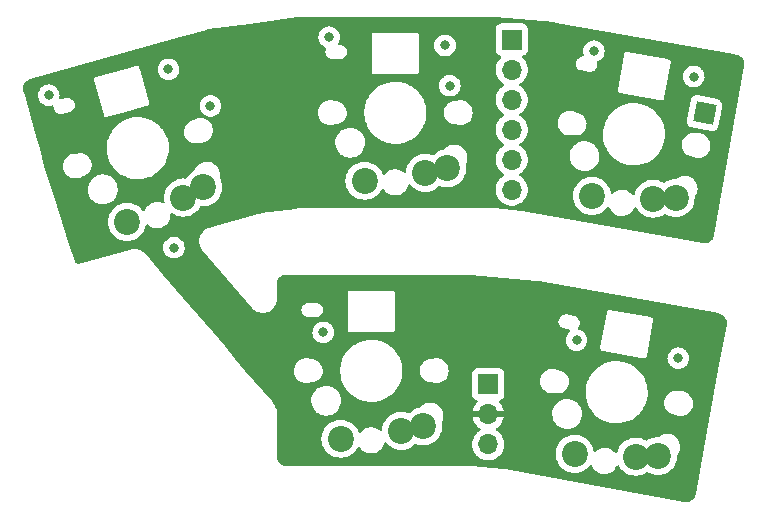
<source format=gbr>
%TF.GenerationSoftware,KiCad,Pcbnew,(6.99.0-4085-g6c752680d7)*%
%TF.CreationDate,2022-11-14T16:54:03+08:00*%
%TF.ProjectId,flex_thumbs_right,666c6578-5f74-4687-956d-62735f726967,rev?*%
%TF.SameCoordinates,Original*%
%TF.FileFunction,Copper,L3,Inr*%
%TF.FilePolarity,Positive*%
%FSLAX46Y46*%
G04 Gerber Fmt 4.6, Leading zero omitted, Abs format (unit mm)*
G04 Created by KiCad (PCBNEW (6.99.0-4085-g6c752680d7)) date 2022-11-14 16:54:03*
%MOMM*%
%LPD*%
G01*
G04 APERTURE LIST*
G04 Aperture macros list*
%AMRotRect*
0 Rectangle, with rotation*
0 The origin of the aperture is its center*
0 $1 length*
0 $2 width*
0 $3 Rotation angle, in degrees counterclockwise*
0 Add horizontal line*
21,1,$1,$2,0,0,$3*%
G04 Aperture macros list end*
%TA.AperFunction,ComponentPad*%
%ADD10C,2.200000*%
%TD*%
%TA.AperFunction,ComponentPad*%
%ADD11R,1.700000X1.700000*%
%TD*%
%TA.AperFunction,ComponentPad*%
%ADD12O,1.700000X1.700000*%
%TD*%
%TA.AperFunction,ComponentPad*%
%ADD13RotRect,1.700000X1.700000X169.000000*%
%TD*%
%TA.AperFunction,ViaPad*%
%ADD14C,0.800000*%
%TD*%
%TA.AperFunction,ViaPad*%
%ADD15C,0.600000*%
%TD*%
G04 APERTURE END LIST*
D10*
%TO.N,row1*%
%TO.C,SW9*%
X108521541Y-106208049D03*
%TO.N,Net-(D9-A)*%
X113699797Y-106440780D03*
X115597526Y-106389538D03*
%TD*%
%TO.N,row1*%
%TO.C,SW19*%
X90735313Y-83074091D03*
%TO.N,Net-(D19-A)*%
X95875313Y-82404091D03*
X97735313Y-82024091D03*
%TD*%
%TO.N,row1*%
%TO.C,SW14*%
X70627744Y-86565197D03*
%TO.N,Net-(D14-A)*%
X75383952Y-84504376D03*
X77067157Y-83626411D03*
%TD*%
D11*
%TO.N,col5*%
%TO.C,J1*%
X103190504Y-71126487D03*
D12*
%TO.N,col6*%
X103190504Y-73666487D03*
%TO.N,col4*%
X103190504Y-76206487D03*
%TO.N,row1*%
X103190504Y-78746487D03*
%TO.N,col2*%
X103190504Y-81286487D03*
%TO.N,col3*%
X103190504Y-83826487D03*
%TD*%
D10*
%TO.N,row1*%
%TO.C,SW1*%
X88703303Y-104918090D03*
%TO.N,Net-(D1-A)*%
X93843303Y-104248090D03*
X95703303Y-103868090D03*
%TD*%
%TO.N,row1*%
%TO.C,SW5*%
X109994737Y-84364044D03*
%TO.N,Net-(D5-A)*%
X115172993Y-84596775D03*
X117070722Y-84545533D03*
%TD*%
D11*
%TO.N,Vcc*%
%TO.C,J2*%
X101210124Y-100309689D03*
D12*
%TO.N,Gnd*%
X101210124Y-102849689D03*
%TO.N,Din*%
X101210124Y-105389689D03*
%TD*%
D13*
%TO.N,Net-(D12-DOUT)*%
%TO.C,J3*%
X119520923Y-77351807D03*
%TD*%
D14*
%TO.N,Vcc*%
X87239564Y-95920397D03*
X74135443Y-73643870D03*
X97551925Y-71629727D03*
X118608547Y-74258199D03*
X108688562Y-96580640D03*
%TO.N,Din*%
X117297389Y-98103888D03*
%TO.N,Gnd*%
X95749565Y-93480395D03*
X110140631Y-74714693D03*
D15*
X117319128Y-96137789D03*
D14*
X68159451Y-78561582D03*
X89311923Y-73409726D03*
%TO.N,Net-(D4-DOUT)*%
X74597633Y-88751727D03*
X63996195Y-75833445D03*
%TO.N,Net-(D10-DIN)*%
X77678190Y-76747593D03*
X87731923Y-70919728D03*
%TO.N,Net-(D10-DOUT)*%
X110153592Y-72107333D03*
X97951922Y-75039724D03*
%TD*%
%TA.AperFunction,Conductor*%
%TO.N,Gnd*%
G36*
X101662980Y-69223673D02*
G01*
X101664252Y-69223692D01*
X101683650Y-69223979D01*
X101687349Y-69224088D01*
X101707121Y-69224962D01*
X101710782Y-69225177D01*
X101731181Y-69226682D01*
X101732914Y-69226823D01*
X101772026Y-69230288D01*
X101772031Y-69230288D01*
X101772099Y-69230294D01*
X101772122Y-69230287D01*
X106848896Y-69678895D01*
X106850748Y-69679072D01*
X106871452Y-69681210D01*
X106875119Y-69681644D01*
X106894760Y-69684256D01*
X106898401Y-69684794D01*
X106918697Y-69688101D01*
X106920480Y-69688406D01*
X122051730Y-72383702D01*
X122055476Y-72384429D01*
X122311311Y-72438180D01*
X122319527Y-72440199D01*
X122373491Y-72455397D01*
X122396480Y-72464384D01*
X122514051Y-72524234D01*
X122534839Y-72537530D01*
X122638469Y-72619160D01*
X122656273Y-72636264D01*
X122741989Y-72736542D01*
X122756113Y-72756790D01*
X122817716Y-72866681D01*
X122820614Y-72871851D01*
X122830521Y-72894474D01*
X122869197Y-73013331D01*
X122871337Y-73019906D01*
X122876641Y-73044028D01*
X122892204Y-73175014D01*
X122892700Y-73199708D01*
X122881870Y-73338132D01*
X122880301Y-73350401D01*
X122197141Y-77185519D01*
X122197141Y-77185520D01*
X121013426Y-83830913D01*
X120322239Y-87711181D01*
X120319473Y-87723244D01*
X120312472Y-87748102D01*
X120285294Y-87844599D01*
X120282025Y-87856204D01*
X120273031Y-87879207D01*
X120213188Y-87996760D01*
X120199881Y-88017566D01*
X120118257Y-88121187D01*
X120101151Y-88138992D01*
X120000874Y-88224708D01*
X119980630Y-88238829D01*
X119865559Y-88303337D01*
X119842943Y-88313241D01*
X119717507Y-88354059D01*
X119693386Y-88359363D01*
X119562399Y-88374928D01*
X119537707Y-88375424D01*
X119480557Y-88370955D01*
X119399487Y-88364614D01*
X119387229Y-88363047D01*
X104080708Y-85636548D01*
X104080699Y-85636543D01*
X104080699Y-85636546D01*
X104079038Y-85636250D01*
X104056760Y-85632282D01*
X104057108Y-85630327D01*
X104056339Y-85630047D01*
X104056003Y-85632318D01*
X104026753Y-85627987D01*
X104025849Y-85627880D01*
X104025817Y-85627876D01*
X103997353Y-85624516D01*
X103997583Y-85622568D01*
X103996786Y-85622611D01*
X103996638Y-85624286D01*
X103991725Y-85623852D01*
X103991703Y-85623849D01*
X103982617Y-85623047D01*
X103982598Y-85623045D01*
X103974127Y-85622296D01*
X103974125Y-85622296D01*
X103967867Y-85621743D01*
X101768119Y-85427364D01*
X101768014Y-85427355D01*
X101767794Y-85427330D01*
X101767794Y-85427332D01*
X101750904Y-85425833D01*
X101750899Y-85425833D01*
X101750205Y-85425771D01*
X101749970Y-85425757D01*
X101749562Y-85425724D01*
X101747820Y-85425570D01*
X101745235Y-85425342D01*
X101745411Y-85423353D01*
X101744665Y-85423153D01*
X101744530Y-85425436D01*
X101715867Y-85423747D01*
X101715861Y-85423747D01*
X101714949Y-85423693D01*
X101685354Y-85422827D01*
X101685412Y-85420848D01*
X101684649Y-85420958D01*
X101684649Y-85422666D01*
X101680019Y-85422666D01*
X101679798Y-85422664D01*
X101679648Y-85422660D01*
X101679198Y-85422660D01*
X101661990Y-85422666D01*
X101661947Y-85422666D01*
X85214173Y-85422669D01*
X85214173Y-85418810D01*
X85214153Y-85418813D01*
X85214154Y-85422661D01*
X85174292Y-85422669D01*
X85151720Y-85422669D01*
X85151693Y-85422675D01*
X85151690Y-85422675D01*
X85147047Y-85422676D01*
X85092651Y-85425146D01*
X85057840Y-85428308D01*
X85039820Y-85429944D01*
X85039811Y-85429945D01*
X85038424Y-85430071D01*
X85037028Y-85430262D01*
X85037016Y-85430263D01*
X85033796Y-85430703D01*
X85033541Y-85428833D01*
X85033505Y-85428841D01*
X85033760Y-85430700D01*
X85033758Y-85430700D01*
X85011166Y-85433795D01*
X85011118Y-85433787D01*
X85011120Y-85433801D01*
X84971934Y-85439154D01*
X84971316Y-85434629D01*
X84971279Y-85434631D01*
X84971901Y-85439173D01*
X81947584Y-85853443D01*
X81876354Y-85863200D01*
X81876332Y-85863200D01*
X81876332Y-85863201D01*
X81849318Y-85866898D01*
X81821970Y-85871919D01*
X81797071Y-85876490D01*
X81797056Y-85876493D01*
X81795684Y-85876745D01*
X81794312Y-85877062D01*
X81794303Y-85877064D01*
X81743954Y-85888702D01*
X81743938Y-85888706D01*
X81742554Y-85889026D01*
X81716794Y-85896231D01*
X81716739Y-85896246D01*
X77826275Y-86982485D01*
X77591305Y-87048090D01*
X77591009Y-87048250D01*
X77590576Y-87048398D01*
X77516232Y-87069222D01*
X77511494Y-87071449D01*
X77511489Y-87071451D01*
X77338917Y-87152569D01*
X77338913Y-87152571D01*
X77334146Y-87154812D01*
X77329816Y-87157817D01*
X77173172Y-87266516D01*
X77173166Y-87266521D01*
X77168847Y-87269518D01*
X77024947Y-87410137D01*
X76906461Y-87572748D01*
X76816695Y-87752813D01*
X76815163Y-87757851D01*
X76785253Y-87856204D01*
X76758155Y-87945308D01*
X76755530Y-87965707D01*
X76733227Y-88138997D01*
X76732472Y-88144861D01*
X76740364Y-88345905D01*
X76741444Y-88351063D01*
X76741445Y-88351068D01*
X76774232Y-88507599D01*
X76781611Y-88542831D01*
X76783533Y-88547733D01*
X76783535Y-88547739D01*
X76810186Y-88615703D01*
X76855062Y-88730144D01*
X76884496Y-88779144D01*
X76944848Y-88879614D01*
X76958666Y-88902618D01*
X76962073Y-88906604D01*
X77009287Y-88961844D01*
X77006613Y-88964129D01*
X77006684Y-88964185D01*
X77009328Y-88961921D01*
X81168320Y-93819252D01*
X81168325Y-93819267D01*
X81168353Y-93819300D01*
X81168356Y-93819304D01*
X81194235Y-93849518D01*
X81194261Y-93849564D01*
X81194268Y-93849558D01*
X81262278Y-93929024D01*
X81266509Y-93932508D01*
X81266514Y-93932512D01*
X81350035Y-94001270D01*
X81423781Y-94061981D01*
X81428544Y-94064676D01*
X81428545Y-94064677D01*
X81601079Y-94162311D01*
X81601082Y-94162312D01*
X81605842Y-94165006D01*
X81610997Y-94166836D01*
X81611001Y-94166838D01*
X81633574Y-94174852D01*
X81802976Y-94234996D01*
X82009244Y-94269843D01*
X82014723Y-94269808D01*
X82014727Y-94269808D01*
X82113837Y-94269169D01*
X82218430Y-94268495D01*
X82223817Y-94267513D01*
X82223821Y-94267513D01*
X82352883Y-94243994D01*
X82424231Y-94230993D01*
X82555480Y-94182481D01*
X82615305Y-94160369D01*
X82615309Y-94160367D01*
X82620447Y-94158468D01*
X82801165Y-94053104D01*
X82842597Y-94018090D01*
X85397621Y-94018090D01*
X85418259Y-94174852D01*
X85478767Y-94320931D01*
X85575021Y-94446372D01*
X85700462Y-94542626D01*
X85846541Y-94603134D01*
X85854729Y-94604212D01*
X85940251Y-94615471D01*
X85963942Y-94618590D01*
X86642664Y-94618590D01*
X86666356Y-94615471D01*
X86751877Y-94604212D01*
X86760065Y-94603134D01*
X86906144Y-94542626D01*
X87031585Y-94446372D01*
X87127839Y-94320931D01*
X87188347Y-94174852D01*
X87208985Y-94018090D01*
X87188347Y-93861328D01*
X87127839Y-93715249D01*
X87031585Y-93589808D01*
X86906144Y-93493554D01*
X86760065Y-93433046D01*
X86642664Y-93417590D01*
X85963942Y-93417590D01*
X85846541Y-93433046D01*
X85700462Y-93493554D01*
X85575021Y-93589808D01*
X85478767Y-93715249D01*
X85418259Y-93861328D01*
X85397621Y-94018090D01*
X82842597Y-94018090D01*
X82960941Y-93918077D01*
X82964450Y-93913872D01*
X83091447Y-93761666D01*
X83091450Y-93761662D01*
X83094960Y-93757455D01*
X83100751Y-93747378D01*
X83196455Y-93580826D01*
X83199184Y-93576077D01*
X83270472Y-93379409D01*
X83286121Y-93290356D01*
X83305727Y-93178789D01*
X83305727Y-93178785D01*
X83306678Y-93173375D01*
X83306655Y-93068780D01*
X83306661Y-93028898D01*
X83311285Y-93028899D01*
X83311286Y-93028883D01*
X83306655Y-93028883D01*
X83306647Y-91829363D01*
X83307254Y-91817010D01*
X83320796Y-91679549D01*
X83325615Y-91655324D01*
X83363910Y-91529092D01*
X83373362Y-91506274D01*
X83435545Y-91389937D01*
X83449267Y-91369401D01*
X83532944Y-91267438D01*
X83550409Y-91249972D01*
X83652383Y-91166281D01*
X83672918Y-91152559D01*
X83789247Y-91090374D01*
X83812065Y-91080922D01*
X83938295Y-91042623D01*
X83962519Y-91037803D01*
X84099823Y-91024271D01*
X84112181Y-91023663D01*
X99621339Y-91023669D01*
X99621304Y-91023669D01*
X99621304Y-91027528D01*
X99621316Y-91027526D01*
X99621316Y-91023674D01*
X99660273Y-91023669D01*
X99662130Y-91023683D01*
X99671015Y-91023815D01*
X99683239Y-91023997D01*
X99687020Y-91024110D01*
X99707157Y-91025015D01*
X99710928Y-91025241D01*
X99731678Y-91026798D01*
X99733485Y-91026947D01*
X99737331Y-91027293D01*
X99772645Y-91030477D01*
X99772648Y-91030476D01*
X105366081Y-91534594D01*
X105366087Y-91534596D01*
X105366087Y-91534594D01*
X105376177Y-91535504D01*
X105378047Y-91535687D01*
X105394461Y-91537414D01*
X105399158Y-91537909D01*
X105402886Y-91538358D01*
X105422902Y-91541075D01*
X105426561Y-91541627D01*
X105447807Y-91545161D01*
X105449631Y-91545479D01*
X105451116Y-91545749D01*
X105451129Y-91545751D01*
X105487624Y-91552385D01*
X105486833Y-91556734D01*
X105486838Y-91556736D01*
X105487629Y-91552384D01*
X120713507Y-94319392D01*
X120713427Y-94319834D01*
X120713439Y-94319838D01*
X120713519Y-94319399D01*
X120746656Y-94325418D01*
X120758697Y-94328221D01*
X120891547Y-94366112D01*
X120914523Y-94375183D01*
X121031883Y-94435422D01*
X121052645Y-94448801D01*
X121128097Y-94508650D01*
X121155996Y-94530780D01*
X121173745Y-94547948D01*
X121259120Y-94648525D01*
X121273178Y-94668826D01*
X121337288Y-94784126D01*
X121347115Y-94806784D01*
X121387492Y-94932365D01*
X121392712Y-94956509D01*
X121407812Y-95087559D01*
X121408220Y-95112259D01*
X121396991Y-95249467D01*
X121395379Y-95261727D01*
X121389270Y-95295330D01*
X121384365Y-95294438D01*
X121384363Y-95294446D01*
X121389272Y-95295338D01*
X120698646Y-99095622D01*
X120698646Y-99095623D01*
X119495056Y-105718547D01*
X119491731Y-105736841D01*
X119491730Y-105736842D01*
X118793026Y-109581586D01*
X118792194Y-109581435D01*
X118792193Y-109581439D01*
X118793024Y-109581590D01*
X118787002Y-109614729D01*
X118784197Y-109626769D01*
X118746298Y-109759610D01*
X118737229Y-109782578D01*
X118676983Y-109899933D01*
X118663603Y-109920695D01*
X118581618Y-110024044D01*
X118564449Y-110041791D01*
X118463881Y-110127154D01*
X118443573Y-110141216D01*
X118328282Y-110205318D01*
X118305620Y-110215147D01*
X118180045Y-110255522D01*
X118155903Y-110260742D01*
X118099199Y-110267277D01*
X118024850Y-110275844D01*
X118000159Y-110276252D01*
X117862483Y-110264987D01*
X117850224Y-110263375D01*
X117849526Y-110263248D01*
X117842613Y-110261991D01*
X117842613Y-110261992D01*
X117817088Y-110257352D01*
X117817086Y-110257352D01*
X117817080Y-110257351D01*
X117817077Y-110257352D01*
X102591207Y-107490331D01*
X102591202Y-107490328D01*
X102551962Y-107483199D01*
X102551962Y-107483197D01*
X102551956Y-107483198D01*
X102529748Y-107479162D01*
X102529747Y-107479162D01*
X102530099Y-107477227D01*
X102529347Y-107476950D01*
X102529008Y-107479195D01*
X102498692Y-107474621D01*
X102468249Y-107470956D01*
X102468483Y-107469015D01*
X102467717Y-107469056D01*
X102467566Y-107470734D01*
X99808638Y-107231081D01*
X99807228Y-107230954D01*
X99807221Y-107230953D01*
X99746429Y-107225474D01*
X99746606Y-107223505D01*
X99745848Y-107223301D01*
X99745712Y-107225571D01*
X99716034Y-107223792D01*
X99716023Y-107223792D01*
X99715097Y-107223736D01*
X99684449Y-107222819D01*
X99684507Y-107220871D01*
X99683753Y-107220980D01*
X99683753Y-107222660D01*
X99661011Y-107222660D01*
X84112354Y-107222665D01*
X84099999Y-107222058D01*
X84066956Y-107218802D01*
X83962526Y-107208512D01*
X83938310Y-107203694D01*
X83812075Y-107165397D01*
X83789263Y-107155947D01*
X83672924Y-107093760D01*
X83652389Y-107080039D01*
X83639892Y-107069783D01*
X83550417Y-106996353D01*
X83532953Y-106978889D01*
X83482572Y-106917502D01*
X83449264Y-106876917D01*
X83435550Y-106856394D01*
X83373355Y-106740044D01*
X83363907Y-106717235D01*
X83325609Y-106591003D01*
X83320789Y-106566779D01*
X83317496Y-106533358D01*
X83307251Y-106429404D01*
X83306644Y-106417047D01*
X83306645Y-105955646D01*
X83306646Y-104918090D01*
X87089829Y-104918090D01*
X87109694Y-105170493D01*
X87110848Y-105175300D01*
X87110849Y-105175306D01*
X87139987Y-105296674D01*
X87168798Y-105416681D01*
X87170691Y-105421252D01*
X87170692Y-105421254D01*
X87262305Y-105642426D01*
X87265687Y-105650592D01*
X87397975Y-105866466D01*
X87562405Y-106058988D01*
X87754927Y-106223418D01*
X87970801Y-106355706D01*
X87975371Y-106357599D01*
X87975375Y-106357601D01*
X88200139Y-106450701D01*
X88204712Y-106452595D01*
X88257487Y-106465265D01*
X88446087Y-106510544D01*
X88446093Y-106510545D01*
X88450900Y-106511699D01*
X88703303Y-106531564D01*
X88955706Y-106511699D01*
X88960513Y-106510545D01*
X88960519Y-106510544D01*
X89149119Y-106465265D01*
X89201894Y-106452595D01*
X89206467Y-106450701D01*
X89431231Y-106357601D01*
X89431235Y-106357599D01*
X89435805Y-106355706D01*
X89651679Y-106223418D01*
X89844201Y-106058988D01*
X90008631Y-105866466D01*
X90140919Y-105650592D01*
X90142764Y-105651723D01*
X90185327Y-105606679D01*
X90254246Y-105589630D01*
X90321442Y-105612548D01*
X90351455Y-105642426D01*
X90452092Y-105783750D01*
X90461744Y-105797305D01*
X90466086Y-105801445D01*
X90607297Y-105936089D01*
X90614957Y-105943393D01*
X90793049Y-106057846D01*
X90989582Y-106136526D01*
X91197454Y-106176590D01*
X91356106Y-106176590D01*
X91426431Y-106169875D01*
X91508066Y-106162080D01*
X91508070Y-106162079D01*
X91514042Y-106161509D01*
X91625097Y-106128901D01*
X91711400Y-106103560D01*
X91711402Y-106103559D01*
X91717165Y-106101867D01*
X91905329Y-106004861D01*
X92071735Y-105873998D01*
X92082846Y-105861176D01*
X92206435Y-105718547D01*
X92206435Y-105718546D01*
X92210368Y-105714008D01*
X92216113Y-105704058D01*
X92313214Y-105535873D01*
X92313217Y-105535867D01*
X92316216Y-105530672D01*
X92318178Y-105525004D01*
X92318180Y-105524999D01*
X92383494Y-105336287D01*
X92383495Y-105336283D01*
X92385456Y-105330617D01*
X92386147Y-105325811D01*
X92421452Y-105264660D01*
X92484557Y-105232128D01*
X92555232Y-105238877D01*
X92604213Y-105274021D01*
X92699192Y-105385227D01*
X92699197Y-105385232D01*
X92702405Y-105388988D01*
X92894927Y-105553418D01*
X93110801Y-105685706D01*
X93115371Y-105687599D01*
X93115375Y-105687601D01*
X93329350Y-105776232D01*
X93344712Y-105782595D01*
X93385624Y-105792417D01*
X93586087Y-105840544D01*
X93586093Y-105840545D01*
X93590900Y-105841699D01*
X93843303Y-105861564D01*
X94095706Y-105841699D01*
X94100513Y-105840545D01*
X94100519Y-105840544D01*
X94300982Y-105792417D01*
X94341894Y-105782595D01*
X94357256Y-105776232D01*
X94571231Y-105687601D01*
X94571235Y-105687599D01*
X94575805Y-105685706D01*
X94791679Y-105553418D01*
X94984201Y-105388988D01*
X94985192Y-105390148D01*
X95041558Y-105359369D01*
X95116559Y-105366081D01*
X95191656Y-105397187D01*
X95204712Y-105402595D01*
X95263385Y-105416681D01*
X95446087Y-105460544D01*
X95446093Y-105460545D01*
X95450900Y-105461699D01*
X95703303Y-105481564D01*
X95955706Y-105461699D01*
X95960513Y-105460545D01*
X95960519Y-105460544D01*
X96143221Y-105416681D01*
X96201894Y-105402595D01*
X96206467Y-105400701D01*
X96233050Y-105389690D01*
X99846969Y-105389690D01*
X99847399Y-105394879D01*
X99864950Y-105606679D01*
X99865561Y-105614058D01*
X99866842Y-105619116D01*
X99866842Y-105619117D01*
X99917080Y-105817500D01*
X99920829Y-105832306D01*
X99934722Y-105863979D01*
X100000095Y-106013015D01*
X100011265Y-106038481D01*
X100014115Y-106042843D01*
X100014117Y-106042847D01*
X100050878Y-106099114D01*
X100134403Y-106226958D01*
X100137928Y-106230787D01*
X100137931Y-106230791D01*
X100208807Y-106307782D01*
X100286885Y-106392596D01*
X100291004Y-106395802D01*
X100439907Y-106511699D01*
X100464549Y-106530879D01*
X100662551Y-106638032D01*
X100875490Y-106711134D01*
X100880624Y-106711991D01*
X100880629Y-106711992D01*
X101092419Y-106747333D01*
X101092421Y-106747333D01*
X101097556Y-106748190D01*
X101322694Y-106748190D01*
X101327829Y-106747333D01*
X101327831Y-106747333D01*
X101539621Y-106711992D01*
X101539626Y-106711991D01*
X101544760Y-106711134D01*
X101757699Y-106638032D01*
X101955701Y-106530879D01*
X101980344Y-106511699D01*
X102129246Y-106395802D01*
X102133365Y-106392596D01*
X102211443Y-106307782D01*
X102282319Y-106230791D01*
X102282322Y-106230787D01*
X102285847Y-106226958D01*
X102298201Y-106208049D01*
X106908067Y-106208049D01*
X106927932Y-106460452D01*
X106929086Y-106465259D01*
X106929087Y-106465265D01*
X106956423Y-106579127D01*
X106987036Y-106706640D01*
X106988929Y-106711211D01*
X106988930Y-106711213D01*
X107074378Y-106917502D01*
X107083925Y-106940551D01*
X107216213Y-107156425D01*
X107380643Y-107348947D01*
X107573165Y-107513377D01*
X107789039Y-107645665D01*
X107793609Y-107647558D01*
X107793613Y-107647560D01*
X108018377Y-107740660D01*
X108022950Y-107742554D01*
X108107573Y-107762870D01*
X108264325Y-107800503D01*
X108264331Y-107800504D01*
X108269138Y-107801658D01*
X108521541Y-107821523D01*
X108773944Y-107801658D01*
X108778751Y-107800504D01*
X108778757Y-107800503D01*
X108935509Y-107762870D01*
X109020132Y-107742554D01*
X109024705Y-107740660D01*
X109249469Y-107647560D01*
X109249473Y-107647558D01*
X109254043Y-107645665D01*
X109469917Y-107513377D01*
X109662439Y-107348947D01*
X109809279Y-107177021D01*
X109868729Y-107138212D01*
X109939723Y-107137706D01*
X109999722Y-107175662D01*
X110019702Y-107206509D01*
X110091638Y-107364027D01*
X110095117Y-107368913D01*
X110095119Y-107368916D01*
X110195703Y-107510166D01*
X110214435Y-107536471D01*
X110218777Y-107540611D01*
X110328955Y-107645665D01*
X110367648Y-107682559D01*
X110545740Y-107797012D01*
X110742273Y-107875692D01*
X110950145Y-107915756D01*
X111108797Y-107915756D01*
X111179122Y-107909041D01*
X111260757Y-107901246D01*
X111260761Y-107901245D01*
X111266733Y-107900675D01*
X111389911Y-107864507D01*
X111464091Y-107842726D01*
X111464093Y-107842725D01*
X111469856Y-107841033D01*
X111658020Y-107744027D01*
X111824426Y-107613164D01*
X111910893Y-107513377D01*
X111959126Y-107457713D01*
X111959126Y-107457712D01*
X111963059Y-107453174D01*
X111966062Y-107447973D01*
X112065905Y-107275039D01*
X112065908Y-107275033D01*
X112068907Y-107269838D01*
X112070871Y-107264164D01*
X112070874Y-107264157D01*
X112072826Y-107258518D01*
X112114010Y-107200687D01*
X112179922Y-107174303D01*
X112249635Y-107187742D01*
X112299326Y-107233897D01*
X112394469Y-107389156D01*
X112558899Y-107581678D01*
X112751421Y-107746108D01*
X112873854Y-107821135D01*
X112959820Y-107873815D01*
X112967295Y-107878396D01*
X112971865Y-107880289D01*
X112971869Y-107880291D01*
X113196633Y-107973391D01*
X113201206Y-107975285D01*
X113285829Y-107995601D01*
X113442581Y-108033234D01*
X113442587Y-108033235D01*
X113447394Y-108034389D01*
X113699797Y-108054254D01*
X113952200Y-108034389D01*
X113957007Y-108033235D01*
X113957013Y-108033234D01*
X114113765Y-107995601D01*
X114198388Y-107975285D01*
X114202961Y-107973391D01*
X114427725Y-107880291D01*
X114427729Y-107880289D01*
X114432299Y-107878396D01*
X114436519Y-107875810D01*
X114436529Y-107875805D01*
X114624636Y-107760532D01*
X114693169Y-107741993D01*
X114756306Y-107760532D01*
X114860794Y-107824563D01*
X114860804Y-107824568D01*
X114865024Y-107827154D01*
X114869594Y-107829047D01*
X114869598Y-107829049D01*
X115078928Y-107915756D01*
X115098935Y-107924043D01*
X115183558Y-107944359D01*
X115340310Y-107981992D01*
X115340316Y-107981993D01*
X115345123Y-107983147D01*
X115597526Y-108003012D01*
X115849929Y-107983147D01*
X115854736Y-107981993D01*
X115854742Y-107981992D01*
X116011494Y-107944359D01*
X116096117Y-107924043D01*
X116116124Y-107915756D01*
X116325454Y-107829049D01*
X116325458Y-107829047D01*
X116330028Y-107827154D01*
X116545902Y-107694866D01*
X116738424Y-107530436D01*
X116902854Y-107337914D01*
X117035142Y-107122040D01*
X117052540Y-107080039D01*
X117130137Y-106892702D01*
X117130138Y-106892700D01*
X117132031Y-106888129D01*
X117167581Y-106740053D01*
X117189980Y-106646754D01*
X117189981Y-106646748D01*
X117191135Y-106641941D01*
X117211000Y-106389538D01*
X117208702Y-106360337D01*
X117223298Y-106290857D01*
X117239089Y-106267940D01*
X117247826Y-106257857D01*
X117251759Y-106253318D01*
X117269022Y-106223418D01*
X117354605Y-106075183D01*
X117354608Y-106075177D01*
X117357607Y-106069982D01*
X117359569Y-106064314D01*
X117359571Y-106064309D01*
X117398845Y-105950833D01*
X117426847Y-105869927D01*
X117437991Y-105792417D01*
X117456121Y-105666327D01*
X117456121Y-105666322D01*
X117456975Y-105660384D01*
X117446902Y-105448926D01*
X117396992Y-105243196D01*
X117391938Y-105232128D01*
X117324386Y-105084210D01*
X117309050Y-105050629D01*
X117277096Y-105005755D01*
X117189734Y-104883073D01*
X117189733Y-104883071D01*
X117186253Y-104878185D01*
X117079982Y-104776856D01*
X117037378Y-104736233D01*
X117037376Y-104736232D01*
X117033040Y-104732097D01*
X116854948Y-104617644D01*
X116658415Y-104538964D01*
X116450543Y-104498900D01*
X116291891Y-104498900D01*
X116221566Y-104505615D01*
X116139931Y-104513410D01*
X116139927Y-104513411D01*
X116133955Y-104513981D01*
X116041272Y-104541195D01*
X115936597Y-104571930D01*
X115936595Y-104571931D01*
X115930832Y-104573623D01*
X115742668Y-104670629D01*
X115737951Y-104674338D01*
X115737947Y-104674341D01*
X115639807Y-104751519D01*
X115571805Y-104778088D01*
X115459292Y-104786943D01*
X115345123Y-104795929D01*
X115340316Y-104797083D01*
X115340310Y-104797084D01*
X115214427Y-104827306D01*
X115098935Y-104855033D01*
X115094364Y-104856926D01*
X115094362Y-104856927D01*
X114869598Y-104950027D01*
X114869594Y-104950029D01*
X114865024Y-104951922D01*
X114860805Y-104954507D01*
X114860794Y-104954513D01*
X114672687Y-105069786D01*
X114604154Y-105088325D01*
X114541017Y-105069786D01*
X114436529Y-105005755D01*
X114436518Y-105005749D01*
X114432299Y-105003164D01*
X114427729Y-105001271D01*
X114427725Y-105001269D01*
X114202961Y-104908169D01*
X114202959Y-104908168D01*
X114198388Y-104906275D01*
X114081384Y-104878185D01*
X113957013Y-104848326D01*
X113957007Y-104848325D01*
X113952200Y-104847171D01*
X113699797Y-104827306D01*
X113447394Y-104847171D01*
X113442587Y-104848325D01*
X113442581Y-104848326D01*
X113318210Y-104878185D01*
X113201206Y-104906275D01*
X113196635Y-104908168D01*
X113196633Y-104908169D01*
X112971869Y-105001269D01*
X112971865Y-105001271D01*
X112967295Y-105003164D01*
X112751421Y-105135452D01*
X112558899Y-105299882D01*
X112394469Y-105492404D01*
X112262181Y-105708278D01*
X112260288Y-105712848D01*
X112260286Y-105712852D01*
X112170874Y-105928712D01*
X112165292Y-105942189D01*
X112160877Y-105960580D01*
X112138005Y-106055848D01*
X112102653Y-106117417D01*
X112039626Y-106150100D01*
X111968935Y-106143520D01*
X111912850Y-106099522D01*
X111901036Y-106082931D01*
X111901031Y-106082926D01*
X111897553Y-106078041D01*
X111755075Y-105942189D01*
X111748678Y-105936089D01*
X111748676Y-105936088D01*
X111744340Y-105931953D01*
X111566248Y-105817500D01*
X111369715Y-105738820D01*
X111161843Y-105698756D01*
X111003191Y-105698756D01*
X110947666Y-105704058D01*
X110851231Y-105713266D01*
X110851227Y-105713267D01*
X110845255Y-105713837D01*
X110752572Y-105741051D01*
X110647897Y-105771786D01*
X110647895Y-105771787D01*
X110642132Y-105773479D01*
X110453968Y-105870485D01*
X110394820Y-105917000D01*
X110306279Y-105986629D01*
X110240368Y-106013015D01*
X110170654Y-105999579D01*
X110119272Y-105950586D01*
X110105872Y-105917000D01*
X110096438Y-105877705D01*
X110056046Y-105709458D01*
X110046208Y-105685706D01*
X109961052Y-105480121D01*
X109961050Y-105480117D01*
X109959157Y-105475547D01*
X109826869Y-105259673D01*
X109662439Y-105067151D01*
X109469917Y-104902721D01*
X109254043Y-104770433D01*
X109249473Y-104768540D01*
X109249469Y-104768538D01*
X109024705Y-104675438D01*
X109024703Y-104675437D01*
X109020132Y-104673544D01*
X108935509Y-104653228D01*
X108778757Y-104615595D01*
X108778751Y-104615594D01*
X108773944Y-104614440D01*
X108521541Y-104594575D01*
X108269138Y-104614440D01*
X108264331Y-104615594D01*
X108264325Y-104615595D01*
X108107573Y-104653228D01*
X108022950Y-104673544D01*
X108018379Y-104675437D01*
X108018377Y-104675438D01*
X107793613Y-104768538D01*
X107793609Y-104768540D01*
X107789039Y-104770433D01*
X107573165Y-104902721D01*
X107380643Y-105067151D01*
X107216213Y-105259673D01*
X107083925Y-105475547D01*
X107082032Y-105480117D01*
X107082030Y-105480121D01*
X106996874Y-105685706D01*
X106987036Y-105709458D01*
X106979987Y-105738820D01*
X106929147Y-105950586D01*
X106927932Y-105955646D01*
X106908067Y-106208049D01*
X102298201Y-106208049D01*
X102369372Y-106099114D01*
X102406133Y-106042847D01*
X102406135Y-106042843D01*
X102408985Y-106038481D01*
X102420156Y-106013015D01*
X102485528Y-105863979D01*
X102499421Y-105832306D01*
X102503171Y-105817500D01*
X102553408Y-105619117D01*
X102553408Y-105619116D01*
X102554689Y-105614058D01*
X102555301Y-105606679D01*
X102572851Y-105394879D01*
X102573281Y-105389690D01*
X102571325Y-105366081D01*
X102555120Y-105170518D01*
X102555119Y-105170513D01*
X102554689Y-105165322D01*
X102529016Y-105063943D01*
X102500703Y-104952136D01*
X102500703Y-104952135D01*
X102499421Y-104947074D01*
X102458542Y-104853878D01*
X102411079Y-104745672D01*
X102411077Y-104745668D01*
X102408985Y-104740899D01*
X102403235Y-104732097D01*
X102288698Y-104556786D01*
X102285847Y-104552422D01*
X102282322Y-104548593D01*
X102282319Y-104548589D01*
X102165942Y-104422172D01*
X102133365Y-104386784D01*
X102101355Y-104361869D01*
X101959814Y-104251702D01*
X101959812Y-104251700D01*
X101955701Y-104248501D01*
X101921917Y-104230218D01*
X101871528Y-104180205D01*
X101856176Y-104110888D01*
X101880737Y-104044275D01*
X101921919Y-104008591D01*
X101950844Y-103992938D01*
X101959536Y-103987259D01*
X102128914Y-103855427D01*
X102136557Y-103848390D01*
X102281915Y-103690489D01*
X102288302Y-103682283D01*
X102405694Y-103502603D01*
X102410637Y-103493468D01*
X102496855Y-103296913D01*
X102500225Y-103287098D01*
X102542222Y-103121251D01*
X102541692Y-103107160D01*
X102533270Y-103103690D01*
X99891696Y-103103690D01*
X99878165Y-103107663D01*
X99876869Y-103116676D01*
X99920025Y-103287098D01*
X99923395Y-103296913D01*
X100009613Y-103493468D01*
X100014556Y-103502603D01*
X100131948Y-103682283D01*
X100138335Y-103690489D01*
X100283693Y-103848390D01*
X100291336Y-103855427D01*
X100460714Y-103987259D01*
X100469406Y-103992938D01*
X100498331Y-104008591D01*
X100548722Y-104058604D01*
X100564074Y-104127921D01*
X100539513Y-104194534D01*
X100498333Y-104230218D01*
X100464549Y-104248501D01*
X100460438Y-104251700D01*
X100460436Y-104251702D01*
X100318895Y-104361869D01*
X100286885Y-104386784D01*
X100254308Y-104422172D01*
X100137931Y-104548589D01*
X100137928Y-104548593D01*
X100134403Y-104552422D01*
X100131552Y-104556786D01*
X100017016Y-104732097D01*
X100011265Y-104740899D01*
X100009173Y-104745668D01*
X100009171Y-104745672D01*
X99961708Y-104853878D01*
X99920829Y-104947074D01*
X99919547Y-104952135D01*
X99919547Y-104952136D01*
X99891234Y-105063943D01*
X99865561Y-105165322D01*
X99865131Y-105170513D01*
X99865130Y-105170518D01*
X99848925Y-105366081D01*
X99846969Y-105389690D01*
X96233050Y-105389690D01*
X96431231Y-105307601D01*
X96431235Y-105307599D01*
X96435805Y-105305706D01*
X96651679Y-105173418D01*
X96844201Y-105008988D01*
X97008631Y-104816466D01*
X97140919Y-104600592D01*
X97143412Y-104594575D01*
X97235914Y-104371254D01*
X97235915Y-104371252D01*
X97237808Y-104366681D01*
X97264193Y-104256779D01*
X97295757Y-104125306D01*
X97295758Y-104125300D01*
X97296912Y-104120493D01*
X97316777Y-103868090D01*
X97296912Y-103615687D01*
X97295758Y-103610880D01*
X97295757Y-103610874D01*
X97282944Y-103557506D01*
X97286491Y-103486598D01*
X97296343Y-103465093D01*
X97304524Y-103450923D01*
X97316216Y-103430672D01*
X97318178Y-103425004D01*
X97318180Y-103424999D01*
X97352969Y-103324481D01*
X97385456Y-103230617D01*
X97401666Y-103117877D01*
X97414730Y-103027017D01*
X97414730Y-103027012D01*
X97415584Y-103021074D01*
X97409502Y-102893393D01*
X106625019Y-102893393D01*
X106655428Y-103117877D01*
X106725431Y-103333323D01*
X106752478Y-103383585D01*
X106823512Y-103515588D01*
X106832778Y-103532808D01*
X106836300Y-103537224D01*
X106836303Y-103537229D01*
X106909189Y-103628625D01*
X106974020Y-103709920D01*
X106978279Y-103713641D01*
X106978281Y-103713643D01*
X107047347Y-103773984D01*
X107144616Y-103858965D01*
X107149475Y-103861868D01*
X107149479Y-103861871D01*
X107243589Y-103918099D01*
X107339084Y-103975155D01*
X107451268Y-104017258D01*
X107545878Y-104052766D01*
X107545880Y-104052767D01*
X107551173Y-104054753D01*
X107668817Y-104076102D01*
X107768495Y-104094191D01*
X107768497Y-104094191D01*
X107774067Y-104095202D01*
X107943856Y-104095202D01*
X108112956Y-104079983D01*
X108118411Y-104078478D01*
X108118414Y-104078477D01*
X108325867Y-104021223D01*
X108325868Y-104021223D01*
X108331327Y-104019716D01*
X108535427Y-103921427D01*
X108718697Y-103788273D01*
X108875246Y-103624536D01*
X108939084Y-103527826D01*
X108996923Y-103440203D01*
X108996924Y-103440201D01*
X109000043Y-103435476D01*
X109089077Y-103227172D01*
X109139485Y-103006317D01*
X109149649Y-102780011D01*
X109119240Y-102555527D01*
X109049237Y-102340081D01*
X108951196Y-102157889D01*
X108944571Y-102145578D01*
X108944571Y-102145577D01*
X108941890Y-102140596D01*
X108938368Y-102136180D01*
X108938365Y-102136175D01*
X108804174Y-101967905D01*
X108804172Y-101967903D01*
X108800648Y-101963484D01*
X108774696Y-101940810D01*
X108634319Y-101818167D01*
X108630052Y-101814439D01*
X108625193Y-101811536D01*
X108625189Y-101811533D01*
X108489635Y-101730543D01*
X108435584Y-101698249D01*
X108295826Y-101645797D01*
X108228790Y-101620638D01*
X108228788Y-101620637D01*
X108223495Y-101618651D01*
X108063443Y-101589606D01*
X108006173Y-101579213D01*
X108006171Y-101579213D01*
X108000601Y-101578202D01*
X107830812Y-101578202D01*
X107661712Y-101593421D01*
X107656257Y-101594926D01*
X107656254Y-101594927D01*
X107448801Y-101652181D01*
X107443341Y-101653688D01*
X107239241Y-101751977D01*
X107234662Y-101755304D01*
X107234660Y-101755305D01*
X107224438Y-101762732D01*
X107055971Y-101885131D01*
X107020429Y-101922305D01*
X106912652Y-102035031D01*
X106899422Y-102048868D01*
X106896305Y-102053590D01*
X106795759Y-102205912D01*
X106774625Y-102237928D01*
X106772399Y-102243137D01*
X106772398Y-102243138D01*
X106757273Y-102278524D01*
X106685591Y-102446232D01*
X106635183Y-102667087D01*
X106625019Y-102893393D01*
X97409502Y-102893393D01*
X97405511Y-102809616D01*
X97355601Y-102603886D01*
X97350274Y-102592220D01*
X97300781Y-102483846D01*
X97267659Y-102411319D01*
X97232087Y-102361364D01*
X97148343Y-102243763D01*
X97148342Y-102243761D01*
X97144862Y-102238875D01*
X97055036Y-102153226D01*
X96995987Y-102096923D01*
X96995985Y-102096922D01*
X96991649Y-102092787D01*
X96813557Y-101978334D01*
X96617024Y-101899654D01*
X96409152Y-101859590D01*
X96250500Y-101859590D01*
X96180175Y-101866305D01*
X96098540Y-101874100D01*
X96098536Y-101874101D01*
X96092564Y-101874671D01*
X95999881Y-101901885D01*
X95895206Y-101932620D01*
X95895204Y-101932621D01*
X95889441Y-101934313D01*
X95701277Y-102031319D01*
X95534871Y-102162182D01*
X95530944Y-102166715D01*
X95530943Y-102166715D01*
X95460544Y-102247959D01*
X95394734Y-102287965D01*
X95204712Y-102333585D01*
X95200141Y-102335478D01*
X95200139Y-102335479D01*
X94975375Y-102428579D01*
X94975371Y-102428581D01*
X94970801Y-102430474D01*
X94754927Y-102562762D01*
X94562405Y-102727192D01*
X94561414Y-102726032D01*
X94505048Y-102756811D01*
X94430047Y-102750099D01*
X94346467Y-102715479D01*
X94346465Y-102715478D01*
X94341894Y-102713585D01*
X94257271Y-102693269D01*
X94100519Y-102655636D01*
X94100513Y-102655635D01*
X94095706Y-102654481D01*
X93843303Y-102634616D01*
X93590900Y-102654481D01*
X93586093Y-102655635D01*
X93586087Y-102655636D01*
X93429335Y-102693269D01*
X93344712Y-102713585D01*
X93340141Y-102715478D01*
X93340139Y-102715479D01*
X93115375Y-102808579D01*
X93115371Y-102808581D01*
X93110801Y-102810474D01*
X92894927Y-102942762D01*
X92702405Y-103107192D01*
X92699197Y-103110948D01*
X92694305Y-103116676D01*
X92537975Y-103299714D01*
X92405687Y-103515588D01*
X92403794Y-103520158D01*
X92403792Y-103520162D01*
X92327023Y-103705499D01*
X92308798Y-103749499D01*
X92307643Y-103754311D01*
X92254877Y-103974100D01*
X92249694Y-103995687D01*
X92238727Y-104135031D01*
X92238042Y-104143739D01*
X92212756Y-104210080D01*
X92155618Y-104252220D01*
X92084768Y-104256779D01*
X92025481Y-104225045D01*
X92009785Y-104210080D01*
X91991649Y-104192787D01*
X91813557Y-104078334D01*
X91788359Y-104068246D01*
X91728482Y-104044275D01*
X91617024Y-103999654D01*
X91409152Y-103959590D01*
X91250500Y-103959590D01*
X91180175Y-103966305D01*
X91098540Y-103974100D01*
X91098536Y-103974101D01*
X91092564Y-103974671D01*
X91004186Y-104000621D01*
X90895206Y-104032620D01*
X90895204Y-104032621D01*
X90889441Y-104034313D01*
X90701277Y-104131319D01*
X90534871Y-104262182D01*
X90530944Y-104266714D01*
X90530943Y-104266715D01*
X90423372Y-104390858D01*
X90363646Y-104429241D01*
X90292649Y-104429241D01*
X90232923Y-104390857D01*
X90211739Y-104356563D01*
X90142814Y-104190162D01*
X90142812Y-104190158D01*
X90140919Y-104185588D01*
X90008631Y-103969714D01*
X89844201Y-103777192D01*
X89651679Y-103612762D01*
X89435805Y-103480474D01*
X89431235Y-103478581D01*
X89431231Y-103478579D01*
X89206467Y-103385479D01*
X89206465Y-103385478D01*
X89201894Y-103383585D01*
X89117271Y-103363269D01*
X88960519Y-103325636D01*
X88960513Y-103325635D01*
X88955706Y-103324481D01*
X88703303Y-103304616D01*
X88450900Y-103324481D01*
X88446093Y-103325635D01*
X88446087Y-103325636D01*
X88289335Y-103363269D01*
X88204712Y-103383585D01*
X88200141Y-103385478D01*
X88200139Y-103385479D01*
X87975375Y-103478579D01*
X87975371Y-103478581D01*
X87970801Y-103480474D01*
X87754927Y-103612762D01*
X87562405Y-103777192D01*
X87397975Y-103969714D01*
X87265687Y-104185588D01*
X87263794Y-104190158D01*
X87263792Y-104190162D01*
X87180662Y-104390857D01*
X87168798Y-104419499D01*
X87167643Y-104424311D01*
X87124142Y-104605508D01*
X87109694Y-104665687D01*
X87089829Y-104918090D01*
X83306646Y-104918090D01*
X83306648Y-102721701D01*
X83306657Y-102721612D01*
X83306651Y-102721612D01*
X83306702Y-102636457D01*
X83282663Y-102467853D01*
X83235066Y-102304331D01*
X83187562Y-102199333D01*
X83166702Y-102153226D01*
X83166701Y-102153223D01*
X83164864Y-102149164D01*
X83073462Y-102005460D01*
X83050208Y-101978334D01*
X83018039Y-101940810D01*
X83017990Y-101940753D01*
X82961409Y-101874671D01*
X82867317Y-101764781D01*
X86230988Y-101764781D01*
X86261397Y-101989265D01*
X86331400Y-102204711D01*
X86438747Y-102404196D01*
X86442269Y-102408612D01*
X86442272Y-102408617D01*
X86576463Y-102576887D01*
X86579989Y-102581308D01*
X86584248Y-102585029D01*
X86584250Y-102585031D01*
X86641005Y-102634616D01*
X86750585Y-102730353D01*
X86755444Y-102733256D01*
X86755448Y-102733259D01*
X86833698Y-102780011D01*
X86945053Y-102846543D01*
X87057237Y-102888646D01*
X87151847Y-102924154D01*
X87151849Y-102924155D01*
X87157142Y-102926141D01*
X87287873Y-102949865D01*
X87374464Y-102965579D01*
X87374466Y-102965579D01*
X87380036Y-102966590D01*
X87549825Y-102966590D01*
X87718925Y-102951371D01*
X87724380Y-102949866D01*
X87724383Y-102949865D01*
X87931836Y-102892611D01*
X87931837Y-102892611D01*
X87937296Y-102891104D01*
X88141396Y-102792815D01*
X88152690Y-102784610D01*
X88232498Y-102726625D01*
X88324666Y-102659661D01*
X88424229Y-102555527D01*
X88477306Y-102500013D01*
X88477308Y-102500010D01*
X88481215Y-102495924D01*
X88489188Y-102483846D01*
X88602892Y-102311591D01*
X88602893Y-102311589D01*
X88606012Y-102306864D01*
X88695046Y-102098560D01*
X88745454Y-101877705D01*
X88755618Y-101651399D01*
X88725209Y-101426915D01*
X88718547Y-101406410D01*
X88688006Y-101312418D01*
X88655206Y-101211469D01*
X88547859Y-101011984D01*
X88544337Y-101007568D01*
X88544334Y-101007563D01*
X88410143Y-100839293D01*
X88410141Y-100839291D01*
X88406617Y-100834872D01*
X88236021Y-100685827D01*
X88231162Y-100682924D01*
X88231158Y-100682921D01*
X88046413Y-100572541D01*
X88041553Y-100569637D01*
X87914461Y-100521939D01*
X87834759Y-100492026D01*
X87834757Y-100492025D01*
X87829464Y-100490039D01*
X87669412Y-100460994D01*
X87612142Y-100450601D01*
X87612140Y-100450601D01*
X87606570Y-100449590D01*
X87436781Y-100449590D01*
X87267681Y-100464809D01*
X87262226Y-100466314D01*
X87262223Y-100466315D01*
X87054770Y-100523569D01*
X87049310Y-100525076D01*
X86845210Y-100623365D01*
X86840631Y-100626692D01*
X86840629Y-100626693D01*
X86831366Y-100633423D01*
X86661940Y-100756519D01*
X86625652Y-100794473D01*
X86509856Y-100915586D01*
X86505391Y-100920256D01*
X86502274Y-100924978D01*
X86391810Y-101092325D01*
X86380594Y-101109316D01*
X86291560Y-101317620D01*
X86241152Y-101538475D01*
X86230988Y-101764781D01*
X82867317Y-101764781D01*
X80643942Y-99168090D01*
X84747720Y-99168090D01*
X84768003Y-99374024D01*
X84769799Y-99379944D01*
X84769800Y-99379950D01*
X84780402Y-99414899D01*
X84828071Y-99572044D01*
X84925618Y-99754540D01*
X85056893Y-99914500D01*
X85216853Y-100045775D01*
X85399349Y-100143322D01*
X85418117Y-100149015D01*
X85591443Y-100201593D01*
X85591449Y-100201594D01*
X85597369Y-100203390D01*
X85670483Y-100210591D01*
X85748615Y-100218287D01*
X85748622Y-100218287D01*
X85751695Y-100218590D01*
X85854911Y-100218590D01*
X85857984Y-100218287D01*
X85857991Y-100218287D01*
X85936123Y-100210591D01*
X86009237Y-100203390D01*
X86015157Y-100201594D01*
X86015163Y-100201593D01*
X86188490Y-100149015D01*
X86225065Y-100143590D01*
X86272776Y-100143590D01*
X86420682Y-100128549D01*
X86609981Y-100069157D01*
X86783449Y-99972874D01*
X86933985Y-99843643D01*
X86944573Y-99829965D01*
X87051515Y-99691808D01*
X87051517Y-99691804D01*
X87055425Y-99686756D01*
X87142798Y-99508634D01*
X87157826Y-99450594D01*
X87190927Y-99322751D01*
X87190928Y-99322747D01*
X87192527Y-99316570D01*
X87192850Y-99310196D01*
X87192851Y-99310191D01*
X87195949Y-99249096D01*
X88674062Y-99249096D01*
X88703945Y-99571585D01*
X88704774Y-99575370D01*
X88763179Y-99842056D01*
X88773231Y-99887957D01*
X88774521Y-99891617D01*
X88774521Y-99891618D01*
X88863851Y-100145117D01*
X88880871Y-100193417D01*
X88882596Y-100196881D01*
X88882598Y-100196886D01*
X89011274Y-100455301D01*
X89025233Y-100483335D01*
X89082419Y-100569637D01*
X89201984Y-100750081D01*
X89201990Y-100750089D01*
X89204127Y-100753314D01*
X89206651Y-100756260D01*
X89395533Y-100976723D01*
X89414844Y-100999263D01*
X89417708Y-101001874D01*
X89417713Y-101001879D01*
X89516596Y-101092022D01*
X89654187Y-101217453D01*
X89918529Y-101404577D01*
X89921939Y-101406408D01*
X89921942Y-101406410D01*
X90200456Y-101555969D01*
X90200463Y-101555972D01*
X90203863Y-101557798D01*
X90366873Y-101620948D01*
X90488819Y-101668190D01*
X90505863Y-101674793D01*
X90591024Y-101696212D01*
X90816181Y-101752842D01*
X90816188Y-101752843D01*
X90819952Y-101753790D01*
X91141368Y-101793590D01*
X91384190Y-101793590D01*
X91397627Y-101792761D01*
X91622691Y-101778880D01*
X91622698Y-101778879D01*
X91626559Y-101778641D01*
X91944915Y-101719130D01*
X92253545Y-101620948D01*
X92290741Y-101603835D01*
X92544248Y-101487204D01*
X92544256Y-101487200D01*
X92547770Y-101485583D01*
X92651211Y-101421535D01*
X92819822Y-101317136D01*
X92819824Y-101317135D01*
X92823131Y-101315087D01*
X92945214Y-101216847D01*
X92955801Y-101208328D01*
X99851625Y-101208328D01*
X99858136Y-101268891D01*
X99909236Y-101405894D01*
X99914635Y-101413106D01*
X99914636Y-101413108D01*
X99967360Y-101483538D01*
X99996864Y-101522951D01*
X100004075Y-101528349D01*
X100091001Y-101593421D01*
X100113921Y-101610579D01*
X100208343Y-101645797D01*
X100229438Y-101653665D01*
X100286274Y-101696212D01*
X100311085Y-101762732D01*
X100295994Y-101832106D01*
X100278107Y-101857058D01*
X100138335Y-102008891D01*
X100131948Y-102017097D01*
X100014556Y-102196777D01*
X100009613Y-102205912D01*
X99923395Y-102402467D01*
X99920025Y-102412282D01*
X99878028Y-102578129D01*
X99878558Y-102592220D01*
X99886980Y-102595690D01*
X102528554Y-102595690D01*
X102542085Y-102591717D01*
X102543381Y-102582704D01*
X102500225Y-102412282D01*
X102496855Y-102402467D01*
X102410637Y-102205912D01*
X102405694Y-102196777D01*
X102288302Y-102017097D01*
X102281915Y-102008891D01*
X102142143Y-101857058D01*
X102110722Y-101793393D01*
X102118709Y-101722847D01*
X102163568Y-101667819D01*
X102190812Y-101653665D01*
X102211907Y-101645797D01*
X102306329Y-101610579D01*
X102329250Y-101593421D01*
X102416175Y-101528349D01*
X102423386Y-101522951D01*
X102452890Y-101483538D01*
X102505614Y-101413108D01*
X102505615Y-101413106D01*
X102511014Y-101405894D01*
X102562114Y-101268891D01*
X102568625Y-101208328D01*
X102568625Y-100041825D01*
X105608492Y-100041825D01*
X105628775Y-100247759D01*
X105630571Y-100253679D01*
X105630572Y-100253685D01*
X105657958Y-100343963D01*
X105688843Y-100445779D01*
X105786390Y-100628275D01*
X105917665Y-100788235D01*
X106077625Y-100919510D01*
X106260121Y-101017057D01*
X106309199Y-101031944D01*
X106452215Y-101075328D01*
X106452221Y-101075329D01*
X106458141Y-101077125D01*
X106531255Y-101084326D01*
X106609387Y-101092022D01*
X106609394Y-101092022D01*
X106612467Y-101092325D01*
X106715683Y-101092325D01*
X106718756Y-101092022D01*
X106718763Y-101092022D01*
X106823061Y-101081749D01*
X106870009Y-101077125D01*
X106870025Y-101077287D01*
X106916088Y-101077432D01*
X106957936Y-101086032D01*
X106972237Y-101088971D01*
X106972239Y-101088971D01*
X106978496Y-101090257D01*
X107127168Y-101090257D01*
X107248720Y-101077896D01*
X109451277Y-101077896D01*
X109481160Y-101400385D01*
X109483946Y-101413108D01*
X109545947Y-101696212D01*
X109550446Y-101716757D01*
X109551736Y-101720417D01*
X109551736Y-101720418D01*
X109650984Y-102002062D01*
X109658086Y-102022217D01*
X109659811Y-102025681D01*
X109659813Y-102025686D01*
X109768403Y-102243763D01*
X109802448Y-102312135D01*
X109879606Y-102428579D01*
X109979199Y-102578881D01*
X109979205Y-102578889D01*
X109981342Y-102582114D01*
X109983866Y-102585060D01*
X110181398Y-102815619D01*
X110192059Y-102828063D01*
X110194923Y-102830674D01*
X110194928Y-102830679D01*
X110342907Y-102965579D01*
X110431402Y-103046253D01*
X110695744Y-103233377D01*
X110699154Y-103235208D01*
X110699157Y-103235210D01*
X110977671Y-103384769D01*
X110977678Y-103384772D01*
X110981078Y-103386598D01*
X111080203Y-103424999D01*
X111239209Y-103486598D01*
X111283078Y-103503593D01*
X111330770Y-103515588D01*
X111593396Y-103581642D01*
X111593403Y-103581643D01*
X111597167Y-103582590D01*
X111918583Y-103622390D01*
X112161405Y-103622390D01*
X112190086Y-103620621D01*
X112399906Y-103607680D01*
X112399913Y-103607679D01*
X112403774Y-103607441D01*
X112722130Y-103547930D01*
X113030760Y-103449748D01*
X113084554Y-103424999D01*
X113321463Y-103316004D01*
X113321471Y-103316000D01*
X113324985Y-103314383D01*
X113340759Y-103304616D01*
X113597037Y-103145936D01*
X113597039Y-103145935D01*
X113600346Y-103143887D01*
X113639632Y-103112274D01*
X113849644Y-102943278D01*
X113849648Y-102943275D01*
X113852667Y-102940845D01*
X114078124Y-102708334D01*
X114082691Y-102702287D01*
X114119085Y-102654093D01*
X114273300Y-102449880D01*
X114435235Y-102169400D01*
X114467553Y-102093046D01*
X114537121Y-101928686D01*
X116104069Y-101928686D01*
X116105036Y-101934998D01*
X116105036Y-101935000D01*
X116129247Y-102093046D01*
X116134111Y-102124796D01*
X116203016Y-102310843D01*
X116307961Y-102479212D01*
X116444650Y-102623009D01*
X116449889Y-102626656D01*
X116449892Y-102626658D01*
X116592667Y-102726032D01*
X116607487Y-102736347D01*
X116789806Y-102814586D01*
X116796061Y-102815871D01*
X116796063Y-102815872D01*
X116830739Y-102822998D01*
X116922243Y-102841802D01*
X116956271Y-102854099D01*
X117028321Y-102892611D01*
X117087553Y-102924272D01*
X117087555Y-102924273D01*
X117093007Y-102927187D01*
X117144352Y-102942762D01*
X117285101Y-102985458D01*
X117285107Y-102985459D01*
X117291027Y-102987255D01*
X117364141Y-102994456D01*
X117442273Y-103002152D01*
X117442280Y-103002152D01*
X117445353Y-103002455D01*
X117548569Y-103002455D01*
X117551642Y-103002152D01*
X117551649Y-103002152D01*
X117629781Y-102994456D01*
X117702895Y-102987255D01*
X117708815Y-102985459D01*
X117708821Y-102985458D01*
X117858082Y-102940180D01*
X117900915Y-102927187D01*
X118083411Y-102829640D01*
X118243371Y-102698365D01*
X118374646Y-102538405D01*
X118472193Y-102355909D01*
X118506212Y-102243763D01*
X118530464Y-102163815D01*
X118530465Y-102163809D01*
X118532261Y-102157889D01*
X118552544Y-101951955D01*
X118532261Y-101746021D01*
X118530465Y-101740101D01*
X118530464Y-101740095D01*
X118481354Y-101578202D01*
X118472193Y-101548001D01*
X118374646Y-101365505D01*
X118243371Y-101205545D01*
X118083411Y-101074270D01*
X117900915Y-100976723D01*
X117851837Y-100961836D01*
X117708821Y-100918452D01*
X117708815Y-100918451D01*
X117702895Y-100916655D01*
X117629781Y-100909454D01*
X117551649Y-100901758D01*
X117551642Y-100901758D01*
X117548569Y-100901455D01*
X117445353Y-100901455D01*
X117442280Y-100901758D01*
X117442273Y-100901758D01*
X117350543Y-100910793D01*
X117291027Y-100916655D01*
X117291011Y-100916493D01*
X117244948Y-100916348D01*
X117203100Y-100907748D01*
X117188799Y-100904809D01*
X117188797Y-100904809D01*
X117182540Y-100903523D01*
X117033868Y-100903523D01*
X116885962Y-100918564D01*
X116696663Y-100977956D01*
X116523195Y-101074239D01*
X116372659Y-101203470D01*
X116368750Y-101208520D01*
X116368749Y-101208521D01*
X116255129Y-101355305D01*
X116255127Y-101355309D01*
X116251219Y-101360357D01*
X116163846Y-101538479D01*
X116162245Y-101544661D01*
X116162245Y-101544662D01*
X116116110Y-101722847D01*
X116114117Y-101730543D01*
X116113794Y-101736917D01*
X116113793Y-101736922D01*
X116108967Y-101832106D01*
X116104069Y-101928686D01*
X114537121Y-101928686D01*
X114559962Y-101874722D01*
X114559965Y-101874714D01*
X114561475Y-101871146D01*
X114650107Y-101559639D01*
X114652761Y-101542546D01*
X114699190Y-101243440D01*
X114699786Y-101239601D01*
X114699906Y-101235715D01*
X114709640Y-100919758D01*
X114709640Y-100919752D01*
X114709759Y-100915884D01*
X114679876Y-100593395D01*
X114648438Y-100449843D01*
X114611420Y-100280812D01*
X114611419Y-100280809D01*
X114610590Y-100277023D01*
X114584643Y-100203390D01*
X114504240Y-99975223D01*
X114504238Y-99975219D01*
X114502950Y-99971563D01*
X114472157Y-99909721D01*
X114360316Y-99685115D01*
X114360315Y-99685113D01*
X114358588Y-99681645D01*
X114185116Y-99419848D01*
X114181837Y-99414899D01*
X114181831Y-99414891D01*
X114179694Y-99411666D01*
X114103516Y-99322751D01*
X113971504Y-99168666D01*
X113971500Y-99168662D01*
X113968977Y-99165717D01*
X113966113Y-99163106D01*
X113966108Y-99163101D01*
X113758733Y-98974054D01*
X113729634Y-98947527D01*
X113465292Y-98760403D01*
X113461879Y-98758570D01*
X113183365Y-98609011D01*
X113183358Y-98609008D01*
X113179958Y-98607182D01*
X112975336Y-98527911D01*
X112881580Y-98491590D01*
X112881578Y-98491589D01*
X112877958Y-98490187D01*
X112701676Y-98445850D01*
X112567640Y-98412138D01*
X112567633Y-98412137D01*
X112563869Y-98411190D01*
X112242453Y-98371390D01*
X111999631Y-98371390D01*
X111986194Y-98372219D01*
X111761130Y-98386100D01*
X111761123Y-98386101D01*
X111757262Y-98386339D01*
X111438906Y-98445850D01*
X111130276Y-98544032D01*
X111126754Y-98545652D01*
X111126755Y-98545652D01*
X110839573Y-98677776D01*
X110839565Y-98677780D01*
X110836051Y-98679397D01*
X110832750Y-98681441D01*
X110832748Y-98681442D01*
X110596782Y-98827546D01*
X110560690Y-98849893D01*
X110557659Y-98852332D01*
X110341855Y-99025989D01*
X110308369Y-99052935D01*
X110082912Y-99285446D01*
X110080577Y-99288538D01*
X110075384Y-99295415D01*
X109887736Y-99543900D01*
X109885795Y-99547262D01*
X109885793Y-99547265D01*
X109858858Y-99593918D01*
X109725801Y-99824380D01*
X109717648Y-99843643D01*
X109601074Y-100119058D01*
X109601071Y-100119066D01*
X109599561Y-100122634D01*
X109510929Y-100434141D01*
X109510334Y-100437975D01*
X109510333Y-100437979D01*
X109497047Y-100523569D01*
X109461250Y-100754179D01*
X109461130Y-100758060D01*
X109461130Y-100758065D01*
X109451479Y-101071354D01*
X109451277Y-101077896D01*
X107248720Y-101077896D01*
X107275074Y-101075216D01*
X107464373Y-101015824D01*
X107637841Y-100919541D01*
X107788377Y-100790310D01*
X107792287Y-100785259D01*
X107905907Y-100638475D01*
X107905909Y-100638471D01*
X107909817Y-100633423D01*
X107997190Y-100455301D01*
X107998791Y-100449118D01*
X108045319Y-100269418D01*
X108045320Y-100269414D01*
X108046919Y-100263237D01*
X108047242Y-100256863D01*
X108047243Y-100256858D01*
X108054946Y-100104940D01*
X108056967Y-100065094D01*
X108053407Y-100041851D01*
X108027892Y-99875296D01*
X108027892Y-99875295D01*
X108026925Y-99868984D01*
X107958020Y-99682937D01*
X107853075Y-99514568D01*
X107716386Y-99370771D01*
X107711147Y-99367124D01*
X107711144Y-99367122D01*
X107558796Y-99261085D01*
X107553549Y-99257433D01*
X107371230Y-99179194D01*
X107364975Y-99177909D01*
X107364973Y-99177908D01*
X107305649Y-99165717D01*
X107238793Y-99151978D01*
X107204765Y-99139681D01*
X107099156Y-99083231D01*
X107073483Y-99069508D01*
X107073481Y-99069507D01*
X107068029Y-99066593D01*
X106979475Y-99039731D01*
X106875935Y-99008322D01*
X106875929Y-99008321D01*
X106870009Y-99006525D01*
X106796895Y-98999324D01*
X106718763Y-98991628D01*
X106718756Y-98991628D01*
X106715683Y-98991325D01*
X106612467Y-98991325D01*
X106609394Y-98991628D01*
X106609387Y-98991628D01*
X106531255Y-98999324D01*
X106458141Y-99006525D01*
X106452221Y-99008321D01*
X106452215Y-99008322D01*
X106309199Y-99051706D01*
X106260121Y-99066593D01*
X106077625Y-99164140D01*
X105917665Y-99295415D01*
X105786390Y-99455375D01*
X105688843Y-99637871D01*
X105676545Y-99678412D01*
X105630572Y-99829965D01*
X105630571Y-99829971D01*
X105628775Y-99835891D01*
X105608492Y-100041825D01*
X102568625Y-100041825D01*
X102568625Y-99411052D01*
X102562114Y-99350489D01*
X102511014Y-99213486D01*
X102481645Y-99174253D01*
X102428784Y-99103640D01*
X102423386Y-99096429D01*
X102362035Y-99050502D01*
X102313543Y-99014201D01*
X102313541Y-99014200D01*
X102306329Y-99008801D01*
X102169326Y-98957701D01*
X102132420Y-98953733D01*
X102112113Y-98951550D01*
X102112110Y-98951550D01*
X102108763Y-98951190D01*
X100311487Y-98951190D01*
X100308140Y-98951550D01*
X100308137Y-98951550D01*
X100287830Y-98953733D01*
X100250924Y-98957701D01*
X100113921Y-99008801D01*
X100106709Y-99014200D01*
X100106707Y-99014201D01*
X100058215Y-99050502D01*
X99996864Y-99096429D01*
X99991466Y-99103640D01*
X99938606Y-99174253D01*
X99909236Y-99213486D01*
X99858136Y-99350489D01*
X99851625Y-99411052D01*
X99851625Y-101208328D01*
X92955801Y-101208328D01*
X93072429Y-101114478D01*
X93072433Y-101114475D01*
X93075452Y-101112045D01*
X93300909Y-100879534D01*
X93496085Y-100621080D01*
X93658020Y-100340600D01*
X93699926Y-100241594D01*
X93782747Y-100045922D01*
X93782750Y-100045914D01*
X93784260Y-100042346D01*
X93872892Y-99730839D01*
X93922571Y-99410801D01*
X93922691Y-99406915D01*
X93928519Y-99217753D01*
X95404031Y-99217753D01*
X95404998Y-99224065D01*
X95404998Y-99224067D01*
X95423234Y-99343109D01*
X95434073Y-99413863D01*
X95502978Y-99599910D01*
X95607923Y-99768279D01*
X95744612Y-99912076D01*
X95749851Y-99915723D01*
X95749854Y-99915725D01*
X95836414Y-99975972D01*
X95907449Y-100025414D01*
X96089768Y-100103653D01*
X96096026Y-100104939D01*
X96096029Y-100104940D01*
X96182131Y-100122634D01*
X96284104Y-100143590D01*
X96381541Y-100143590D01*
X96418116Y-100149015D01*
X96591443Y-100201593D01*
X96591449Y-100201594D01*
X96597369Y-100203390D01*
X96670483Y-100210591D01*
X96748615Y-100218287D01*
X96748622Y-100218287D01*
X96751695Y-100218590D01*
X96854911Y-100218590D01*
X96857984Y-100218287D01*
X96857991Y-100218287D01*
X96936123Y-100210591D01*
X97009237Y-100203390D01*
X97015157Y-100201594D01*
X97015163Y-100201593D01*
X97188489Y-100149015D01*
X97207257Y-100143322D01*
X97389753Y-100045775D01*
X97549713Y-99914500D01*
X97680988Y-99754540D01*
X97778535Y-99572044D01*
X97826204Y-99414899D01*
X97836806Y-99379950D01*
X97836807Y-99379944D01*
X97838603Y-99374024D01*
X97858886Y-99168090D01*
X97838603Y-98962156D01*
X97836807Y-98956236D01*
X97836806Y-98956230D01*
X97793422Y-98813214D01*
X97778535Y-98764136D01*
X97680988Y-98581640D01*
X97549713Y-98421680D01*
X97389753Y-98290405D01*
X97207257Y-98192858D01*
X97158179Y-98177971D01*
X97015163Y-98134587D01*
X97015157Y-98134586D01*
X97009237Y-98132790D01*
X96936123Y-98125589D01*
X96857991Y-98117893D01*
X96857984Y-98117893D01*
X96854911Y-98117590D01*
X96751695Y-98117590D01*
X96748622Y-98117893D01*
X96748615Y-98117893D01*
X96670483Y-98125589D01*
X96597369Y-98132790D01*
X96591449Y-98134586D01*
X96591443Y-98134587D01*
X96418116Y-98187165D01*
X96381541Y-98192590D01*
X96333830Y-98192590D01*
X96185924Y-98207631D01*
X95996625Y-98267023D01*
X95823157Y-98363306D01*
X95818312Y-98367465D01*
X95818311Y-98367466D01*
X95796605Y-98386100D01*
X95672621Y-98492537D01*
X95668712Y-98497587D01*
X95668711Y-98497588D01*
X95555091Y-98644372D01*
X95555089Y-98644376D01*
X95551181Y-98649424D01*
X95463808Y-98827546D01*
X95462207Y-98833728D01*
X95462207Y-98833729D01*
X95416878Y-99008801D01*
X95414079Y-99019610D01*
X95413756Y-99025984D01*
X95413755Y-99025989D01*
X95410657Y-99087084D01*
X95404031Y-99217753D01*
X93928519Y-99217753D01*
X93932425Y-99090958D01*
X93932425Y-99090952D01*
X93932544Y-99087084D01*
X93902661Y-98764595D01*
X93866966Y-98601605D01*
X93834205Y-98452012D01*
X93834204Y-98452009D01*
X93833375Y-98448223D01*
X93804917Y-98367466D01*
X93727025Y-98146423D01*
X93727023Y-98146419D01*
X93725735Y-98142763D01*
X93713352Y-98117893D01*
X93583101Y-97856315D01*
X93583100Y-97856313D01*
X93581373Y-97852845D01*
X93488045Y-97711999D01*
X93404622Y-97586099D01*
X93404616Y-97586091D01*
X93402479Y-97582866D01*
X93302288Y-97465923D01*
X93194289Y-97339866D01*
X93194285Y-97339862D01*
X93191762Y-97336917D01*
X93188898Y-97334306D01*
X93188893Y-97334301D01*
X93035913Y-97194842D01*
X92952419Y-97118727D01*
X92688077Y-96931603D01*
X92684664Y-96929770D01*
X92406150Y-96780211D01*
X92406143Y-96780208D01*
X92402743Y-96778382D01*
X92100743Y-96661387D01*
X91924461Y-96617050D01*
X91790425Y-96583338D01*
X91790418Y-96583337D01*
X91786654Y-96582390D01*
X91465238Y-96542590D01*
X91222416Y-96542590D01*
X91208979Y-96543419D01*
X90983915Y-96557300D01*
X90983908Y-96557301D01*
X90980047Y-96557539D01*
X90661691Y-96617050D01*
X90353061Y-96715232D01*
X90349539Y-96716852D01*
X90349540Y-96716852D01*
X90062358Y-96848976D01*
X90062350Y-96848980D01*
X90058836Y-96850597D01*
X90055535Y-96852641D01*
X90055533Y-96852642D01*
X89885505Y-96957919D01*
X89783475Y-97021093D01*
X89780444Y-97023532D01*
X89655472Y-97124097D01*
X89531154Y-97224135D01*
X89305697Y-97456646D01*
X89110521Y-97715100D01*
X88948586Y-97995580D01*
X88947073Y-97999155D01*
X88823859Y-98290258D01*
X88823856Y-98290266D01*
X88822346Y-98293834D01*
X88733714Y-98605341D01*
X88733119Y-98609175D01*
X88733118Y-98609179D01*
X88709911Y-98758681D01*
X88684035Y-98925379D01*
X88683915Y-98929260D01*
X88683915Y-98929265D01*
X88675028Y-99217753D01*
X88674062Y-99249096D01*
X87195949Y-99249096D01*
X87200027Y-99168666D01*
X87202575Y-99118427D01*
X87197184Y-99083231D01*
X87173500Y-98928629D01*
X87173500Y-98928628D01*
X87172533Y-98922317D01*
X87103628Y-98736270D01*
X86998683Y-98567901D01*
X86861994Y-98424104D01*
X86856755Y-98420457D01*
X86856752Y-98420455D01*
X86704404Y-98314418D01*
X86699157Y-98310766D01*
X86516838Y-98232527D01*
X86510580Y-98231241D01*
X86510577Y-98231240D01*
X86419670Y-98212558D01*
X86322502Y-98192590D01*
X86225065Y-98192590D01*
X86188490Y-98187165D01*
X86015163Y-98134587D01*
X86015157Y-98134586D01*
X86009237Y-98132790D01*
X85936123Y-98125589D01*
X85857991Y-98117893D01*
X85857984Y-98117893D01*
X85854911Y-98117590D01*
X85751695Y-98117590D01*
X85748622Y-98117893D01*
X85748615Y-98117893D01*
X85670483Y-98125589D01*
X85597369Y-98132790D01*
X85591449Y-98134586D01*
X85591443Y-98134587D01*
X85448427Y-98177971D01*
X85399349Y-98192858D01*
X85216853Y-98290405D01*
X85056893Y-98421680D01*
X84925618Y-98581640D01*
X84828071Y-98764136D01*
X84813184Y-98813214D01*
X84769800Y-98956230D01*
X84769799Y-98956236D01*
X84768003Y-98962156D01*
X84747720Y-99168090D01*
X80643942Y-99168090D01*
X79778074Y-98156838D01*
X78888237Y-97117584D01*
X77863173Y-95920397D01*
X86326060Y-95920397D01*
X86346022Y-96110325D01*
X86405037Y-96291953D01*
X86500524Y-96457341D01*
X86504942Y-96462248D01*
X86504943Y-96462249D01*
X86591384Y-96558251D01*
X86628311Y-96599263D01*
X86782812Y-96711515D01*
X86788840Y-96714199D01*
X86788842Y-96714200D01*
X86932998Y-96778382D01*
X86957276Y-96789191D01*
X87050676Y-96809044D01*
X87137620Y-96827525D01*
X87137625Y-96827525D01*
X87144077Y-96828897D01*
X87335051Y-96828897D01*
X87341503Y-96827525D01*
X87341508Y-96827525D01*
X87428452Y-96809044D01*
X87521852Y-96789191D01*
X87546130Y-96778382D01*
X87690286Y-96714200D01*
X87690288Y-96714199D01*
X87696316Y-96711515D01*
X87850817Y-96599263D01*
X87887744Y-96558251D01*
X87974185Y-96462249D01*
X87974186Y-96462248D01*
X87978604Y-96457341D01*
X88074091Y-96291953D01*
X88133106Y-96110325D01*
X88153068Y-95920397D01*
X88142845Y-95823127D01*
X88136615Y-95763854D01*
X89302816Y-95763854D01*
X89308977Y-95776646D01*
X89310140Y-95781742D01*
X89312600Y-95788772D01*
X89314867Y-95793479D01*
X89318026Y-95807322D01*
X89326878Y-95818422D01*
X89329144Y-95823127D01*
X89333111Y-95829441D01*
X89336370Y-95833527D01*
X89342528Y-95846315D01*
X89353625Y-95855165D01*
X89356873Y-95859238D01*
X89362169Y-95864534D01*
X89366242Y-95867782D01*
X89375092Y-95878879D01*
X89387880Y-95885037D01*
X89391966Y-95888296D01*
X89398280Y-95892263D01*
X89402985Y-95894529D01*
X89414085Y-95903381D01*
X89427928Y-95906540D01*
X89432635Y-95908807D01*
X89439665Y-95911267D01*
X89444761Y-95912430D01*
X89457553Y-95918591D01*
X93149079Y-95918591D01*
X93161871Y-95912430D01*
X93166967Y-95911267D01*
X93173997Y-95908807D01*
X93178704Y-95906540D01*
X93192547Y-95903381D01*
X93203647Y-95894529D01*
X93208352Y-95892263D01*
X93214666Y-95888296D01*
X93218752Y-95885037D01*
X93231540Y-95878879D01*
X93240390Y-95867782D01*
X93244463Y-95864534D01*
X93249759Y-95859238D01*
X93253007Y-95855165D01*
X93264104Y-95846315D01*
X93270262Y-95833527D01*
X93273521Y-95829441D01*
X93277488Y-95823127D01*
X93279754Y-95818422D01*
X93288606Y-95807322D01*
X93291765Y-95793479D01*
X93294032Y-95788772D01*
X93296492Y-95781742D01*
X93297655Y-95776646D01*
X93303816Y-95763854D01*
X93303816Y-95057584D01*
X107151948Y-95057584D01*
X107186170Y-95211951D01*
X107259180Y-95352201D01*
X107264757Y-95358287D01*
X107264759Y-95358290D01*
X107287817Y-95383453D01*
X107366001Y-95468775D01*
X107372960Y-95473208D01*
X107372963Y-95473211D01*
X107412970Y-95498698D01*
X107499353Y-95553730D01*
X107612287Y-95589337D01*
X107801135Y-95622636D01*
X108040214Y-95664792D01*
X108103826Y-95696319D01*
X108140296Y-95757233D01*
X108138043Y-95828194D01*
X108092393Y-95890815D01*
X108077309Y-95901774D01*
X108072888Y-95906684D01*
X108072887Y-95906685D01*
X108071220Y-95908537D01*
X107949522Y-96043696D01*
X107854035Y-96209084D01*
X107795020Y-96390712D01*
X107775058Y-96580640D01*
X107775748Y-96587205D01*
X107789096Y-96714200D01*
X107795020Y-96770568D01*
X107854035Y-96952196D01*
X107949522Y-97117584D01*
X108077309Y-97259506D01*
X108128896Y-97296986D01*
X108225044Y-97366842D01*
X108231810Y-97371758D01*
X108237838Y-97374442D01*
X108237840Y-97374443D01*
X108400243Y-97446749D01*
X108406274Y-97449434D01*
X108499674Y-97469287D01*
X108586618Y-97487768D01*
X108586623Y-97487768D01*
X108593075Y-97489140D01*
X108784049Y-97489140D01*
X108790501Y-97487768D01*
X108790506Y-97487768D01*
X108877450Y-97469287D01*
X108970850Y-97449434D01*
X108976881Y-97446749D01*
X109139284Y-97374443D01*
X109139286Y-97374442D01*
X109145314Y-97371758D01*
X109152081Y-97366842D01*
X109248228Y-97296986D01*
X110701547Y-97296986D01*
X110705392Y-97310650D01*
X110705652Y-97315868D01*
X110706855Y-97323224D01*
X110708270Y-97328254D01*
X110708978Y-97342435D01*
X110715770Y-97354907D01*
X110717182Y-97359925D01*
X110719996Y-97366842D01*
X110722493Y-97371426D01*
X110726337Y-97385090D01*
X110735730Y-97395734D01*
X110738224Y-97400314D01*
X110742513Y-97406439D01*
X110745961Y-97410346D01*
X110752751Y-97422814D01*
X110764276Y-97431100D01*
X110767737Y-97435022D01*
X110773261Y-97440020D01*
X110777503Y-97443070D01*
X110786897Y-97453715D01*
X110799979Y-97459229D01*
X110804218Y-97462277D01*
X110810720Y-97465923D01*
X110815535Y-97467953D01*
X110827064Y-97476242D01*
X110900209Y-97489140D01*
X110917199Y-97492136D01*
X110917204Y-97492137D01*
X114172115Y-98066066D01*
X114439686Y-98113246D01*
X114439687Y-98113246D01*
X114462507Y-98117270D01*
X114476171Y-98113425D01*
X114481389Y-98113165D01*
X114488745Y-98111962D01*
X114493775Y-98110547D01*
X114507956Y-98109839D01*
X114518884Y-98103888D01*
X116383885Y-98103888D01*
X116384575Y-98110453D01*
X116394990Y-98209542D01*
X116403847Y-98293816D01*
X116462862Y-98475444D01*
X116558349Y-98640832D01*
X116562767Y-98645739D01*
X116562768Y-98645740D01*
X116673257Y-98768450D01*
X116686136Y-98782754D01*
X116840637Y-98895006D01*
X116846665Y-98897690D01*
X116846667Y-98897691D01*
X116981453Y-98957701D01*
X117015101Y-98972682D01*
X117108501Y-98992535D01*
X117195445Y-99011016D01*
X117195450Y-99011016D01*
X117201902Y-99012388D01*
X117392876Y-99012388D01*
X117399328Y-99011016D01*
X117399333Y-99011016D01*
X117486277Y-98992535D01*
X117579677Y-98972682D01*
X117613325Y-98957701D01*
X117748111Y-98897691D01*
X117748113Y-98897690D01*
X117754141Y-98895006D01*
X117908642Y-98782754D01*
X117921521Y-98768450D01*
X118032010Y-98645740D01*
X118032011Y-98645739D01*
X118036429Y-98640832D01*
X118131916Y-98475444D01*
X118190931Y-98293816D01*
X118199789Y-98209542D01*
X118210203Y-98110453D01*
X118210893Y-98103888D01*
X118203329Y-98031920D01*
X118191621Y-97920523D01*
X118191621Y-97920521D01*
X118190931Y-97913960D01*
X118131916Y-97732332D01*
X118036429Y-97566944D01*
X117945470Y-97465923D01*
X117913064Y-97429933D01*
X117913063Y-97429932D01*
X117908642Y-97425022D01*
X117768530Y-97323224D01*
X117759483Y-97316651D01*
X117759482Y-97316650D01*
X117754141Y-97312770D01*
X117748113Y-97310086D01*
X117748111Y-97310085D01*
X117585708Y-97237779D01*
X117585707Y-97237779D01*
X117579677Y-97235094D01*
X117486276Y-97215241D01*
X117399333Y-97196760D01*
X117399328Y-97196760D01*
X117392876Y-97195388D01*
X117201902Y-97195388D01*
X117195450Y-97196760D01*
X117195445Y-97196760D01*
X117108502Y-97215241D01*
X117015101Y-97235094D01*
X117009071Y-97237779D01*
X117009070Y-97237779D01*
X116846667Y-97310085D01*
X116846665Y-97310086D01*
X116840637Y-97312770D01*
X116835296Y-97316650D01*
X116835295Y-97316651D01*
X116826248Y-97323224D01*
X116686136Y-97425022D01*
X116681715Y-97429932D01*
X116681714Y-97429933D01*
X116649309Y-97465923D01*
X116558349Y-97566944D01*
X116462862Y-97732332D01*
X116403847Y-97913960D01*
X116403157Y-97920521D01*
X116403157Y-97920523D01*
X116391449Y-98031920D01*
X116383885Y-98103888D01*
X114518884Y-98103888D01*
X114520428Y-98103047D01*
X114525446Y-98101635D01*
X114532363Y-98098821D01*
X114536947Y-98096324D01*
X114550611Y-98092480D01*
X114561255Y-98083087D01*
X114565835Y-98080593D01*
X114571960Y-98076304D01*
X114575867Y-98072856D01*
X114588335Y-98066066D01*
X114596621Y-98054541D01*
X114600543Y-98051080D01*
X114605541Y-98045556D01*
X114608591Y-98041314D01*
X114619236Y-98031920D01*
X114624750Y-98018838D01*
X114627798Y-98014599D01*
X114631443Y-98008099D01*
X114633473Y-98003283D01*
X114641763Y-97991753D01*
X114657656Y-97901618D01*
X115191943Y-94871535D01*
X115191943Y-94871531D01*
X115195966Y-94848714D01*
X115192121Y-94835047D01*
X115191860Y-94829829D01*
X115190657Y-94822471D01*
X115189244Y-94817447D01*
X115188536Y-94803265D01*
X115181746Y-94790796D01*
X115180333Y-94785774D01*
X115177520Y-94778861D01*
X115175022Y-94774273D01*
X115171177Y-94760610D01*
X115161784Y-94749966D01*
X115159285Y-94745378D01*
X115155008Y-94739270D01*
X115151553Y-94735355D01*
X115144763Y-94722886D01*
X115133237Y-94714599D01*
X115129785Y-94710687D01*
X115124247Y-94705676D01*
X115120011Y-94702630D01*
X115110616Y-94691985D01*
X115097536Y-94686471D01*
X115093302Y-94683427D01*
X115086779Y-94679769D01*
X115081975Y-94677744D01*
X115070450Y-94669458D01*
X115056474Y-94666994D01*
X115056473Y-94666993D01*
X114980315Y-94653564D01*
X114980310Y-94653563D01*
X111457828Y-94032454D01*
X111457827Y-94032454D01*
X111435007Y-94028430D01*
X111421343Y-94032275D01*
X111416125Y-94032535D01*
X111408769Y-94033738D01*
X111403739Y-94035153D01*
X111389558Y-94035861D01*
X111377086Y-94042653D01*
X111372068Y-94044065D01*
X111365151Y-94046879D01*
X111360567Y-94049376D01*
X111346903Y-94053220D01*
X111336259Y-94062613D01*
X111331679Y-94065107D01*
X111325554Y-94069396D01*
X111321647Y-94072844D01*
X111309179Y-94079634D01*
X111300893Y-94091159D01*
X111296971Y-94094620D01*
X111291973Y-94100144D01*
X111288923Y-94104386D01*
X111278278Y-94113780D01*
X111272764Y-94126862D01*
X111269716Y-94131101D01*
X111266070Y-94137603D01*
X111264040Y-94142418D01*
X111255751Y-94153947D01*
X111239857Y-94244082D01*
X111239857Y-94244084D01*
X110710191Y-97247965D01*
X110701547Y-97296986D01*
X109248228Y-97296986D01*
X109299815Y-97259506D01*
X109427602Y-97117584D01*
X109523089Y-96952196D01*
X109582104Y-96770568D01*
X109588029Y-96714200D01*
X109601376Y-96587205D01*
X109602066Y-96580640D01*
X109582104Y-96390712D01*
X109523089Y-96209084D01*
X109427602Y-96043696D01*
X109305905Y-95908537D01*
X109304237Y-95906685D01*
X109304236Y-95906684D01*
X109299815Y-95901774D01*
X109191567Y-95823127D01*
X109150656Y-95793403D01*
X109150655Y-95793402D01*
X109145314Y-95789522D01*
X109139286Y-95786838D01*
X109139284Y-95786837D01*
X108976881Y-95714531D01*
X108976880Y-95714531D01*
X108970850Y-95711846D01*
X108897802Y-95696319D01*
X108886370Y-95693889D01*
X108823896Y-95660160D01*
X108789575Y-95598011D01*
X108794303Y-95527172D01*
X108810802Y-95498698D01*
X108810189Y-95498307D01*
X108832880Y-95462690D01*
X108895144Y-95364955D01*
X108917375Y-95294446D01*
X108940207Y-95222032D01*
X108940208Y-95222028D01*
X108942689Y-95214158D01*
X108949586Y-95056194D01*
X108915363Y-94901827D01*
X108842354Y-94761577D01*
X108735533Y-94645003D01*
X108602180Y-94560048D01*
X108489247Y-94524441D01*
X107820837Y-94406583D01*
X107816725Y-94406403D01*
X107816721Y-94406403D01*
X107710785Y-94401778D01*
X107710784Y-94401778D01*
X107702536Y-94401418D01*
X107694476Y-94403205D01*
X107694474Y-94403205D01*
X107608191Y-94422334D01*
X107548169Y-94435640D01*
X107407919Y-94508650D01*
X107401833Y-94514227D01*
X107401830Y-94514229D01*
X107351828Y-94560048D01*
X107291345Y-94615471D01*
X107286912Y-94622430D01*
X107286909Y-94622433D01*
X107257352Y-94668829D01*
X107206390Y-94748823D01*
X107203908Y-94756696D01*
X107161327Y-94891746D01*
X107161326Y-94891750D01*
X107158845Y-94899620D01*
X107156361Y-94956509D01*
X107152361Y-95048134D01*
X107151948Y-95057584D01*
X93303816Y-95057584D01*
X93303816Y-92572328D01*
X93297655Y-92559536D01*
X93296492Y-92554440D01*
X93294032Y-92547410D01*
X93291765Y-92542703D01*
X93288606Y-92528860D01*
X93279754Y-92517760D01*
X93277488Y-92513055D01*
X93273521Y-92506741D01*
X93270262Y-92502655D01*
X93264104Y-92489867D01*
X93253007Y-92481017D01*
X93249759Y-92476944D01*
X93244463Y-92471648D01*
X93240390Y-92468400D01*
X93231540Y-92457303D01*
X93218752Y-92451145D01*
X93214666Y-92447886D01*
X93208352Y-92443919D01*
X93203647Y-92441653D01*
X93192547Y-92432801D01*
X93178704Y-92429642D01*
X93173997Y-92427375D01*
X93166967Y-92424915D01*
X93161871Y-92423752D01*
X93149079Y-92417591D01*
X89457553Y-92417591D01*
X89444761Y-92423752D01*
X89439665Y-92424915D01*
X89432635Y-92427375D01*
X89427928Y-92429642D01*
X89414085Y-92432801D01*
X89402985Y-92441653D01*
X89398280Y-92443919D01*
X89391966Y-92447886D01*
X89387880Y-92451145D01*
X89375092Y-92457303D01*
X89366242Y-92468400D01*
X89362169Y-92471648D01*
X89356873Y-92476944D01*
X89353625Y-92481017D01*
X89342528Y-92489867D01*
X89336370Y-92502655D01*
X89333111Y-92506741D01*
X89329144Y-92513055D01*
X89326878Y-92517760D01*
X89318026Y-92528860D01*
X89314867Y-92542703D01*
X89312600Y-92547410D01*
X89310140Y-92554440D01*
X89308977Y-92559536D01*
X89302816Y-92572328D01*
X89302816Y-95763854D01*
X88136615Y-95763854D01*
X88133796Y-95737032D01*
X88133796Y-95737030D01*
X88133106Y-95730469D01*
X88074091Y-95548841D01*
X88061581Y-95527172D01*
X87981905Y-95389171D01*
X87978604Y-95383453D01*
X87961949Y-95364955D01*
X87855239Y-95246442D01*
X87855238Y-95246441D01*
X87850817Y-95241531D01*
X87696316Y-95129279D01*
X87690288Y-95126595D01*
X87690286Y-95126594D01*
X87527883Y-95054288D01*
X87527882Y-95054288D01*
X87521852Y-95051603D01*
X87428451Y-95031750D01*
X87341508Y-95013269D01*
X87341503Y-95013269D01*
X87335051Y-95011897D01*
X87144077Y-95011897D01*
X87137625Y-95013269D01*
X87137620Y-95013269D01*
X87050677Y-95031750D01*
X86957276Y-95051603D01*
X86951246Y-95054288D01*
X86951245Y-95054288D01*
X86788842Y-95126594D01*
X86788840Y-95126595D01*
X86782812Y-95129279D01*
X86628311Y-95241531D01*
X86623890Y-95246441D01*
X86623889Y-95246442D01*
X86517180Y-95364955D01*
X86500524Y-95383453D01*
X86497223Y-95389171D01*
X86417548Y-95527172D01*
X86405037Y-95548841D01*
X86346022Y-95730469D01*
X86345332Y-95737030D01*
X86345332Y-95737032D01*
X86336283Y-95823127D01*
X86326060Y-95920397D01*
X77863173Y-95920397D01*
X75387958Y-93029556D01*
X75387952Y-93029549D01*
X75387950Y-93029548D01*
X75387945Y-93029542D01*
X73676269Y-91030477D01*
X72203316Y-89310215D01*
X72203308Y-89310203D01*
X72203302Y-89310185D01*
X72184878Y-89288671D01*
X72177369Y-89279902D01*
X72177368Y-89279901D01*
X72177361Y-89279893D01*
X72177360Y-89279894D01*
X72177336Y-89279873D01*
X72162854Y-89262959D01*
X72162851Y-89262956D01*
X72162679Y-89262755D01*
X72162608Y-89262703D01*
X72162586Y-89262680D01*
X72117189Y-89209724D01*
X72117184Y-89209719D01*
X72113875Y-89205859D01*
X71964752Y-89080129D01*
X71797292Y-88980115D01*
X71792539Y-88978237D01*
X71792537Y-88978236D01*
X71620643Y-88910318D01*
X71620637Y-88910316D01*
X71615886Y-88908439D01*
X71610894Y-88907353D01*
X71610890Y-88907352D01*
X71430283Y-88868068D01*
X71430280Y-88868068D01*
X71425289Y-88866982D01*
X71230501Y-88856829D01*
X71225423Y-88857390D01*
X71041693Y-88877687D01*
X71041689Y-88877688D01*
X71036627Y-88878247D01*
X71031721Y-88879613D01*
X71031718Y-88879614D01*
X70964475Y-88898343D01*
X70964178Y-88897278D01*
X70964113Y-88897298D01*
X70964406Y-88898346D01*
X70942689Y-88904409D01*
X70942676Y-88904413D01*
X70904262Y-88915133D01*
X70904250Y-88915142D01*
X66795134Y-90062438D01*
X66795132Y-90062438D01*
X66782973Y-90065833D01*
X66764271Y-90071055D01*
X66764259Y-90071058D01*
X66762724Y-90071487D01*
X66757605Y-90072650D01*
X66755096Y-90073250D01*
X66755091Y-90073251D01*
X66755085Y-90073222D01*
X66750631Y-90074234D01*
X66672940Y-90087899D01*
X66614577Y-90098165D01*
X66589948Y-90100039D01*
X66524008Y-90098573D01*
X66458066Y-90097106D01*
X66433546Y-90094139D01*
X66306121Y-90065833D01*
X66243958Y-90031534D01*
X66213408Y-89981138D01*
X66098764Y-89621893D01*
X65821071Y-88751727D01*
X73684129Y-88751727D01*
X73684819Y-88758292D01*
X73700486Y-88907352D01*
X73704091Y-88941655D01*
X73763106Y-89123283D01*
X73858593Y-89288671D01*
X73986380Y-89430593D01*
X74140881Y-89542845D01*
X74146909Y-89545529D01*
X74146911Y-89545530D01*
X74309314Y-89617836D01*
X74315345Y-89620521D01*
X74408746Y-89640374D01*
X74495689Y-89658855D01*
X74495694Y-89658855D01*
X74502146Y-89660227D01*
X74693120Y-89660227D01*
X74699572Y-89658855D01*
X74699577Y-89658855D01*
X74786520Y-89640374D01*
X74879921Y-89620521D01*
X74885952Y-89617836D01*
X75048355Y-89545530D01*
X75048357Y-89545529D01*
X75054385Y-89542845D01*
X75208886Y-89430593D01*
X75336673Y-89288671D01*
X75432160Y-89123283D01*
X75491175Y-88941655D01*
X75494781Y-88907352D01*
X75510447Y-88758292D01*
X75511137Y-88751727D01*
X75505515Y-88698237D01*
X75491865Y-88568362D01*
X75491865Y-88568360D01*
X75491175Y-88561799D01*
X75432160Y-88380171D01*
X75420147Y-88359363D01*
X75339974Y-88220501D01*
X75336673Y-88214783D01*
X75286621Y-88159194D01*
X75213308Y-88077772D01*
X75213307Y-88077771D01*
X75208886Y-88072861D01*
X75054385Y-87960609D01*
X75048357Y-87957925D01*
X75048355Y-87957924D01*
X74885952Y-87885618D01*
X74885951Y-87885618D01*
X74879921Y-87882933D01*
X74754172Y-87856204D01*
X74699577Y-87844599D01*
X74699572Y-87844599D01*
X74693120Y-87843227D01*
X74502146Y-87843227D01*
X74495694Y-87844599D01*
X74495689Y-87844599D01*
X74441094Y-87856204D01*
X74315345Y-87882933D01*
X74309315Y-87885618D01*
X74309314Y-87885618D01*
X74146911Y-87957924D01*
X74146909Y-87957925D01*
X74140881Y-87960609D01*
X73986380Y-88072861D01*
X73981959Y-88077771D01*
X73981958Y-88077772D01*
X73908646Y-88159194D01*
X73858593Y-88214783D01*
X73855292Y-88220501D01*
X73775120Y-88359363D01*
X73763106Y-88380171D01*
X73704091Y-88561799D01*
X73703401Y-88568360D01*
X73703401Y-88568362D01*
X73689751Y-88698237D01*
X73684129Y-88751727D01*
X65821071Y-88751727D01*
X65123291Y-86565197D01*
X69014270Y-86565197D01*
X69034135Y-86817600D01*
X69035289Y-86822407D01*
X69035290Y-86822413D01*
X69061660Y-86932252D01*
X69093239Y-87063788D01*
X69095132Y-87068359D01*
X69095133Y-87068361D01*
X69179980Y-87273199D01*
X69190128Y-87297699D01*
X69322416Y-87513573D01*
X69486846Y-87706095D01*
X69679368Y-87870525D01*
X69895242Y-88002813D01*
X69899812Y-88004706D01*
X69899816Y-88004708D01*
X70076209Y-88077772D01*
X70129153Y-88099702D01*
X70213776Y-88120018D01*
X70370528Y-88157651D01*
X70370534Y-88157652D01*
X70375341Y-88158806D01*
X70627744Y-88178671D01*
X70880147Y-88158806D01*
X70884954Y-88157652D01*
X70884960Y-88157651D01*
X71041712Y-88120018D01*
X71126335Y-88099702D01*
X71179279Y-88077772D01*
X71355672Y-88004708D01*
X71355676Y-88004706D01*
X71360246Y-88002813D01*
X71576120Y-87870525D01*
X71768642Y-87706095D01*
X71933072Y-87513573D01*
X72065360Y-87297699D01*
X72075509Y-87273199D01*
X72160355Y-87068361D01*
X72160356Y-87068359D01*
X72162249Y-87063788D01*
X72208597Y-86870731D01*
X72243949Y-86809163D01*
X72306976Y-86776480D01*
X72377667Y-86783060D01*
X72418066Y-86808956D01*
X72475680Y-86863891D01*
X72475686Y-86863896D01*
X72480024Y-86868032D01*
X72658116Y-86982485D01*
X72854649Y-87061165D01*
X73062521Y-87101229D01*
X73221173Y-87101229D01*
X73291498Y-87094514D01*
X73373133Y-87086719D01*
X73373137Y-87086718D01*
X73379109Y-87086148D01*
X73509633Y-87047823D01*
X73576467Y-87028199D01*
X73576469Y-87028198D01*
X73582232Y-87026506D01*
X73770396Y-86929500D01*
X73936802Y-86798637D01*
X74075435Y-86638647D01*
X74117841Y-86565197D01*
X74178281Y-86460512D01*
X74178284Y-86460506D01*
X74181283Y-86455311D01*
X74183245Y-86449643D01*
X74183247Y-86449638D01*
X74230609Y-86312794D01*
X74250523Y-86255256D01*
X74264362Y-86159007D01*
X74279797Y-86051656D01*
X74279797Y-86051651D01*
X74280651Y-86045713D01*
X74277547Y-85980558D01*
X74275742Y-85942654D01*
X74292480Y-85873659D01*
X74343863Y-85824666D01*
X74413576Y-85811230D01*
X74467434Y-85829227D01*
X74647220Y-85939401D01*
X74647230Y-85939406D01*
X74651450Y-85941992D01*
X74656020Y-85943885D01*
X74656024Y-85943887D01*
X74868278Y-86031805D01*
X74885361Y-86038881D01*
X74952415Y-86054979D01*
X75126736Y-86096830D01*
X75126742Y-86096831D01*
X75131549Y-86097985D01*
X75383952Y-86117850D01*
X75636355Y-86097985D01*
X75641162Y-86096831D01*
X75641168Y-86096830D01*
X75815489Y-86054979D01*
X75882543Y-86038881D01*
X75899626Y-86031805D01*
X76111880Y-85943887D01*
X76111884Y-85943885D01*
X76116454Y-85941992D01*
X76332328Y-85809704D01*
X76524850Y-85645274D01*
X76689280Y-85452752D01*
X76691862Y-85448539D01*
X76691869Y-85448529D01*
X76790767Y-85287143D01*
X76843414Y-85239512D01*
X76908085Y-85227366D01*
X77062227Y-85239497D01*
X77067157Y-85239885D01*
X77319560Y-85220020D01*
X77324367Y-85218866D01*
X77324373Y-85218865D01*
X77483403Y-85180685D01*
X77565748Y-85160916D01*
X77595023Y-85148790D01*
X77795085Y-85065922D01*
X77795089Y-85065920D01*
X77799659Y-85064027D01*
X78015533Y-84931739D01*
X78208055Y-84767309D01*
X78372485Y-84574787D01*
X78504773Y-84358913D01*
X78515795Y-84332305D01*
X78599768Y-84129575D01*
X78599769Y-84129573D01*
X78601662Y-84125002D01*
X78634504Y-83988203D01*
X78659611Y-83883627D01*
X78659612Y-83883621D01*
X78660766Y-83878814D01*
X78680631Y-83626411D01*
X78660766Y-83374008D01*
X78650515Y-83331307D01*
X78612588Y-83173331D01*
X78601662Y-83127820D01*
X78597165Y-83116962D01*
X78579407Y-83074091D01*
X89121839Y-83074091D01*
X89141704Y-83326494D01*
X89142858Y-83331301D01*
X89142859Y-83331307D01*
X89174165Y-83461707D01*
X89200808Y-83572682D01*
X89202701Y-83577253D01*
X89202702Y-83577255D01*
X89294315Y-83798427D01*
X89297697Y-83806593D01*
X89429985Y-84022467D01*
X89594415Y-84214989D01*
X89786937Y-84379419D01*
X90002811Y-84511707D01*
X90007381Y-84513600D01*
X90007385Y-84513602D01*
X90232149Y-84606702D01*
X90236722Y-84608596D01*
X90289472Y-84621260D01*
X90478097Y-84666545D01*
X90478103Y-84666546D01*
X90482910Y-84667700D01*
X90735313Y-84687565D01*
X90987716Y-84667700D01*
X90992523Y-84666546D01*
X90992529Y-84666545D01*
X91181154Y-84621260D01*
X91233904Y-84608596D01*
X91238477Y-84606702D01*
X91463241Y-84513602D01*
X91463245Y-84513600D01*
X91467815Y-84511707D01*
X91683689Y-84379419D01*
X91876211Y-84214989D01*
X92040641Y-84022467D01*
X92172929Y-83806593D01*
X92174774Y-83807724D01*
X92217337Y-83762680D01*
X92286256Y-83745631D01*
X92353452Y-83768549D01*
X92383465Y-83798427D01*
X92484102Y-83939751D01*
X92493754Y-83953306D01*
X92498096Y-83957446D01*
X92641565Y-84094243D01*
X92646967Y-84099394D01*
X92825059Y-84213847D01*
X93021592Y-84292527D01*
X93229464Y-84332591D01*
X93388116Y-84332591D01*
X93458441Y-84325876D01*
X93540076Y-84318081D01*
X93540080Y-84318080D01*
X93546052Y-84317510D01*
X93710909Y-84269104D01*
X93743410Y-84259561D01*
X93743412Y-84259560D01*
X93749175Y-84257868D01*
X93937339Y-84160862D01*
X94103745Y-84029999D01*
X94114856Y-84017177D01*
X94238445Y-83874548D01*
X94238445Y-83874547D01*
X94242378Y-83870009D01*
X94269910Y-83822322D01*
X94345224Y-83691874D01*
X94345227Y-83691868D01*
X94348226Y-83686673D01*
X94350188Y-83681005D01*
X94350190Y-83681000D01*
X94415504Y-83492288D01*
X94415505Y-83492284D01*
X94417466Y-83486618D01*
X94418157Y-83481812D01*
X94453462Y-83420661D01*
X94516567Y-83388129D01*
X94587242Y-83394878D01*
X94636223Y-83430022D01*
X94731202Y-83541228D01*
X94731207Y-83541233D01*
X94734415Y-83544989D01*
X94926937Y-83709419D01*
X95142811Y-83841707D01*
X95147381Y-83843600D01*
X95147385Y-83843602D01*
X95372149Y-83936702D01*
X95376722Y-83938596D01*
X95417634Y-83948418D01*
X95618097Y-83996545D01*
X95618103Y-83996546D01*
X95622910Y-83997700D01*
X95875313Y-84017565D01*
X96127716Y-83997700D01*
X96132523Y-83996546D01*
X96132529Y-83996545D01*
X96332992Y-83948418D01*
X96373904Y-83938596D01*
X96378477Y-83936702D01*
X96603241Y-83843602D01*
X96603245Y-83843600D01*
X96607815Y-83841707D01*
X96632650Y-83826488D01*
X101827349Y-83826488D01*
X101827779Y-83831677D01*
X101844520Y-84033706D01*
X101845941Y-84050856D01*
X101847222Y-84055914D01*
X101847222Y-84055915D01*
X101892329Y-84234036D01*
X101901209Y-84269104D01*
X101921700Y-84315819D01*
X101986600Y-84463777D01*
X101991645Y-84475279D01*
X101994495Y-84479641D01*
X101994497Y-84479645D01*
X102070633Y-84596180D01*
X102114783Y-84663756D01*
X102118308Y-84667585D01*
X102118311Y-84667589D01*
X102207653Y-84764639D01*
X102267265Y-84829394D01*
X102271384Y-84832600D01*
X102424432Y-84951723D01*
X102444929Y-84967677D01*
X102492875Y-84993624D01*
X102636436Y-85071315D01*
X102642931Y-85074830D01*
X102855870Y-85147932D01*
X102861004Y-85148789D01*
X102861009Y-85148790D01*
X103072799Y-85184131D01*
X103072801Y-85184131D01*
X103077936Y-85184988D01*
X103303074Y-85184988D01*
X103308209Y-85184131D01*
X103308211Y-85184131D01*
X103520001Y-85148790D01*
X103520006Y-85148789D01*
X103525140Y-85147932D01*
X103738079Y-85074830D01*
X103744575Y-85071315D01*
X103888135Y-84993624D01*
X103936081Y-84967677D01*
X103956579Y-84951723D01*
X104109626Y-84832600D01*
X104113745Y-84829394D01*
X104173357Y-84764639D01*
X104262699Y-84667589D01*
X104262702Y-84667585D01*
X104266227Y-84663756D01*
X104310377Y-84596180D01*
X104386513Y-84479645D01*
X104386515Y-84479641D01*
X104389365Y-84475279D01*
X104394411Y-84463777D01*
X104438157Y-84364044D01*
X108381263Y-84364044D01*
X108401128Y-84616447D01*
X108402282Y-84621254D01*
X108402283Y-84621260D01*
X108433634Y-84751845D01*
X108460232Y-84862635D01*
X108462125Y-84867206D01*
X108462126Y-84867208D01*
X108547574Y-85073497D01*
X108557121Y-85096546D01*
X108689409Y-85312420D01*
X108853839Y-85504942D01*
X109046361Y-85669372D01*
X109262235Y-85801660D01*
X109266805Y-85803553D01*
X109266809Y-85803555D01*
X109491573Y-85896655D01*
X109496146Y-85898549D01*
X109580769Y-85918865D01*
X109737521Y-85956498D01*
X109737527Y-85956499D01*
X109742334Y-85957653D01*
X109994737Y-85977518D01*
X110247140Y-85957653D01*
X110251947Y-85956499D01*
X110251953Y-85956498D01*
X110408705Y-85918865D01*
X110493328Y-85898549D01*
X110497901Y-85896655D01*
X110722665Y-85803555D01*
X110722669Y-85803553D01*
X110727239Y-85801660D01*
X110943113Y-85669372D01*
X111135635Y-85504942D01*
X111282475Y-85333016D01*
X111341925Y-85294207D01*
X111412919Y-85293701D01*
X111472918Y-85331657D01*
X111492898Y-85362504D01*
X111564834Y-85520022D01*
X111568313Y-85524908D01*
X111568315Y-85524911D01*
X111668899Y-85666161D01*
X111687631Y-85692466D01*
X111691973Y-85696606D01*
X111833093Y-85831163D01*
X111840844Y-85838554D01*
X112018936Y-85953007D01*
X112215469Y-86031687D01*
X112423341Y-86071751D01*
X112581993Y-86071751D01*
X112652318Y-86065036D01*
X112733953Y-86057241D01*
X112733957Y-86057240D01*
X112739929Y-86056670D01*
X112858880Y-86021743D01*
X112937287Y-85998721D01*
X112937289Y-85998720D01*
X112943052Y-85997028D01*
X113131216Y-85900022D01*
X113297622Y-85769159D01*
X113384089Y-85669372D01*
X113432322Y-85613708D01*
X113432322Y-85613707D01*
X113436255Y-85609169D01*
X113459347Y-85569172D01*
X113539101Y-85431034D01*
X113539104Y-85431028D01*
X113542103Y-85425833D01*
X113544067Y-85420159D01*
X113544070Y-85420152D01*
X113546022Y-85414513D01*
X113587206Y-85356682D01*
X113653118Y-85330298D01*
X113722831Y-85343737D01*
X113772522Y-85389892D01*
X113867665Y-85545151D01*
X114032095Y-85737673D01*
X114224617Y-85902103D01*
X114440491Y-86034391D01*
X114445061Y-86036284D01*
X114445065Y-86036286D01*
X114594957Y-86098373D01*
X114674402Y-86131280D01*
X114759025Y-86151596D01*
X114915777Y-86189229D01*
X114915783Y-86189230D01*
X114920590Y-86190384D01*
X115172993Y-86210249D01*
X115425396Y-86190384D01*
X115430203Y-86189230D01*
X115430209Y-86189229D01*
X115586961Y-86151596D01*
X115671584Y-86131280D01*
X115751029Y-86098373D01*
X115900921Y-86036286D01*
X115900925Y-86036284D01*
X115905495Y-86034391D01*
X115909715Y-86031805D01*
X115909725Y-86031800D01*
X116097832Y-85916527D01*
X116166365Y-85897988D01*
X116229502Y-85916527D01*
X116333990Y-85980558D01*
X116334000Y-85980563D01*
X116338220Y-85983149D01*
X116342790Y-85985042D01*
X116342794Y-85985044D01*
X116552124Y-86071751D01*
X116572131Y-86080038D01*
X116656754Y-86100354D01*
X116813506Y-86137987D01*
X116813512Y-86137988D01*
X116818319Y-86139142D01*
X117070722Y-86159007D01*
X117323125Y-86139142D01*
X117327932Y-86137988D01*
X117327938Y-86137987D01*
X117484690Y-86100354D01*
X117569313Y-86080038D01*
X117589320Y-86071751D01*
X117798650Y-85985044D01*
X117798654Y-85985042D01*
X117803224Y-85983149D01*
X118019098Y-85850861D01*
X118211620Y-85686431D01*
X118376050Y-85493909D01*
X118508338Y-85278035D01*
X118524141Y-85239885D01*
X118603333Y-85048697D01*
X118603334Y-85048695D01*
X118605227Y-85044124D01*
X118634268Y-84923158D01*
X118663176Y-84802749D01*
X118663177Y-84802743D01*
X118664331Y-84797936D01*
X118684196Y-84545533D01*
X118681898Y-84516332D01*
X118696494Y-84446852D01*
X118712285Y-84423935D01*
X118721022Y-84413852D01*
X118724955Y-84409313D01*
X118727959Y-84404110D01*
X118827801Y-84231178D01*
X118827804Y-84231172D01*
X118830803Y-84225977D01*
X118832765Y-84220309D01*
X118832767Y-84220304D01*
X118872041Y-84106828D01*
X118900043Y-84025922D01*
X118910484Y-83953306D01*
X118929317Y-83822322D01*
X118929317Y-83822317D01*
X118930171Y-83816379D01*
X118920098Y-83604921D01*
X118870188Y-83399191D01*
X118865137Y-83388129D01*
X118797582Y-83240205D01*
X118782246Y-83206624D01*
X118776852Y-83199048D01*
X118662930Y-83039068D01*
X118662929Y-83039066D01*
X118659449Y-83034180D01*
X118606089Y-82983301D01*
X118510574Y-82892228D01*
X118510572Y-82892227D01*
X118506236Y-82888092D01*
X118328144Y-82773639D01*
X118131611Y-82694959D01*
X117923739Y-82654895D01*
X117765087Y-82654895D01*
X117694762Y-82661610D01*
X117613127Y-82669405D01*
X117613123Y-82669406D01*
X117607151Y-82669976D01*
X117514468Y-82697190D01*
X117409793Y-82727925D01*
X117409791Y-82727926D01*
X117404028Y-82729618D01*
X117215864Y-82826624D01*
X117211147Y-82830333D01*
X117211143Y-82830336D01*
X117113003Y-82907514D01*
X117045001Y-82934083D01*
X116932488Y-82942938D01*
X116818319Y-82951924D01*
X116813512Y-82953078D01*
X116813506Y-82953079D01*
X116687623Y-82983301D01*
X116572131Y-83011028D01*
X116567560Y-83012921D01*
X116567558Y-83012922D01*
X116342794Y-83106022D01*
X116342790Y-83106024D01*
X116338220Y-83107917D01*
X116334001Y-83110502D01*
X116333990Y-83110508D01*
X116145883Y-83225781D01*
X116077350Y-83244320D01*
X116014213Y-83225781D01*
X115909725Y-83161750D01*
X115909714Y-83161744D01*
X115905495Y-83159159D01*
X115900925Y-83157266D01*
X115900921Y-83157264D01*
X115676157Y-83064164D01*
X115676155Y-83064163D01*
X115671584Y-83062270D01*
X115554580Y-83034180D01*
X115430209Y-83004321D01*
X115430203Y-83004320D01*
X115425396Y-83003166D01*
X115172993Y-82983301D01*
X114920590Y-83003166D01*
X114915783Y-83004320D01*
X114915777Y-83004321D01*
X114791406Y-83034180D01*
X114674402Y-83062270D01*
X114669831Y-83064163D01*
X114669829Y-83064164D01*
X114445065Y-83157264D01*
X114445061Y-83157266D01*
X114440491Y-83159159D01*
X114224617Y-83291447D01*
X114032095Y-83455877D01*
X113867665Y-83648399D01*
X113735377Y-83864273D01*
X113733484Y-83868843D01*
X113733482Y-83868847D01*
X113644070Y-84084707D01*
X113638488Y-84098184D01*
X113622780Y-84163614D01*
X113611201Y-84211843D01*
X113575849Y-84273412D01*
X113512822Y-84306095D01*
X113442131Y-84299515D01*
X113386046Y-84255517D01*
X113374232Y-84238926D01*
X113374227Y-84238921D01*
X113370749Y-84234036D01*
X113233318Y-84102996D01*
X113221874Y-84092084D01*
X113221872Y-84092083D01*
X113217536Y-84087948D01*
X113039444Y-83973495D01*
X112842911Y-83894815D01*
X112635039Y-83854751D01*
X112476387Y-83854751D01*
X112420862Y-83860053D01*
X112324427Y-83869261D01*
X112324423Y-83869262D01*
X112318451Y-83869832D01*
X112225768Y-83897046D01*
X112121093Y-83927781D01*
X112121091Y-83927782D01*
X112115328Y-83929474D01*
X111927164Y-84026480D01*
X111868016Y-84072995D01*
X111779475Y-84142624D01*
X111713564Y-84169010D01*
X111643850Y-84155574D01*
X111592468Y-84106581D01*
X111579068Y-84072995D01*
X111569636Y-84033706D01*
X111529242Y-83865453D01*
X111508915Y-83816379D01*
X111434248Y-83636116D01*
X111434246Y-83636112D01*
X111432353Y-83631542D01*
X111300065Y-83415668D01*
X111135635Y-83223146D01*
X110943113Y-83058716D01*
X110727239Y-82926428D01*
X110722669Y-82924535D01*
X110722665Y-82924533D01*
X110497901Y-82831433D01*
X110497899Y-82831432D01*
X110493328Y-82829539D01*
X110398471Y-82806766D01*
X110251953Y-82771590D01*
X110251947Y-82771589D01*
X110247140Y-82770435D01*
X109994737Y-82750570D01*
X109742334Y-82770435D01*
X109737527Y-82771589D01*
X109737521Y-82771590D01*
X109591003Y-82806766D01*
X109496146Y-82829539D01*
X109491575Y-82831432D01*
X109491573Y-82831433D01*
X109266809Y-82924533D01*
X109266805Y-82924535D01*
X109262235Y-82926428D01*
X109046361Y-83058716D01*
X108853839Y-83223146D01*
X108689409Y-83415668D01*
X108557121Y-83631542D01*
X108555228Y-83636112D01*
X108555226Y-83636116D01*
X108480559Y-83816379D01*
X108460232Y-83865453D01*
X108453183Y-83894815D01*
X108402343Y-84106581D01*
X108401128Y-84111641D01*
X108381263Y-84364044D01*
X104438157Y-84364044D01*
X104459310Y-84315819D01*
X104479801Y-84269104D01*
X104488682Y-84234036D01*
X104533788Y-84055915D01*
X104533788Y-84055914D01*
X104535069Y-84050856D01*
X104536491Y-84033706D01*
X104553231Y-83831677D01*
X104553661Y-83826488D01*
X104549880Y-83780862D01*
X104535500Y-83607316D01*
X104535499Y-83607311D01*
X104535069Y-83602120D01*
X104520895Y-83546149D01*
X104481083Y-83388934D01*
X104481083Y-83388933D01*
X104479801Y-83383872D01*
X104430023Y-83270389D01*
X104391459Y-83182470D01*
X104391457Y-83182466D01*
X104389365Y-83177697D01*
X104383159Y-83168197D01*
X104269078Y-82993584D01*
X104266227Y-82989220D01*
X104262702Y-82985391D01*
X104262699Y-82985387D01*
X104152413Y-82865586D01*
X104113745Y-82823582D01*
X104105128Y-82816875D01*
X103940194Y-82688500D01*
X103940192Y-82688498D01*
X103936081Y-82685299D01*
X103902825Y-82667302D01*
X103852434Y-82617289D01*
X103837082Y-82547972D01*
X103861642Y-82481359D01*
X103902825Y-82445674D01*
X103906987Y-82443422D01*
X103936081Y-82427677D01*
X103941140Y-82423740D01*
X104109626Y-82292600D01*
X104113745Y-82289394D01*
X104185215Y-82211758D01*
X104262699Y-82127589D01*
X104262702Y-82127585D01*
X104266227Y-82123756D01*
X104310570Y-82055884D01*
X104386513Y-81939645D01*
X104386515Y-81939641D01*
X104389365Y-81935279D01*
X104391688Y-81929985D01*
X104457243Y-81780531D01*
X104479801Y-81729104D01*
X104486475Y-81702751D01*
X104533788Y-81515915D01*
X104533788Y-81515914D01*
X104535069Y-81510856D01*
X104535624Y-81504165D01*
X104553231Y-81291677D01*
X104553661Y-81286488D01*
X104546125Y-81195541D01*
X104535500Y-81067316D01*
X104535499Y-81067311D01*
X104535069Y-81062120D01*
X104533788Y-81057061D01*
X104531845Y-81049388D01*
X108098215Y-81049388D01*
X108128624Y-81273872D01*
X108198627Y-81489318D01*
X108227295Y-81542593D01*
X108292000Y-81662834D01*
X108305974Y-81688803D01*
X108309496Y-81693219D01*
X108309499Y-81693224D01*
X108424388Y-81837290D01*
X108447216Y-81865915D01*
X108451475Y-81869636D01*
X108451477Y-81869638D01*
X108593306Y-81993549D01*
X108617812Y-82014960D01*
X108622671Y-82017863D01*
X108622675Y-82017866D01*
X108716785Y-82074094D01*
X108812280Y-82131150D01*
X108924464Y-82173253D01*
X109019074Y-82208761D01*
X109019076Y-82208762D01*
X109024369Y-82210748D01*
X109154979Y-82234450D01*
X109241691Y-82250186D01*
X109241693Y-82250186D01*
X109247263Y-82251197D01*
X109417052Y-82251197D01*
X109586152Y-82235978D01*
X109591607Y-82234473D01*
X109591610Y-82234472D01*
X109799063Y-82177218D01*
X109799064Y-82177218D01*
X109804523Y-82175711D01*
X110008623Y-82077422D01*
X110021863Y-82067803D01*
X110176879Y-81955176D01*
X110191893Y-81944268D01*
X110339403Y-81789985D01*
X110344533Y-81784620D01*
X110344535Y-81784617D01*
X110348442Y-81780531D01*
X110382389Y-81729104D01*
X110470119Y-81596198D01*
X110470120Y-81596196D01*
X110473239Y-81591471D01*
X110562273Y-81383167D01*
X110612681Y-81162312D01*
X110622845Y-80936006D01*
X110592436Y-80711522D01*
X110522433Y-80496076D01*
X110415086Y-80296591D01*
X110411564Y-80292175D01*
X110411561Y-80292170D01*
X110277370Y-80123900D01*
X110277368Y-80123898D01*
X110273844Y-80119479D01*
X110241954Y-80091617D01*
X110107515Y-79974162D01*
X110103248Y-79970434D01*
X110098389Y-79967531D01*
X110098385Y-79967528D01*
X109962831Y-79886538D01*
X109908780Y-79854244D01*
X109713331Y-79780891D01*
X109701986Y-79776633D01*
X109701984Y-79776632D01*
X109696691Y-79774646D01*
X109536396Y-79745557D01*
X109479369Y-79735208D01*
X109479367Y-79735208D01*
X109473797Y-79734197D01*
X109304008Y-79734197D01*
X109134908Y-79749416D01*
X109129453Y-79750921D01*
X109129450Y-79750922D01*
X108945107Y-79801798D01*
X108916537Y-79809683D01*
X108712437Y-79907972D01*
X108707858Y-79911299D01*
X108707856Y-79911300D01*
X108646763Y-79955687D01*
X108529167Y-80041126D01*
X108481487Y-80090995D01*
X108385842Y-80191032D01*
X108372618Y-80204863D01*
X108369501Y-80209585D01*
X108295416Y-80321820D01*
X108247821Y-80393923D01*
X108158787Y-80602227D01*
X108108379Y-80823082D01*
X108098215Y-81049388D01*
X104531845Y-81049388D01*
X104481083Y-80848934D01*
X104481083Y-80848933D01*
X104479801Y-80843872D01*
X104434692Y-80741032D01*
X104391459Y-80642470D01*
X104391457Y-80642466D01*
X104389365Y-80637697D01*
X104366377Y-80602510D01*
X104280694Y-80471363D01*
X104266227Y-80449220D01*
X104262702Y-80445391D01*
X104262699Y-80445387D01*
X104148946Y-80321820D01*
X104113745Y-80283582D01*
X104012608Y-80204863D01*
X103940194Y-80148500D01*
X103940192Y-80148498D01*
X103936081Y-80145299D01*
X103902825Y-80127302D01*
X103852434Y-80077289D01*
X103837082Y-80007972D01*
X103861642Y-79941359D01*
X103902825Y-79905674D01*
X103909585Y-79902016D01*
X103936081Y-79887677D01*
X103943180Y-79882152D01*
X104109626Y-79752600D01*
X104113745Y-79749394D01*
X104249968Y-79601418D01*
X104262699Y-79587589D01*
X104262702Y-79587585D01*
X104266227Y-79583756D01*
X104341430Y-79468649D01*
X104386513Y-79399645D01*
X104386515Y-79399641D01*
X104389365Y-79395279D01*
X104398939Y-79373454D01*
X104461855Y-79230017D01*
X104479801Y-79189104D01*
X104483888Y-79172967D01*
X104533788Y-78975915D01*
X104533788Y-78975914D01*
X104535069Y-78970856D01*
X104536759Y-78950468D01*
X104553231Y-78751677D01*
X104553661Y-78746488D01*
X104551769Y-78723650D01*
X104535500Y-78527316D01*
X104535499Y-78527311D01*
X104535069Y-78522120D01*
X104527710Y-78493061D01*
X104481083Y-78308934D01*
X104481083Y-78308933D01*
X104479801Y-78303872D01*
X104433283Y-78197820D01*
X107081688Y-78197820D01*
X107101971Y-78403754D01*
X107103767Y-78409674D01*
X107103768Y-78409680D01*
X107139453Y-78527316D01*
X107162039Y-78601774D01*
X107259586Y-78784270D01*
X107390861Y-78944230D01*
X107550821Y-79075505D01*
X107733317Y-79173052D01*
X107769547Y-79184042D01*
X107925411Y-79231323D01*
X107925417Y-79231324D01*
X107931337Y-79233120D01*
X108004451Y-79240321D01*
X108082583Y-79248017D01*
X108082590Y-79248017D01*
X108085663Y-79248320D01*
X108188879Y-79248320D01*
X108191952Y-79248017D01*
X108191959Y-79248017D01*
X108296257Y-79237744D01*
X108343205Y-79233120D01*
X108343221Y-79233282D01*
X108389284Y-79233427D01*
X108431132Y-79242027D01*
X108445433Y-79244966D01*
X108445435Y-79244966D01*
X108451692Y-79246252D01*
X108600364Y-79246252D01*
X108721916Y-79233891D01*
X110924473Y-79233891D01*
X110954356Y-79556380D01*
X110963418Y-79597757D01*
X111019859Y-79855476D01*
X111023642Y-79872752D01*
X111024932Y-79876412D01*
X111024932Y-79876413D01*
X111106523Y-80107950D01*
X111131282Y-80178212D01*
X111133007Y-80181676D01*
X111133009Y-80181681D01*
X111258911Y-80434525D01*
X111275644Y-80468130D01*
X111352806Y-80584580D01*
X111452395Y-80734876D01*
X111452401Y-80734884D01*
X111454538Y-80738109D01*
X111457062Y-80741055D01*
X111656542Y-80973888D01*
X111665255Y-80984058D01*
X111668119Y-80986669D01*
X111668124Y-80986674D01*
X111770668Y-81080155D01*
X111904598Y-81202248D01*
X112168940Y-81389372D01*
X112172350Y-81391203D01*
X112172353Y-81391205D01*
X112450867Y-81540764D01*
X112450874Y-81540767D01*
X112454274Y-81542593D01*
X112566995Y-81586261D01*
X112705100Y-81639763D01*
X112756274Y-81659588D01*
X112803990Y-81671589D01*
X113066592Y-81737637D01*
X113066599Y-81737638D01*
X113070363Y-81738585D01*
X113391779Y-81778385D01*
X113634601Y-81778385D01*
X113663185Y-81776622D01*
X113873102Y-81763675D01*
X113873109Y-81763674D01*
X113876970Y-81763436D01*
X114195326Y-81703925D01*
X114503956Y-81605743D01*
X114557737Y-81581000D01*
X114794659Y-81471999D01*
X114794667Y-81471995D01*
X114798181Y-81470378D01*
X114926050Y-81391205D01*
X115070233Y-81301931D01*
X115070235Y-81301930D01*
X115073542Y-81299882D01*
X115083738Y-81291677D01*
X115322840Y-81099273D01*
X115322844Y-81099270D01*
X115325863Y-81096840D01*
X115551320Y-80864329D01*
X115555887Y-80858282D01*
X115650580Y-80732888D01*
X115746496Y-80605875D01*
X115765604Y-80572780D01*
X115845425Y-80434525D01*
X115908431Y-80325395D01*
X115942818Y-80244153D01*
X116010317Y-80084681D01*
X117577265Y-80084681D01*
X117578232Y-80090993D01*
X117578232Y-80090995D01*
X117596399Y-80209585D01*
X117607307Y-80280791D01*
X117676212Y-80466838D01*
X117781157Y-80635207D01*
X117917846Y-80779004D01*
X117923085Y-80782651D01*
X117923088Y-80782653D01*
X118050710Y-80871480D01*
X118080683Y-80892342D01*
X118263002Y-80970581D01*
X118269257Y-80971866D01*
X118269259Y-80971867D01*
X118279094Y-80973888D01*
X118395439Y-80997797D01*
X118429467Y-81010094D01*
X118480483Y-81037363D01*
X118560749Y-81080267D01*
X118560751Y-81080268D01*
X118566203Y-81083182D01*
X118619249Y-81099273D01*
X118758297Y-81141453D01*
X118758303Y-81141454D01*
X118764223Y-81143250D01*
X118837337Y-81150451D01*
X118915469Y-81158147D01*
X118915476Y-81158147D01*
X118918549Y-81158450D01*
X119021765Y-81158450D01*
X119024838Y-81158147D01*
X119024845Y-81158147D01*
X119102977Y-81150451D01*
X119176091Y-81143250D01*
X119182011Y-81141454D01*
X119182017Y-81141453D01*
X119329086Y-81096840D01*
X119374111Y-81083182D01*
X119556607Y-80985635D01*
X119716567Y-80854360D01*
X119847842Y-80694400D01*
X119945389Y-80511904D01*
X119964404Y-80449220D01*
X120003660Y-80319810D01*
X120003661Y-80319804D01*
X120005457Y-80313884D01*
X120025740Y-80107950D01*
X120005457Y-79902016D01*
X120003661Y-79896096D01*
X120003660Y-79896090D01*
X119954550Y-79734197D01*
X119945389Y-79703996D01*
X119847842Y-79521500D01*
X119716567Y-79361540D01*
X119556607Y-79230265D01*
X119374111Y-79132718D01*
X119325033Y-79117831D01*
X119182017Y-79074447D01*
X119182011Y-79074446D01*
X119176091Y-79072650D01*
X119102977Y-79065449D01*
X119024845Y-79057753D01*
X119024838Y-79057753D01*
X119021765Y-79057450D01*
X118918549Y-79057450D01*
X118915476Y-79057753D01*
X118915469Y-79057753D01*
X118823739Y-79066788D01*
X118764223Y-79072650D01*
X118764207Y-79072488D01*
X118718144Y-79072343D01*
X118676296Y-79063743D01*
X118661995Y-79060804D01*
X118661993Y-79060804D01*
X118655736Y-79059518D01*
X118507064Y-79059518D01*
X118359158Y-79074559D01*
X118169859Y-79133951D01*
X117996391Y-79230234D01*
X117845855Y-79359465D01*
X117841946Y-79364515D01*
X117841945Y-79364516D01*
X117728325Y-79511300D01*
X117728323Y-79511304D01*
X117724415Y-79516352D01*
X117637042Y-79694474D01*
X117635441Y-79700656D01*
X117635441Y-79700657D01*
X117589935Y-79876413D01*
X117587313Y-79886538D01*
X117586990Y-79892912D01*
X117586989Y-79892917D01*
X117581821Y-79994830D01*
X117577265Y-80084681D01*
X116010317Y-80084681D01*
X116033158Y-80030717D01*
X116033161Y-80030709D01*
X116034671Y-80027141D01*
X116123303Y-79715634D01*
X116125957Y-79698541D01*
X116172386Y-79399435D01*
X116172982Y-79395596D01*
X116173745Y-79370841D01*
X116182836Y-79075753D01*
X116182836Y-79075747D01*
X116182955Y-79071879D01*
X116153072Y-78749390D01*
X116117377Y-78586400D01*
X116084616Y-78436807D01*
X116084615Y-78436804D01*
X116083786Y-78433018D01*
X116055549Y-78352887D01*
X115977436Y-78131218D01*
X115977434Y-78131214D01*
X115976146Y-78127558D01*
X115972594Y-78120423D01*
X115930264Y-78035414D01*
X118010751Y-78035414D01*
X118012046Y-78043190D01*
X118012046Y-78043193D01*
X118029791Y-78149749D01*
X118034770Y-78179650D01*
X118038694Y-78187760D01*
X118038695Y-78187764D01*
X118092642Y-78299267D01*
X118098453Y-78311277D01*
X118153273Y-78371774D01*
X118190587Y-78412952D01*
X118190589Y-78412954D01*
X118196639Y-78419630D01*
X118204323Y-78424331D01*
X118204325Y-78424332D01*
X118314652Y-78491821D01*
X118314656Y-78491823D01*
X118321375Y-78495933D01*
X118328906Y-78498255D01*
X118376364Y-78512888D01*
X118376368Y-78512889D01*
X118379582Y-78513880D01*
X119174553Y-78668407D01*
X120140523Y-78856173D01*
X120140526Y-78856173D01*
X120143837Y-78856817D01*
X120147197Y-78857103D01*
X120147205Y-78857104D01*
X120172724Y-78859275D01*
X120204530Y-78861981D01*
X120212306Y-78860686D01*
X120212309Y-78860686D01*
X120339872Y-78839443D01*
X120339871Y-78839443D01*
X120348766Y-78837962D01*
X120356876Y-78834038D01*
X120356880Y-78834037D01*
X120472279Y-78778205D01*
X120472281Y-78778204D01*
X120480393Y-78774279D01*
X120540890Y-78719459D01*
X120582068Y-78682145D01*
X120582070Y-78682143D01*
X120588746Y-78676093D01*
X120593448Y-78668407D01*
X120660937Y-78558080D01*
X120660939Y-78558076D01*
X120665049Y-78551357D01*
X120682996Y-78493150D01*
X120893363Y-77410908D01*
X121025289Y-76732209D01*
X121025289Y-76732206D01*
X121025933Y-76728895D01*
X121027163Y-76714447D01*
X121029656Y-76685137D01*
X121031097Y-76668202D01*
X121029018Y-76655713D01*
X121008559Y-76532860D01*
X121007078Y-76523966D01*
X121003154Y-76515856D01*
X121003153Y-76515852D01*
X120947321Y-76400453D01*
X120947320Y-76400451D01*
X120943395Y-76392339D01*
X120861917Y-76302424D01*
X120851261Y-76290664D01*
X120851259Y-76290662D01*
X120845209Y-76283986D01*
X120837525Y-76279285D01*
X120837523Y-76279284D01*
X120727196Y-76211795D01*
X120727192Y-76211793D01*
X120720473Y-76207683D01*
X120691391Y-76198716D01*
X120665484Y-76190728D01*
X120665480Y-76190727D01*
X120662266Y-76189736D01*
X119419797Y-75948224D01*
X118901325Y-75847443D01*
X118901322Y-75847443D01*
X118898011Y-75846799D01*
X118894651Y-75846513D01*
X118894643Y-75846512D01*
X118869124Y-75844341D01*
X118837318Y-75841635D01*
X118829542Y-75842930D01*
X118829539Y-75842930D01*
X118722983Y-75860675D01*
X118693082Y-75865654D01*
X118684972Y-75869578D01*
X118684968Y-75869579D01*
X118569569Y-75925411D01*
X118569567Y-75925412D01*
X118561455Y-75929337D01*
X118534470Y-75953790D01*
X118459780Y-76021471D01*
X118459778Y-76021473D01*
X118453102Y-76027523D01*
X118448401Y-76035207D01*
X118448400Y-76035209D01*
X118380911Y-76145536D01*
X118380909Y-76145540D01*
X118376799Y-76152259D01*
X118374477Y-76159790D01*
X118360079Y-76206488D01*
X118358852Y-76210466D01*
X118204636Y-77003839D01*
X118024313Y-77931519D01*
X118015915Y-77974721D01*
X118015629Y-77978081D01*
X118015628Y-77978089D01*
X118014224Y-77994593D01*
X118010751Y-78035414D01*
X115930264Y-78035414D01*
X115833512Y-77841110D01*
X115833511Y-77841108D01*
X115831784Y-77837640D01*
X115711487Y-77656093D01*
X115655033Y-77570894D01*
X115655027Y-77570886D01*
X115652890Y-77567661D01*
X115617853Y-77526766D01*
X115444700Y-77324661D01*
X115444696Y-77324657D01*
X115442173Y-77321712D01*
X115439309Y-77319101D01*
X115439304Y-77319096D01*
X115226250Y-77124872D01*
X115202830Y-77103522D01*
X114938488Y-76916398D01*
X114935075Y-76914565D01*
X114656561Y-76765006D01*
X114656554Y-76765003D01*
X114653154Y-76763177D01*
X114420225Y-76672940D01*
X114354776Y-76647585D01*
X114354774Y-76647584D01*
X114351154Y-76646182D01*
X114174872Y-76601845D01*
X114040836Y-76568133D01*
X114040829Y-76568132D01*
X114037065Y-76567185D01*
X113715649Y-76527385D01*
X113472827Y-76527385D01*
X113459390Y-76528214D01*
X113234326Y-76542095D01*
X113234319Y-76542096D01*
X113230458Y-76542334D01*
X112912102Y-76601845D01*
X112603472Y-76700027D01*
X112599950Y-76701647D01*
X112599951Y-76701647D01*
X112312769Y-76833771D01*
X112312761Y-76833775D01*
X112309247Y-76835392D01*
X112305946Y-76837436D01*
X112305944Y-76837437D01*
X112045636Y-76998613D01*
X112033886Y-77005888D01*
X112030855Y-77008327D01*
X111785757Y-77205557D01*
X111781565Y-77208930D01*
X111556108Y-77441441D01*
X111553773Y-77444533D01*
X111548580Y-77451410D01*
X111360932Y-77699895D01*
X111358991Y-77703257D01*
X111358989Y-77703260D01*
X111342759Y-77731371D01*
X111198997Y-77980375D01*
X111189079Y-78003807D01*
X111074270Y-78275053D01*
X111074267Y-78275061D01*
X111072757Y-78278629D01*
X110984125Y-78590136D01*
X110983530Y-78593970D01*
X110983529Y-78593974D01*
X110954082Y-78783679D01*
X110934446Y-78910174D01*
X110934326Y-78914055D01*
X110934326Y-78914060D01*
X110924675Y-79227349D01*
X110924473Y-79233891D01*
X108721916Y-79233891D01*
X108748270Y-79231211D01*
X108937569Y-79171819D01*
X109111037Y-79075536D01*
X109261573Y-78946305D01*
X109265483Y-78941254D01*
X109379103Y-78794470D01*
X109379105Y-78794466D01*
X109383013Y-78789418D01*
X109470386Y-78611296D01*
X109471987Y-78605113D01*
X109518515Y-78425413D01*
X109518516Y-78425409D01*
X109520115Y-78419232D01*
X109520438Y-78412858D01*
X109520439Y-78412853D01*
X109526196Y-78299323D01*
X109530163Y-78221089D01*
X109527205Y-78201776D01*
X109501088Y-78031291D01*
X109501088Y-78031290D01*
X109500121Y-78024979D01*
X109431216Y-77838932D01*
X109326271Y-77670563D01*
X109189582Y-77526766D01*
X109184343Y-77523119D01*
X109184340Y-77523117D01*
X109031992Y-77417080D01*
X109026745Y-77413428D01*
X108844426Y-77335189D01*
X108838171Y-77333904D01*
X108838169Y-77333903D01*
X108793195Y-77324661D01*
X108711989Y-77307973D01*
X108677961Y-77295676D01*
X108557015Y-77231028D01*
X108546679Y-77225503D01*
X108546677Y-77225502D01*
X108541225Y-77222588D01*
X108452671Y-77195726D01*
X108349131Y-77164317D01*
X108349125Y-77164316D01*
X108343205Y-77162520D01*
X108270091Y-77155319D01*
X108191959Y-77147623D01*
X108191952Y-77147623D01*
X108188879Y-77147320D01*
X108085663Y-77147320D01*
X108082590Y-77147623D01*
X108082583Y-77147623D01*
X108004451Y-77155319D01*
X107931337Y-77162520D01*
X107925417Y-77164316D01*
X107925411Y-77164317D01*
X107782395Y-77207701D01*
X107733317Y-77222588D01*
X107550821Y-77320135D01*
X107390861Y-77451410D01*
X107259586Y-77611370D01*
X107162039Y-77793866D01*
X107149741Y-77834407D01*
X107103768Y-77985960D01*
X107103767Y-77985966D01*
X107101971Y-77991886D01*
X107081688Y-78197820D01*
X104433283Y-78197820D01*
X104391459Y-78102470D01*
X104391457Y-78102466D01*
X104389365Y-78097697D01*
X104382401Y-78087037D01*
X104282028Y-77933406D01*
X104266227Y-77909220D01*
X104262702Y-77905391D01*
X104262699Y-77905387D01*
X104155013Y-77788411D01*
X104113745Y-77743582D01*
X104100792Y-77733500D01*
X103940194Y-77608500D01*
X103940192Y-77608498D01*
X103936081Y-77605299D01*
X103902825Y-77587302D01*
X103852434Y-77537289D01*
X103837082Y-77467972D01*
X103861642Y-77401359D01*
X103902825Y-77365674D01*
X103931500Y-77350156D01*
X103936081Y-77347677D01*
X103952126Y-77335189D01*
X104109626Y-77212600D01*
X104113745Y-77209394D01*
X104196822Y-77119149D01*
X104262699Y-77047589D01*
X104262702Y-77047585D01*
X104266227Y-77043756D01*
X104344173Y-76924451D01*
X104386513Y-76859645D01*
X104386515Y-76859641D01*
X104389365Y-76855279D01*
X104391504Y-76850404D01*
X104462205Y-76689220D01*
X104479801Y-76649104D01*
X104486999Y-76620682D01*
X104533788Y-76435915D01*
X104533788Y-76435914D01*
X104535069Y-76430856D01*
X104535877Y-76421112D01*
X104553231Y-76211677D01*
X104553661Y-76206488D01*
X104549791Y-76159790D01*
X104535500Y-75987316D01*
X104535499Y-75987311D01*
X104535069Y-75982120D01*
X104516778Y-75909890D01*
X104481083Y-75768934D01*
X104481083Y-75768933D01*
X104479801Y-75763872D01*
X104415935Y-75618271D01*
X104391459Y-75562470D01*
X104391457Y-75562466D01*
X104389365Y-75557697D01*
X104379105Y-75541992D01*
X104320950Y-75452980D01*
X112174746Y-75452980D01*
X112178591Y-75466644D01*
X112178851Y-75471862D01*
X112180054Y-75479218D01*
X112181469Y-75484248D01*
X112182177Y-75498429D01*
X112188969Y-75510901D01*
X112190381Y-75515919D01*
X112193195Y-75522836D01*
X112195692Y-75527420D01*
X112199536Y-75541084D01*
X112208929Y-75551728D01*
X112211423Y-75556308D01*
X112215712Y-75562433D01*
X112219160Y-75566340D01*
X112225950Y-75578808D01*
X112237475Y-75587094D01*
X112240936Y-75591016D01*
X112246460Y-75596014D01*
X112250702Y-75599064D01*
X112260096Y-75609709D01*
X112273178Y-75615223D01*
X112277417Y-75618271D01*
X112283919Y-75621917D01*
X112288734Y-75623947D01*
X112300263Y-75632236D01*
X112364238Y-75643517D01*
X112390398Y-75648130D01*
X112390403Y-75648131D01*
X115703377Y-76232298D01*
X115912885Y-76269240D01*
X115912886Y-76269240D01*
X115935706Y-76273264D01*
X115949370Y-76269419D01*
X115954588Y-76269159D01*
X115961944Y-76267956D01*
X115966974Y-76266541D01*
X115981155Y-76265833D01*
X115993627Y-76259041D01*
X115998645Y-76257629D01*
X116005562Y-76254815D01*
X116010146Y-76252318D01*
X116023810Y-76248474D01*
X116034454Y-76239081D01*
X116039034Y-76236587D01*
X116045159Y-76232298D01*
X116049066Y-76228850D01*
X116061534Y-76222060D01*
X116069820Y-76210535D01*
X116073742Y-76207074D01*
X116078740Y-76201550D01*
X116081790Y-76197308D01*
X116092435Y-76187914D01*
X116097949Y-76174832D01*
X116100997Y-76170593D01*
X116104642Y-76164093D01*
X116106672Y-76159277D01*
X116114962Y-76147747D01*
X116130855Y-76057612D01*
X116448141Y-74258199D01*
X117695043Y-74258199D01*
X117715005Y-74448127D01*
X117774020Y-74629755D01*
X117777323Y-74635477D01*
X117777324Y-74635478D01*
X117792894Y-74662445D01*
X117869507Y-74795143D01*
X117873925Y-74800050D01*
X117873926Y-74800051D01*
X117986381Y-74924945D01*
X117997294Y-74937065D01*
X118092998Y-75006598D01*
X118138479Y-75039642D01*
X118151795Y-75049317D01*
X118157823Y-75052001D01*
X118157825Y-75052002D01*
X118233672Y-75085771D01*
X118326259Y-75126993D01*
X118410650Y-75144931D01*
X118506603Y-75165327D01*
X118506608Y-75165327D01*
X118513060Y-75166699D01*
X118704034Y-75166699D01*
X118710486Y-75165327D01*
X118710491Y-75165327D01*
X118806444Y-75144931D01*
X118890835Y-75126993D01*
X118983422Y-75085771D01*
X119059269Y-75052002D01*
X119059271Y-75052001D01*
X119065299Y-75049317D01*
X119078616Y-75039642D01*
X119124096Y-75006598D01*
X119219800Y-74937065D01*
X119230713Y-74924945D01*
X119343168Y-74800051D01*
X119343169Y-74800050D01*
X119347587Y-74795143D01*
X119424200Y-74662445D01*
X119439770Y-74635478D01*
X119439771Y-74635477D01*
X119443074Y-74629755D01*
X119502089Y-74448127D01*
X119522051Y-74258199D01*
X119514758Y-74188807D01*
X119502779Y-74074834D01*
X119502779Y-74074832D01*
X119502089Y-74068271D01*
X119443074Y-73886643D01*
X119432516Y-73868355D01*
X119361488Y-73745332D01*
X119347587Y-73721255D01*
X119337206Y-73709725D01*
X119224222Y-73584244D01*
X119224221Y-73584243D01*
X119219800Y-73579333D01*
X119065299Y-73467081D01*
X119059271Y-73464397D01*
X119059269Y-73464396D01*
X118896866Y-73392090D01*
X118896865Y-73392090D01*
X118890835Y-73389405D01*
X118789879Y-73367946D01*
X118710491Y-73351071D01*
X118710486Y-73351071D01*
X118704034Y-73349699D01*
X118513060Y-73349699D01*
X118506608Y-73351071D01*
X118506603Y-73351071D01*
X118427215Y-73367946D01*
X118326259Y-73389405D01*
X118320229Y-73392090D01*
X118320228Y-73392090D01*
X118157825Y-73464396D01*
X118157823Y-73464397D01*
X118151795Y-73467081D01*
X117997294Y-73579333D01*
X117992873Y-73584243D01*
X117992872Y-73584244D01*
X117879889Y-73709725D01*
X117869507Y-73721255D01*
X117855606Y-73745332D01*
X117784579Y-73868355D01*
X117774020Y-73886643D01*
X117715005Y-74068271D01*
X117714315Y-74074832D01*
X117714315Y-74074834D01*
X117702336Y-74188807D01*
X117695043Y-74258199D01*
X116448141Y-74258199D01*
X116665142Y-73027529D01*
X116665142Y-73027525D01*
X116669165Y-73004708D01*
X116665320Y-72991041D01*
X116665059Y-72985823D01*
X116663856Y-72978465D01*
X116662443Y-72973441D01*
X116661735Y-72959259D01*
X116654945Y-72946790D01*
X116653532Y-72941768D01*
X116650719Y-72934855D01*
X116648221Y-72930267D01*
X116644376Y-72916604D01*
X116634983Y-72905960D01*
X116632484Y-72901372D01*
X116628207Y-72895264D01*
X116624752Y-72891349D01*
X116617962Y-72878880D01*
X116606436Y-72870593D01*
X116602984Y-72866681D01*
X116597446Y-72861670D01*
X116593210Y-72858624D01*
X116583815Y-72847979D01*
X116570735Y-72842465D01*
X116566501Y-72839421D01*
X116559978Y-72835763D01*
X116555174Y-72833738D01*
X116543649Y-72825452D01*
X116529673Y-72822988D01*
X116529672Y-72822987D01*
X116453514Y-72809558D01*
X116453509Y-72809557D01*
X112931027Y-72188448D01*
X112931026Y-72188448D01*
X112908206Y-72184424D01*
X112894542Y-72188269D01*
X112889324Y-72188529D01*
X112881968Y-72189732D01*
X112876938Y-72191147D01*
X112862757Y-72191855D01*
X112850285Y-72198647D01*
X112845267Y-72200059D01*
X112838350Y-72202873D01*
X112833766Y-72205370D01*
X112820102Y-72209214D01*
X112809458Y-72218607D01*
X112804878Y-72221101D01*
X112798753Y-72225390D01*
X112794846Y-72228838D01*
X112782378Y-72235628D01*
X112774092Y-72247153D01*
X112770170Y-72250614D01*
X112765172Y-72256138D01*
X112762122Y-72260380D01*
X112751477Y-72269774D01*
X112745963Y-72282856D01*
X112742915Y-72287095D01*
X112739269Y-72293597D01*
X112737239Y-72298412D01*
X112728950Y-72309941D01*
X112713056Y-72400076D01*
X112713056Y-72400078D01*
X112185945Y-75389470D01*
X112174746Y-75452980D01*
X104320950Y-75452980D01*
X104269078Y-75373584D01*
X104266227Y-75369220D01*
X104262702Y-75365391D01*
X104262699Y-75365387D01*
X104137744Y-75229652D01*
X104113745Y-75203582D01*
X104022834Y-75132822D01*
X103940194Y-75068500D01*
X103940192Y-75068498D01*
X103936081Y-75065299D01*
X103902825Y-75047302D01*
X103852434Y-74997289D01*
X103837082Y-74927972D01*
X103861642Y-74861359D01*
X103902825Y-74825674D01*
X103918137Y-74817388D01*
X103936081Y-74807677D01*
X103981482Y-74772340D01*
X104109626Y-74672600D01*
X104113745Y-74669394D01*
X104219022Y-74555034D01*
X104262699Y-74507589D01*
X104262702Y-74507585D01*
X104266227Y-74503756D01*
X104318553Y-74423665D01*
X104386513Y-74319645D01*
X104386515Y-74319641D01*
X104389365Y-74315279D01*
X104414403Y-74258199D01*
X104453284Y-74169558D01*
X104479801Y-74109104D01*
X104496213Y-74044297D01*
X104533788Y-73895915D01*
X104533788Y-73895914D01*
X104535069Y-73890856D01*
X104535893Y-73880920D01*
X104553231Y-73671677D01*
X104553661Y-73666488D01*
X104540949Y-73513077D01*
X104535500Y-73447316D01*
X104535499Y-73447311D01*
X104535069Y-73442120D01*
X104519062Y-73378909D01*
X104481083Y-73228934D01*
X104481083Y-73228933D01*
X104479801Y-73223872D01*
X104475286Y-73213579D01*
X108625144Y-73213579D01*
X108659366Y-73367946D01*
X108732376Y-73508196D01*
X108737953Y-73514282D01*
X108737955Y-73514285D01*
X108833621Y-73618685D01*
X108839197Y-73624770D01*
X108846156Y-73629203D01*
X108846159Y-73629206D01*
X108904681Y-73666488D01*
X108972549Y-73709725D01*
X109085483Y-73745332D01*
X109753893Y-73863190D01*
X109758005Y-73863370D01*
X109758009Y-73863370D01*
X109863945Y-73867995D01*
X109863946Y-73867995D01*
X109872194Y-73868355D01*
X109880254Y-73866568D01*
X109880256Y-73866568D01*
X109966539Y-73847439D01*
X110026561Y-73834133D01*
X110135950Y-73777188D01*
X110159484Y-73764937D01*
X110159486Y-73764936D01*
X110166810Y-73761123D01*
X110210319Y-73721255D01*
X110227743Y-73705288D01*
X110283385Y-73654302D01*
X110368340Y-73520950D01*
X110389712Y-73453165D01*
X110413403Y-73378027D01*
X110413404Y-73378023D01*
X110415885Y-73370153D01*
X110422782Y-73212189D01*
X110398608Y-73103149D01*
X110403391Y-73032314D01*
X110445712Y-72975309D01*
X110470373Y-72960770D01*
X110604311Y-72901138D01*
X110604318Y-72901134D01*
X110610344Y-72898451D01*
X110632057Y-72882676D01*
X110710818Y-72825452D01*
X110764845Y-72786199D01*
X110843695Y-72698627D01*
X110888213Y-72649185D01*
X110888214Y-72649184D01*
X110892632Y-72644277D01*
X110975992Y-72499893D01*
X110984815Y-72484612D01*
X110984816Y-72484611D01*
X110988119Y-72478889D01*
X111047134Y-72297261D01*
X111048203Y-72287095D01*
X111066406Y-72113898D01*
X111067096Y-72107333D01*
X111058456Y-72025126D01*
X111047824Y-71923968D01*
X111047824Y-71923966D01*
X111047134Y-71917405D01*
X110988119Y-71735777D01*
X110975277Y-71713533D01*
X110926891Y-71629727D01*
X110892632Y-71570389D01*
X110764845Y-71428467D01*
X110610344Y-71316215D01*
X110604316Y-71313531D01*
X110604314Y-71313530D01*
X110441911Y-71241224D01*
X110441910Y-71241224D01*
X110435880Y-71238539D01*
X110342479Y-71218686D01*
X110255536Y-71200205D01*
X110255531Y-71200205D01*
X110249079Y-71198833D01*
X110058105Y-71198833D01*
X110051653Y-71200205D01*
X110051648Y-71200205D01*
X109964705Y-71218686D01*
X109871304Y-71238539D01*
X109865274Y-71241224D01*
X109865273Y-71241224D01*
X109702870Y-71313530D01*
X109702868Y-71313531D01*
X109696840Y-71316215D01*
X109542339Y-71428467D01*
X109414552Y-71570389D01*
X109380293Y-71629727D01*
X109331908Y-71713533D01*
X109319065Y-71735777D01*
X109260050Y-71917405D01*
X109259360Y-71923966D01*
X109259360Y-71923968D01*
X109248728Y-72025126D01*
X109240088Y-72107333D01*
X109240778Y-72113898D01*
X109258982Y-72287095D01*
X109260050Y-72297261D01*
X109262090Y-72303539D01*
X109291304Y-72393451D01*
X109293331Y-72464419D01*
X109256669Y-72525216D01*
X109192957Y-72556542D01*
X109183613Y-72557757D01*
X109175732Y-72557413D01*
X109021365Y-72591635D01*
X108881115Y-72664645D01*
X108875029Y-72670222D01*
X108875026Y-72670224D01*
X108802661Y-72736535D01*
X108764541Y-72771466D01*
X108760108Y-72778425D01*
X108760105Y-72778428D01*
X108731718Y-72822987D01*
X108679586Y-72904818D01*
X108677104Y-72912691D01*
X108634523Y-73047741D01*
X108634522Y-73047745D01*
X108632041Y-73055615D01*
X108631681Y-73063865D01*
X108625557Y-73204129D01*
X108625144Y-73213579D01*
X104475286Y-73213579D01*
X104428504Y-73106926D01*
X104391459Y-73022470D01*
X104391457Y-73022466D01*
X104389365Y-73017697D01*
X104366309Y-72982406D01*
X104269078Y-72833584D01*
X104266227Y-72829220D01*
X104262702Y-72825391D01*
X104262699Y-72825387D01*
X104123030Y-72673668D01*
X104091609Y-72610003D01*
X104099596Y-72539457D01*
X104144454Y-72484428D01*
X104171696Y-72470275D01*
X104286709Y-72427377D01*
X104300620Y-72416964D01*
X104396555Y-72345147D01*
X104403766Y-72339749D01*
X104427089Y-72308593D01*
X104485994Y-72229906D01*
X104485995Y-72229904D01*
X104491394Y-72222692D01*
X104542494Y-72085689D01*
X104549005Y-72025126D01*
X104549005Y-70227850D01*
X104542494Y-70167287D01*
X104491394Y-70030284D01*
X104403766Y-69913227D01*
X104370429Y-69888271D01*
X104293923Y-69830999D01*
X104293921Y-69830998D01*
X104286709Y-69825599D01*
X104149706Y-69774499D01*
X104112800Y-69770531D01*
X104092493Y-69768348D01*
X104092490Y-69768348D01*
X104089143Y-69767988D01*
X102291867Y-69767988D01*
X102288520Y-69768348D01*
X102288517Y-69768348D01*
X102268210Y-69770531D01*
X102231304Y-69774499D01*
X102094301Y-69825599D01*
X102087089Y-69830998D01*
X102087087Y-69830999D01*
X102010581Y-69888271D01*
X101977244Y-69913227D01*
X101889616Y-70030284D01*
X101838516Y-70167287D01*
X101832005Y-70227850D01*
X101832005Y-72025126D01*
X101838516Y-72085689D01*
X101889616Y-72222692D01*
X101895015Y-72229904D01*
X101895016Y-72229906D01*
X101953921Y-72308593D01*
X101977244Y-72339749D01*
X101984455Y-72345147D01*
X102080391Y-72416964D01*
X102094301Y-72427377D01*
X102209313Y-72470275D01*
X102266147Y-72512821D01*
X102290958Y-72579341D01*
X102275866Y-72648715D01*
X102257980Y-72673668D01*
X102118311Y-72825387D01*
X102118308Y-72825391D01*
X102114783Y-72829220D01*
X102111932Y-72833584D01*
X102014702Y-72982406D01*
X101991645Y-73017697D01*
X101989553Y-73022466D01*
X101989551Y-73022470D01*
X101952506Y-73106926D01*
X101901209Y-73223872D01*
X101899927Y-73228933D01*
X101899927Y-73228934D01*
X101861948Y-73378909D01*
X101845941Y-73442120D01*
X101845511Y-73447311D01*
X101845510Y-73447316D01*
X101840061Y-73513077D01*
X101827349Y-73666488D01*
X101827779Y-73671677D01*
X101845118Y-73880920D01*
X101845941Y-73890856D01*
X101847222Y-73895914D01*
X101847222Y-73895915D01*
X101884798Y-74044297D01*
X101901209Y-74109104D01*
X101927726Y-74169558D01*
X101966608Y-74258199D01*
X101991645Y-74315279D01*
X101994495Y-74319641D01*
X101994497Y-74319645D01*
X102062457Y-74423665D01*
X102114783Y-74503756D01*
X102118308Y-74507585D01*
X102118311Y-74507589D01*
X102161988Y-74555034D01*
X102267265Y-74669394D01*
X102271384Y-74672600D01*
X102399529Y-74772340D01*
X102444929Y-74807677D01*
X102462874Y-74817388D01*
X102478185Y-74825674D01*
X102528576Y-74875687D01*
X102543928Y-74945004D01*
X102519368Y-75011617D01*
X102478186Y-75047301D01*
X102444929Y-75065299D01*
X102440818Y-75068498D01*
X102440816Y-75068500D01*
X102358176Y-75132822D01*
X102267265Y-75203582D01*
X102243266Y-75229652D01*
X102118311Y-75365387D01*
X102118308Y-75365391D01*
X102114783Y-75369220D01*
X102111932Y-75373584D01*
X102001906Y-75541992D01*
X101991645Y-75557697D01*
X101989553Y-75562466D01*
X101989551Y-75562470D01*
X101965075Y-75618271D01*
X101901209Y-75763872D01*
X101899927Y-75768933D01*
X101899927Y-75768934D01*
X101864232Y-75909890D01*
X101845941Y-75982120D01*
X101845511Y-75987311D01*
X101845510Y-75987316D01*
X101831219Y-76159790D01*
X101827349Y-76206488D01*
X101827779Y-76211677D01*
X101845134Y-76421112D01*
X101845941Y-76430856D01*
X101847222Y-76435914D01*
X101847222Y-76435915D01*
X101894012Y-76620682D01*
X101901209Y-76649104D01*
X101918805Y-76689220D01*
X101989507Y-76850404D01*
X101991645Y-76855279D01*
X101994495Y-76859641D01*
X101994497Y-76859645D01*
X102036837Y-76924451D01*
X102114783Y-77043756D01*
X102118308Y-77047585D01*
X102118311Y-77047589D01*
X102184188Y-77119149D01*
X102267265Y-77209394D01*
X102271384Y-77212600D01*
X102428885Y-77335189D01*
X102444929Y-77347677D01*
X102449510Y-77350156D01*
X102478185Y-77365674D01*
X102528576Y-77415687D01*
X102543928Y-77485004D01*
X102519368Y-77551617D01*
X102478186Y-77587301D01*
X102444929Y-77605299D01*
X102440818Y-77608498D01*
X102440816Y-77608500D01*
X102280218Y-77733500D01*
X102267265Y-77743582D01*
X102225997Y-77788411D01*
X102118311Y-77905387D01*
X102118308Y-77905391D01*
X102114783Y-77909220D01*
X102098982Y-77933406D01*
X101998610Y-78087037D01*
X101991645Y-78097697D01*
X101989553Y-78102466D01*
X101989551Y-78102470D01*
X101947727Y-78197820D01*
X101901209Y-78303872D01*
X101899927Y-78308933D01*
X101899927Y-78308934D01*
X101853300Y-78493061D01*
X101845941Y-78522120D01*
X101845511Y-78527311D01*
X101845510Y-78527316D01*
X101829241Y-78723650D01*
X101827349Y-78746488D01*
X101827779Y-78751677D01*
X101844252Y-78950468D01*
X101845941Y-78970856D01*
X101847222Y-78975914D01*
X101847222Y-78975915D01*
X101897123Y-79172967D01*
X101901209Y-79189104D01*
X101919155Y-79230017D01*
X101982072Y-79373454D01*
X101991645Y-79395279D01*
X101994495Y-79399641D01*
X101994497Y-79399645D01*
X102039580Y-79468649D01*
X102114783Y-79583756D01*
X102118308Y-79587585D01*
X102118311Y-79587589D01*
X102131042Y-79601418D01*
X102267265Y-79749394D01*
X102271384Y-79752600D01*
X102437831Y-79882152D01*
X102444929Y-79887677D01*
X102471426Y-79902016D01*
X102478185Y-79905674D01*
X102528576Y-79955687D01*
X102543928Y-80025004D01*
X102519368Y-80091617D01*
X102478186Y-80127301D01*
X102444929Y-80145299D01*
X102440818Y-80148498D01*
X102440816Y-80148500D01*
X102368402Y-80204863D01*
X102267265Y-80283582D01*
X102232064Y-80321820D01*
X102118311Y-80445387D01*
X102118308Y-80445391D01*
X102114783Y-80449220D01*
X102100316Y-80471363D01*
X102014634Y-80602510D01*
X101991645Y-80637697D01*
X101989553Y-80642466D01*
X101989551Y-80642470D01*
X101946318Y-80741032D01*
X101901209Y-80843872D01*
X101899927Y-80848933D01*
X101899927Y-80848934D01*
X101847222Y-81057061D01*
X101845941Y-81062120D01*
X101845511Y-81067311D01*
X101845510Y-81067316D01*
X101834885Y-81195541D01*
X101827349Y-81286488D01*
X101827779Y-81291677D01*
X101845387Y-81504165D01*
X101845941Y-81510856D01*
X101847222Y-81515914D01*
X101847222Y-81515915D01*
X101894536Y-81702751D01*
X101901209Y-81729104D01*
X101923767Y-81780531D01*
X101989323Y-81929985D01*
X101991645Y-81935279D01*
X101994495Y-81939641D01*
X101994497Y-81939645D01*
X102070440Y-82055884D01*
X102114783Y-82123756D01*
X102118308Y-82127585D01*
X102118311Y-82127589D01*
X102195795Y-82211758D01*
X102267265Y-82289394D01*
X102271384Y-82292600D01*
X102439871Y-82423740D01*
X102444929Y-82427677D01*
X102474024Y-82443422D01*
X102478185Y-82445674D01*
X102528576Y-82495687D01*
X102543928Y-82565004D01*
X102519368Y-82631617D01*
X102478186Y-82667301D01*
X102444929Y-82685299D01*
X102440818Y-82688498D01*
X102440816Y-82688500D01*
X102275882Y-82816875D01*
X102267265Y-82823582D01*
X102228597Y-82865586D01*
X102118311Y-82985387D01*
X102118308Y-82985391D01*
X102114783Y-82989220D01*
X102111932Y-82993584D01*
X101997852Y-83168197D01*
X101991645Y-83177697D01*
X101989553Y-83182466D01*
X101989551Y-83182470D01*
X101950987Y-83270389D01*
X101901209Y-83383872D01*
X101899927Y-83388933D01*
X101899927Y-83388934D01*
X101860115Y-83546149D01*
X101845941Y-83602120D01*
X101845511Y-83607311D01*
X101845510Y-83607316D01*
X101831130Y-83780862D01*
X101827349Y-83826488D01*
X96632650Y-83826488D01*
X96823689Y-83709419D01*
X97016211Y-83544989D01*
X97017202Y-83546149D01*
X97073568Y-83515370D01*
X97148569Y-83522082D01*
X97230455Y-83556000D01*
X97236722Y-83558596D01*
X97295395Y-83572682D01*
X97478097Y-83616545D01*
X97478103Y-83616546D01*
X97482910Y-83617700D01*
X97735313Y-83637565D01*
X97987716Y-83617700D01*
X97992523Y-83616546D01*
X97992529Y-83616545D01*
X98175231Y-83572682D01*
X98233904Y-83558596D01*
X98238477Y-83556702D01*
X98463241Y-83463602D01*
X98463245Y-83463600D01*
X98467815Y-83461707D01*
X98683689Y-83329419D01*
X98876211Y-83164989D01*
X99040641Y-82972467D01*
X99172929Y-82756593D01*
X99184103Y-82729618D01*
X99267924Y-82527255D01*
X99267925Y-82527253D01*
X99269818Y-82522682D01*
X99292424Y-82428521D01*
X99327767Y-82281307D01*
X99327768Y-82281301D01*
X99328922Y-82276494D01*
X99348787Y-82024091D01*
X99328922Y-81771688D01*
X99327768Y-81766881D01*
X99327767Y-81766875D01*
X99314954Y-81713507D01*
X99318501Y-81642599D01*
X99328353Y-81621094D01*
X99335115Y-81609382D01*
X99348226Y-81586673D01*
X99350188Y-81581005D01*
X99350190Y-81581000D01*
X99384979Y-81480482D01*
X99417466Y-81386618D01*
X99431117Y-81291677D01*
X99446740Y-81183018D01*
X99446740Y-81183013D01*
X99447594Y-81177075D01*
X99437521Y-80965617D01*
X99387611Y-80759887D01*
X99381868Y-80747310D01*
X99328193Y-80629779D01*
X99299669Y-80567320D01*
X99260208Y-80511904D01*
X99180353Y-80399764D01*
X99180352Y-80399762D01*
X99176872Y-80394876D01*
X99085464Y-80307719D01*
X99027997Y-80252924D01*
X99027995Y-80252923D01*
X99023659Y-80248788D01*
X98845567Y-80134335D01*
X98828000Y-80127302D01*
X98792610Y-80113134D01*
X98649034Y-80055655D01*
X98441162Y-80015591D01*
X98282510Y-80015591D01*
X98212185Y-80022306D01*
X98130550Y-80030101D01*
X98130546Y-80030102D01*
X98124574Y-80030672D01*
X98031891Y-80057886D01*
X97927216Y-80088621D01*
X97927214Y-80088622D01*
X97921451Y-80090314D01*
X97733287Y-80187320D01*
X97566881Y-80318183D01*
X97562954Y-80322716D01*
X97562953Y-80322716D01*
X97492554Y-80403960D01*
X97426744Y-80443966D01*
X97236722Y-80489586D01*
X97232151Y-80491479D01*
X97232149Y-80491480D01*
X97007385Y-80584580D01*
X97007381Y-80584582D01*
X97002811Y-80586475D01*
X96786937Y-80718763D01*
X96594415Y-80883193D01*
X96593424Y-80882033D01*
X96537058Y-80912812D01*
X96462057Y-80906100D01*
X96378477Y-80871480D01*
X96378475Y-80871479D01*
X96373904Y-80869586D01*
X96289281Y-80849270D01*
X96132529Y-80811637D01*
X96132523Y-80811636D01*
X96127716Y-80810482D01*
X95875313Y-80790617D01*
X95622910Y-80810482D01*
X95618103Y-80811636D01*
X95618097Y-80811637D01*
X95461345Y-80849270D01*
X95376722Y-80869586D01*
X95372151Y-80871479D01*
X95372149Y-80871480D01*
X95147385Y-80964580D01*
X95147381Y-80964582D01*
X95142811Y-80966475D01*
X94926937Y-81098763D01*
X94734415Y-81263193D01*
X94569985Y-81455715D01*
X94437697Y-81671589D01*
X94435804Y-81676159D01*
X94435802Y-81676163D01*
X94355511Y-81870003D01*
X94340808Y-81905500D01*
X94330131Y-81949975D01*
X94286009Y-82133757D01*
X94281704Y-82151688D01*
X94270866Y-82289394D01*
X94270052Y-82299740D01*
X94244766Y-82366081D01*
X94187628Y-82408221D01*
X94116778Y-82412780D01*
X94057491Y-82381046D01*
X94041795Y-82366081D01*
X94023659Y-82348788D01*
X93845567Y-82234335D01*
X93649034Y-82155655D01*
X93441162Y-82115591D01*
X93282510Y-82115591D01*
X93212185Y-82122306D01*
X93130550Y-82130101D01*
X93130546Y-82130102D01*
X93124574Y-82130672D01*
X93036196Y-82156622D01*
X92927216Y-82188621D01*
X92927214Y-82188622D01*
X92921451Y-82190314D01*
X92733287Y-82287320D01*
X92566881Y-82418183D01*
X92562954Y-82422715D01*
X92562953Y-82422716D01*
X92455382Y-82546859D01*
X92395656Y-82585242D01*
X92324659Y-82585242D01*
X92264933Y-82546858D01*
X92243749Y-82512564D01*
X92174824Y-82346163D01*
X92174822Y-82346159D01*
X92172929Y-82341589D01*
X92040641Y-82125715D01*
X91876211Y-81933193D01*
X91683689Y-81768763D01*
X91467815Y-81636475D01*
X91463245Y-81634582D01*
X91463241Y-81634580D01*
X91238477Y-81541480D01*
X91238475Y-81541479D01*
X91233904Y-81539586D01*
X91149281Y-81519270D01*
X90992529Y-81481637D01*
X90992523Y-81481636D01*
X90987716Y-81480482D01*
X90735313Y-81460617D01*
X90482910Y-81480482D01*
X90478103Y-81481636D01*
X90478097Y-81481637D01*
X90321345Y-81519270D01*
X90236722Y-81539586D01*
X90232151Y-81541479D01*
X90232149Y-81541480D01*
X90007385Y-81634580D01*
X90007381Y-81634582D01*
X90002811Y-81636475D01*
X89786937Y-81768763D01*
X89594415Y-81933193D01*
X89429985Y-82125715D01*
X89297697Y-82341589D01*
X89295804Y-82346159D01*
X89295802Y-82346163D01*
X89203384Y-82569280D01*
X89200808Y-82575500D01*
X89190247Y-82619490D01*
X89143474Y-82814317D01*
X89141704Y-82821688D01*
X89121839Y-83074091D01*
X78579407Y-83074091D01*
X78561125Y-83029956D01*
X78504773Y-82893909D01*
X78502187Y-82889689D01*
X78499939Y-82885277D01*
X78501118Y-82884676D01*
X78484166Y-82821994D01*
X78485418Y-82806775D01*
X78508121Y-82648877D01*
X78498048Y-82437419D01*
X78448138Y-82231689D01*
X78414434Y-82157886D01*
X78403131Y-82133138D01*
X78360196Y-82039122D01*
X78353004Y-82029021D01*
X78240880Y-81871566D01*
X78240879Y-81871564D01*
X78237399Y-81866678D01*
X78151339Y-81784620D01*
X78088524Y-81724726D01*
X78088522Y-81724725D01*
X78084186Y-81720590D01*
X77906094Y-81606137D01*
X77709561Y-81527457D01*
X77501689Y-81487393D01*
X77343037Y-81487393D01*
X77275992Y-81493795D01*
X77191077Y-81501903D01*
X77191073Y-81501904D01*
X77185101Y-81502474D01*
X77092418Y-81529688D01*
X76987743Y-81560423D01*
X76987741Y-81560424D01*
X76981978Y-81562116D01*
X76793814Y-81659122D01*
X76627408Y-81789985D01*
X76623481Y-81794517D01*
X76623480Y-81794518D01*
X76505645Y-81930506D01*
X76488775Y-81949975D01*
X76485773Y-81955174D01*
X76485772Y-81955176D01*
X76386231Y-82127589D01*
X76382927Y-82133311D01*
X76382402Y-82134828D01*
X76334573Y-82188845D01*
X76298831Y-82210748D01*
X76118781Y-82321083D01*
X75926259Y-82485513D01*
X75761829Y-82678035D01*
X75759247Y-82682248D01*
X75759240Y-82682258D01*
X75660342Y-82843644D01*
X75607695Y-82891275D01*
X75543024Y-82903421D01*
X75388882Y-82891290D01*
X75383952Y-82890902D01*
X75131549Y-82910767D01*
X75126742Y-82911921D01*
X75126736Y-82911922D01*
X74981522Y-82946785D01*
X74885361Y-82969871D01*
X74880790Y-82971764D01*
X74880788Y-82971765D01*
X74656024Y-83064865D01*
X74656020Y-83064867D01*
X74651450Y-83066760D01*
X74435576Y-83199048D01*
X74243054Y-83363478D01*
X74078624Y-83556000D01*
X73946336Y-83771874D01*
X73944443Y-83776444D01*
X73944441Y-83776448D01*
X73853274Y-83996545D01*
X73849447Y-84005785D01*
X73830500Y-84084707D01*
X73798452Y-84218197D01*
X73790343Y-84251973D01*
X73770478Y-84504376D01*
X73790343Y-84756779D01*
X73791497Y-84761586D01*
X73791498Y-84761592D01*
X73810724Y-84841673D01*
X73807177Y-84912581D01*
X73765857Y-84970315D01*
X73699883Y-84996545D01*
X73641376Y-84988061D01*
X73582463Y-84964476D01*
X73482091Y-84924293D01*
X73274219Y-84884229D01*
X73115567Y-84884229D01*
X73045242Y-84890944D01*
X72963607Y-84898739D01*
X72963603Y-84898740D01*
X72957631Y-84899310D01*
X72864948Y-84926524D01*
X72760273Y-84957259D01*
X72760271Y-84957260D01*
X72754508Y-84958952D01*
X72566344Y-85055958D01*
X72399938Y-85186821D01*
X72396011Y-85191353D01*
X72396010Y-85191354D01*
X72265238Y-85342272D01*
X72261305Y-85346811D01*
X72258303Y-85352010D01*
X72258302Y-85352012D01*
X72158459Y-85524946D01*
X72158456Y-85524952D01*
X72155457Y-85530147D01*
X72153494Y-85535818D01*
X72153492Y-85535823D01*
X72141950Y-85569172D01*
X72100768Y-85627005D01*
X72034857Y-85653391D01*
X71965144Y-85639955D01*
X71927069Y-85609793D01*
X71926537Y-85609169D01*
X71768642Y-85424299D01*
X71576120Y-85259869D01*
X71360246Y-85127581D01*
X71355676Y-85125688D01*
X71355672Y-85125686D01*
X71130908Y-85032586D01*
X71130906Y-85032585D01*
X71126335Y-85030692D01*
X71010851Y-85002967D01*
X70884960Y-84972743D01*
X70884954Y-84972742D01*
X70880147Y-84971588D01*
X70627744Y-84951723D01*
X70375341Y-84971588D01*
X70370534Y-84972742D01*
X70370528Y-84972743D01*
X70244637Y-85002967D01*
X70129153Y-85030692D01*
X70124582Y-85032585D01*
X70124580Y-85032586D01*
X69899816Y-85125686D01*
X69899812Y-85125688D01*
X69895242Y-85127581D01*
X69679368Y-85259869D01*
X69486846Y-85424299D01*
X69322416Y-85616821D01*
X69190128Y-85832695D01*
X69188235Y-85837265D01*
X69188233Y-85837269D01*
X69097118Y-86057241D01*
X69093239Y-86066606D01*
X69081030Y-86117462D01*
X69038818Y-86293288D01*
X69034135Y-86312794D01*
X69014270Y-86565197D01*
X65123291Y-86565197D01*
X64263105Y-83869759D01*
X67317507Y-83869759D01*
X67347916Y-84094243D01*
X67417919Y-84309689D01*
X67525266Y-84509174D01*
X67528788Y-84513590D01*
X67528791Y-84513595D01*
X67662982Y-84681865D01*
X67666508Y-84686286D01*
X67837104Y-84835331D01*
X67841963Y-84838234D01*
X67841967Y-84838237D01*
X67936077Y-84894465D01*
X68031572Y-84951521D01*
X68128933Y-84988061D01*
X68238366Y-85029132D01*
X68238368Y-85029133D01*
X68243661Y-85031119D01*
X68382691Y-85056349D01*
X68460983Y-85070557D01*
X68460985Y-85070557D01*
X68466555Y-85071568D01*
X68636344Y-85071568D01*
X68805444Y-85056349D01*
X68810899Y-85054844D01*
X68810902Y-85054843D01*
X69018355Y-84997589D01*
X69018356Y-84997589D01*
X69023815Y-84996082D01*
X69227915Y-84897793D01*
X69246585Y-84884229D01*
X69358731Y-84802749D01*
X69411185Y-84764639D01*
X69490325Y-84681865D01*
X69563825Y-84604991D01*
X69563827Y-84604988D01*
X69567734Y-84600902D01*
X69650657Y-84475279D01*
X69689411Y-84416569D01*
X69689412Y-84416567D01*
X69692531Y-84411842D01*
X69781565Y-84203538D01*
X69831973Y-83982683D01*
X69842137Y-83756377D01*
X69811728Y-83531893D01*
X69741725Y-83316447D01*
X69634378Y-83116962D01*
X69630856Y-83112546D01*
X69630853Y-83112541D01*
X69496662Y-82944271D01*
X69496660Y-82944269D01*
X69493136Y-82939850D01*
X69484219Y-82932059D01*
X69326807Y-82794533D01*
X69322540Y-82790805D01*
X69317681Y-82787902D01*
X69317677Y-82787899D01*
X69144638Y-82684513D01*
X69128072Y-82674615D01*
X68989451Y-82622590D01*
X68921278Y-82597004D01*
X68921276Y-82597003D01*
X68915983Y-82595017D01*
X68750597Y-82565004D01*
X68698661Y-82555579D01*
X68698659Y-82555579D01*
X68693089Y-82554568D01*
X68523300Y-82554568D01*
X68354200Y-82569787D01*
X68348745Y-82571292D01*
X68348742Y-82571293D01*
X68155946Y-82624502D01*
X68135829Y-82630054D01*
X67931729Y-82728343D01*
X67927150Y-82731670D01*
X67927148Y-82731671D01*
X67872457Y-82771407D01*
X67748459Y-82861497D01*
X67683906Y-82929014D01*
X67603682Y-83012922D01*
X67591910Y-83025234D01*
X67588793Y-83029956D01*
X67537332Y-83107917D01*
X67467113Y-83214294D01*
X67464887Y-83219503D01*
X67464886Y-83219504D01*
X67463329Y-83223146D01*
X67378079Y-83422598D01*
X67327671Y-83643453D01*
X67317507Y-83869759D01*
X64263105Y-83869759D01*
X63716426Y-82156711D01*
X63715103Y-82152288D01*
X63714936Y-82151688D01*
X63627155Y-81837290D01*
X65199588Y-81837290D01*
X65219871Y-82043224D01*
X65221667Y-82049144D01*
X65221668Y-82049150D01*
X65254296Y-82156711D01*
X65279939Y-82241244D01*
X65377486Y-82423740D01*
X65508761Y-82583700D01*
X65668721Y-82714975D01*
X65851217Y-82812522D01*
X65897577Y-82826585D01*
X66043311Y-82870793D01*
X66043317Y-82870794D01*
X66049237Y-82872590D01*
X66122351Y-82879791D01*
X66200483Y-82887487D01*
X66200490Y-82887487D01*
X66203563Y-82887790D01*
X66306779Y-82887790D01*
X66309852Y-82887487D01*
X66309859Y-82887487D01*
X66387991Y-82879791D01*
X66461105Y-82872590D01*
X66467025Y-82870794D01*
X66467031Y-82870793D01*
X66612765Y-82826585D01*
X66659125Y-82812522D01*
X66841621Y-82714975D01*
X66846405Y-82711049D01*
X66846408Y-82711047D01*
X66878741Y-82684513D01*
X66920954Y-82661691D01*
X66941703Y-82655181D01*
X67045579Y-82622590D01*
X67219047Y-82526307D01*
X67369583Y-82397076D01*
X67390040Y-82370648D01*
X67487113Y-82245241D01*
X67487115Y-82245237D01*
X67491023Y-82240189D01*
X67578396Y-82062067D01*
X67579997Y-82055884D01*
X67626525Y-81876184D01*
X67626526Y-81876180D01*
X67628125Y-81870003D01*
X67628448Y-81863629D01*
X67628449Y-81863624D01*
X67636606Y-81702751D01*
X67638173Y-81671860D01*
X67636791Y-81662834D01*
X67609098Y-81482062D01*
X67609098Y-81482061D01*
X67608131Y-81475750D01*
X67539226Y-81289703D01*
X67529359Y-81273872D01*
X67512023Y-81246059D01*
X67434281Y-81121334D01*
X67297592Y-80977537D01*
X67292353Y-80973890D01*
X67292350Y-80973888D01*
X67140002Y-80867851D01*
X67134755Y-80864199D01*
X66952436Y-80785960D01*
X66946178Y-80784674D01*
X66946175Y-80784673D01*
X66825563Y-80759887D01*
X66758100Y-80746023D01*
X66609428Y-80746023D01*
X66461522Y-80761064D01*
X66455430Y-80762975D01*
X66455427Y-80762976D01*
X66386650Y-80784554D01*
X66336583Y-80789725D01*
X66322473Y-80788336D01*
X66306779Y-80786790D01*
X66203563Y-80786790D01*
X66200490Y-80787093D01*
X66200483Y-80787093D01*
X66122351Y-80794789D01*
X66049237Y-80801990D01*
X66043317Y-80803786D01*
X66043311Y-80803787D01*
X65926920Y-80839094D01*
X65851217Y-80862058D01*
X65668721Y-80959605D01*
X65508761Y-81090880D01*
X65377486Y-81250840D01*
X65279939Y-81433336D01*
X65271546Y-81461005D01*
X65221668Y-81625430D01*
X65221667Y-81625436D01*
X65219871Y-81631356D01*
X65199588Y-81837290D01*
X63627155Y-81837290D01*
X63226499Y-80402291D01*
X68912869Y-80402291D01*
X68942752Y-80724780D01*
X68950557Y-80760418D01*
X68995684Y-80966475D01*
X69012038Y-81041152D01*
X69013328Y-81044812D01*
X69013328Y-81044813D01*
X69102352Y-81297443D01*
X69119678Y-81346612D01*
X69121403Y-81350076D01*
X69121405Y-81350081D01*
X69226143Y-81560423D01*
X69264040Y-81636530D01*
X69322481Y-81724726D01*
X69440791Y-81903276D01*
X69440797Y-81903284D01*
X69442934Y-81906509D01*
X69445458Y-81909455D01*
X69648868Y-82146875D01*
X69653651Y-82152458D01*
X69656515Y-82155069D01*
X69656520Y-82155074D01*
X69774314Y-82262457D01*
X69892994Y-82370648D01*
X70157336Y-82557772D01*
X70160746Y-82559603D01*
X70160749Y-82559605D01*
X70439263Y-82709164D01*
X70439270Y-82709167D01*
X70442670Y-82710993D01*
X70601498Y-82772523D01*
X70733297Y-82823582D01*
X70744670Y-82827988D01*
X70806918Y-82843644D01*
X71054988Y-82906037D01*
X71054995Y-82906038D01*
X71058759Y-82906985D01*
X71380175Y-82946785D01*
X71622997Y-82946785D01*
X71663757Y-82944271D01*
X71861498Y-82932075D01*
X71861505Y-82932074D01*
X71865366Y-82931836D01*
X72183722Y-82872325D01*
X72492352Y-82774143D01*
X72543590Y-82750570D01*
X72783055Y-82640399D01*
X72783063Y-82640395D01*
X72786577Y-82638778D01*
X72796697Y-82632512D01*
X73058629Y-82470331D01*
X73058631Y-82470330D01*
X73061938Y-82468282D01*
X73116376Y-82424476D01*
X73311236Y-82267673D01*
X73311240Y-82267670D01*
X73314259Y-82265240D01*
X73539716Y-82032729D01*
X73734892Y-81774275D01*
X73738075Y-81768763D01*
X73801376Y-81659122D01*
X73896827Y-81493795D01*
X73940250Y-81391205D01*
X74021554Y-81199117D01*
X74021557Y-81199109D01*
X74023067Y-81195541D01*
X74111699Y-80884034D01*
X74115111Y-80862058D01*
X74154396Y-80608976D01*
X74161378Y-80563996D01*
X74163305Y-80501454D01*
X74171232Y-80244153D01*
X74171232Y-80244147D01*
X74171351Y-80240279D01*
X74141745Y-79920782D01*
X88262998Y-79920782D01*
X88293407Y-80145266D01*
X88363410Y-80360712D01*
X88470757Y-80560197D01*
X88474279Y-80564613D01*
X88474282Y-80564618D01*
X88602007Y-80724780D01*
X88611999Y-80737309D01*
X88616258Y-80741030D01*
X88616260Y-80741032D01*
X88670570Y-80788481D01*
X88782595Y-80886354D01*
X88787454Y-80889257D01*
X88787458Y-80889260D01*
X88865698Y-80936006D01*
X88977063Y-81002544D01*
X89089247Y-81044647D01*
X89183857Y-81080155D01*
X89183859Y-81080156D01*
X89189152Y-81082142D01*
X89319883Y-81105866D01*
X89406474Y-81121580D01*
X89406476Y-81121580D01*
X89412046Y-81122591D01*
X89581835Y-81122591D01*
X89750935Y-81107372D01*
X89756390Y-81105867D01*
X89756393Y-81105866D01*
X89963846Y-81048612D01*
X89963847Y-81048612D01*
X89969306Y-81047105D01*
X90173406Y-80948816D01*
X90184700Y-80940611D01*
X90264508Y-80882626D01*
X90356676Y-80815662D01*
X90435816Y-80732888D01*
X90509316Y-80656014D01*
X90509318Y-80656011D01*
X90513225Y-80651925D01*
X90543622Y-80605875D01*
X90634902Y-80467592D01*
X90634903Y-80467590D01*
X90638022Y-80462865D01*
X90727056Y-80254561D01*
X90777464Y-80033706D01*
X90787628Y-79807400D01*
X90757219Y-79582916D01*
X90750557Y-79562411D01*
X90739036Y-79526956D01*
X90687216Y-79367470D01*
X90579869Y-79167985D01*
X90576347Y-79163569D01*
X90576344Y-79163564D01*
X90442153Y-78995294D01*
X90442151Y-78995292D01*
X90438627Y-78990873D01*
X90409769Y-78965660D01*
X90272298Y-78845556D01*
X90268031Y-78841828D01*
X90263172Y-78838925D01*
X90263168Y-78838922D01*
X90119769Y-78753245D01*
X90073563Y-78725638D01*
X89921071Y-78668407D01*
X89866769Y-78648027D01*
X89866767Y-78648026D01*
X89861474Y-78646040D01*
X89679038Y-78612933D01*
X89644152Y-78606602D01*
X89644150Y-78606602D01*
X89638580Y-78605591D01*
X89468791Y-78605591D01*
X89299691Y-78620810D01*
X89294236Y-78622315D01*
X89294233Y-78622316D01*
X89086780Y-78679570D01*
X89081320Y-78681077D01*
X88877220Y-78779366D01*
X88872641Y-78782693D01*
X88872639Y-78782694D01*
X88833070Y-78811443D01*
X88693950Y-78912520D01*
X88643143Y-78965660D01*
X88541587Y-79071879D01*
X88537401Y-79076257D01*
X88534284Y-79080979D01*
X88423824Y-79248320D01*
X88412604Y-79265317D01*
X88323570Y-79473621D01*
X88273162Y-79694476D01*
X88262998Y-79920782D01*
X74141745Y-79920782D01*
X74141468Y-79917790D01*
X74098014Y-79719370D01*
X74073012Y-79605207D01*
X74073011Y-79605204D01*
X74072182Y-79601418D01*
X74063766Y-79577536D01*
X73965832Y-79299618D01*
X73965830Y-79299614D01*
X73964542Y-79295958D01*
X73950644Y-79268046D01*
X73821908Y-79009510D01*
X73821907Y-79009508D01*
X73820180Y-79006040D01*
X73796770Y-78970710D01*
X75446047Y-78970710D01*
X75447014Y-78977022D01*
X75447014Y-78977024D01*
X75473325Y-79148775D01*
X75476089Y-79166820D01*
X75544994Y-79352867D01*
X75649939Y-79521236D01*
X75786628Y-79665033D01*
X75791867Y-79668680D01*
X75791870Y-79668682D01*
X75942662Y-79773636D01*
X75949465Y-79778371D01*
X76131784Y-79856610D01*
X76138042Y-79857896D01*
X76138045Y-79857897D01*
X76221908Y-79875131D01*
X76326120Y-79896547D01*
X76474792Y-79896547D01*
X76622698Y-79881506D01*
X76628790Y-79879595D01*
X76628793Y-79879594D01*
X76697570Y-79858016D01*
X76747637Y-79852845D01*
X76761747Y-79854234D01*
X76777441Y-79855780D01*
X76880657Y-79855780D01*
X76883730Y-79855477D01*
X76883737Y-79855477D01*
X76961869Y-79847781D01*
X77034983Y-79840580D01*
X77040903Y-79838784D01*
X77040909Y-79838783D01*
X77183925Y-79795399D01*
X77233003Y-79780512D01*
X77415499Y-79682965D01*
X77575459Y-79551690D01*
X77706734Y-79391730D01*
X77804281Y-79209234D01*
X77828036Y-79130923D01*
X77862552Y-79017140D01*
X77862553Y-79017134D01*
X77864349Y-79011214D01*
X77884632Y-78805280D01*
X77864349Y-78599346D01*
X77862553Y-78593426D01*
X77862552Y-78593420D01*
X77815044Y-78436807D01*
X77804281Y-78401326D01*
X77706734Y-78218830D01*
X77575459Y-78058870D01*
X77415499Y-77927595D01*
X77233003Y-77830048D01*
X77133235Y-77799784D01*
X77040909Y-77771777D01*
X77040903Y-77771776D01*
X77034983Y-77769980D01*
X76961869Y-77762779D01*
X76883737Y-77755083D01*
X76883730Y-77755083D01*
X76880657Y-77754780D01*
X76777441Y-77754780D01*
X76774368Y-77755083D01*
X76774361Y-77755083D01*
X76696229Y-77762779D01*
X76623115Y-77769980D01*
X76617195Y-77771776D01*
X76617189Y-77771777D01*
X76524863Y-77799784D01*
X76425095Y-77830048D01*
X76242599Y-77927595D01*
X76237818Y-77931519D01*
X76237812Y-77931523D01*
X76205479Y-77958057D01*
X76163266Y-77980879D01*
X76038641Y-78019980D01*
X75865173Y-78116263D01*
X75860328Y-78120422D01*
X75860327Y-78120423D01*
X75846873Y-78131973D01*
X75714637Y-78245494D01*
X75710728Y-78250544D01*
X75710727Y-78250545D01*
X75597107Y-78397329D01*
X75597105Y-78397333D01*
X75593197Y-78402381D01*
X75505824Y-78580503D01*
X75504223Y-78586685D01*
X75504223Y-78586686D01*
X75461098Y-78753245D01*
X75456095Y-78772567D01*
X75455772Y-78778941D01*
X75455771Y-78778946D01*
X75451070Y-78871660D01*
X75446047Y-78970710D01*
X73796770Y-78970710D01*
X73687152Y-78805280D01*
X73643429Y-78739294D01*
X73643423Y-78739286D01*
X73641286Y-78736061D01*
X73596284Y-78683535D01*
X73433096Y-78493061D01*
X73433092Y-78493057D01*
X73430569Y-78490112D01*
X73427705Y-78487501D01*
X73427700Y-78487496D01*
X73221032Y-78299094D01*
X73191226Y-78271922D01*
X72926884Y-78084798D01*
X72923471Y-78082965D01*
X72644957Y-77933406D01*
X72644950Y-77933403D01*
X72641550Y-77931577D01*
X72397464Y-77837018D01*
X72343172Y-77815985D01*
X72343170Y-77815984D01*
X72339550Y-77814582D01*
X72235495Y-77788411D01*
X72029232Y-77736533D01*
X72029225Y-77736532D01*
X72025461Y-77735585D01*
X71704045Y-77695785D01*
X71461223Y-77695785D01*
X71447786Y-77696614D01*
X71222722Y-77710495D01*
X71222715Y-77710496D01*
X71218854Y-77710734D01*
X70900498Y-77770245D01*
X70591868Y-77868427D01*
X70588346Y-77870047D01*
X70588347Y-77870047D01*
X70301165Y-78002171D01*
X70301157Y-78002175D01*
X70297643Y-78003792D01*
X70294342Y-78005836D01*
X70294340Y-78005837D01*
X70091843Y-78131218D01*
X70022282Y-78174288D01*
X70019251Y-78176727D01*
X69773365Y-78374591D01*
X69769961Y-78377330D01*
X69544504Y-78609841D01*
X69349328Y-78868295D01*
X69347387Y-78871657D01*
X69347385Y-78871660D01*
X69321434Y-78916609D01*
X69187393Y-79148775D01*
X69176830Y-79173731D01*
X69062666Y-79443453D01*
X69062663Y-79443461D01*
X69061153Y-79447029D01*
X68972521Y-79758536D01*
X68971926Y-79762370D01*
X68971925Y-79762374D01*
X68951169Y-79896090D01*
X68922842Y-80078574D01*
X68922722Y-80082455D01*
X68922722Y-80082460D01*
X68913127Y-80393923D01*
X68912869Y-80402291D01*
X63226499Y-80402291D01*
X62907041Y-79258113D01*
X62907041Y-79258110D01*
X62392616Y-77415687D01*
X61950837Y-75833445D01*
X63082691Y-75833445D01*
X63083381Y-75840010D01*
X63095340Y-75953790D01*
X63102653Y-76023373D01*
X63161668Y-76205001D01*
X63164971Y-76210723D01*
X63164972Y-76210724D01*
X63166734Y-76213775D01*
X63257155Y-76370389D01*
X63261573Y-76375296D01*
X63261574Y-76375297D01*
X63341665Y-76464247D01*
X63384942Y-76512311D01*
X63447366Y-76557665D01*
X63511726Y-76604425D01*
X63539443Y-76624563D01*
X63545471Y-76627247D01*
X63545473Y-76627248D01*
X63707876Y-76699554D01*
X63713907Y-76702239D01*
X63771346Y-76714448D01*
X63894251Y-76740573D01*
X63894256Y-76740573D01*
X63900708Y-76741945D01*
X64091682Y-76741945D01*
X64098134Y-76740573D01*
X64098139Y-76740573D01*
X64221049Y-76714447D01*
X64271016Y-76703826D01*
X64341806Y-76709228D01*
X64398438Y-76752045D01*
X64422932Y-76818682D01*
X64422767Y-76825778D01*
X64423091Y-76825772D01*
X64423235Y-76834028D01*
X64422300Y-76842235D01*
X64445671Y-76998613D01*
X64448961Y-77006180D01*
X64448962Y-77006183D01*
X64466966Y-77047589D01*
X64508719Y-77143614D01*
X64607147Y-77267356D01*
X64613788Y-77272270D01*
X64613789Y-77272271D01*
X64702223Y-77337708D01*
X64734249Y-77361406D01*
X64881362Y-77419355D01*
X64977789Y-77430342D01*
X65030253Y-77436320D01*
X65030254Y-77436320D01*
X65038460Y-77437255D01*
X65084715Y-77430342D01*
X65151493Y-77420362D01*
X65151496Y-77420361D01*
X65155573Y-77419752D01*
X65159536Y-77418616D01*
X65159539Y-77418615D01*
X65804040Y-77233808D01*
X65804045Y-77233806D01*
X65808004Y-77232671D01*
X65824490Y-77225503D01*
X65909021Y-77188748D01*
X65909020Y-77188748D01*
X65916597Y-77185454D01*
X66040339Y-77087026D01*
X66046783Y-77078318D01*
X66129474Y-76966567D01*
X66129476Y-76966564D01*
X66134389Y-76959924D01*
X66192339Y-76812811D01*
X66204937Y-76702239D01*
X66209303Y-76663920D01*
X66209303Y-76663919D01*
X66210238Y-76655713D01*
X66186867Y-76499335D01*
X66183577Y-76491768D01*
X66183576Y-76491765D01*
X66135988Y-76382322D01*
X66123819Y-76354334D01*
X66025391Y-76230592D01*
X66002664Y-76213775D01*
X65904932Y-76141457D01*
X65904929Y-76141455D01*
X65898289Y-76136542D01*
X65890605Y-76133515D01*
X65890601Y-76133513D01*
X65758863Y-76081619D01*
X65758859Y-76081618D01*
X65751177Y-76078592D01*
X65664592Y-76068727D01*
X65602285Y-76061628D01*
X65594078Y-76060693D01*
X65566304Y-76064844D01*
X65481045Y-76077586D01*
X65481042Y-76077587D01*
X65476965Y-76078196D01*
X65473002Y-76079332D01*
X65472999Y-76079333D01*
X65037553Y-76204194D01*
X64966558Y-76203743D01*
X64907077Y-76164981D01*
X64877994Y-76100214D01*
X64882989Y-76044140D01*
X64889737Y-76023373D01*
X64897051Y-75953790D01*
X64909009Y-75840010D01*
X64909699Y-75833445D01*
X64902387Y-75763872D01*
X64890427Y-75650080D01*
X64890427Y-75650078D01*
X64889737Y-75643517D01*
X64830722Y-75461889D01*
X64825579Y-75452980D01*
X64775006Y-75365387D01*
X64735235Y-75296501D01*
X64728669Y-75289208D01*
X64611870Y-75159490D01*
X64611869Y-75159489D01*
X64607448Y-75154579D01*
X64481153Y-75062820D01*
X64458289Y-75046208D01*
X64458288Y-75046207D01*
X64452947Y-75042327D01*
X64446919Y-75039643D01*
X64446917Y-75039642D01*
X64284514Y-74967336D01*
X64284513Y-74967336D01*
X64278483Y-74964651D01*
X64166970Y-74940948D01*
X64098139Y-74926317D01*
X64098134Y-74926317D01*
X64091682Y-74924945D01*
X63900708Y-74924945D01*
X63894256Y-74926317D01*
X63894251Y-74926317D01*
X63825420Y-74940948D01*
X63713907Y-74964651D01*
X63707877Y-74967336D01*
X63707876Y-74967336D01*
X63545473Y-75039642D01*
X63545471Y-75039643D01*
X63539443Y-75042327D01*
X63534102Y-75046207D01*
X63534101Y-75046208D01*
X63511237Y-75062820D01*
X63384942Y-75154579D01*
X63380521Y-75159489D01*
X63380520Y-75159490D01*
X63263722Y-75289208D01*
X63257155Y-75296501D01*
X63217384Y-75365387D01*
X63166812Y-75452980D01*
X63161668Y-75461889D01*
X63102653Y-75643517D01*
X63101963Y-75650078D01*
X63101963Y-75650080D01*
X63090003Y-75763872D01*
X63082691Y-75833445D01*
X61950837Y-75833445D01*
X61847113Y-75461955D01*
X61844371Y-75449872D01*
X61820472Y-75313833D01*
X61818604Y-75289208D01*
X61818698Y-75285036D01*
X61821559Y-75157337D01*
X61824528Y-75132822D01*
X61826421Y-75124308D01*
X61852582Y-75006598D01*
X61853149Y-75004049D01*
X61860844Y-74980584D01*
X61914029Y-74859873D01*
X61926152Y-74838360D01*
X61995552Y-74739339D01*
X62001862Y-74730337D01*
X62017942Y-74711607D01*
X62113270Y-74620423D01*
X62132700Y-74605185D01*
X62211482Y-74555034D01*
X62243982Y-74534345D01*
X62247112Y-74532760D01*
X67793871Y-74532760D01*
X67800258Y-74555034D01*
X67800258Y-74555035D01*
X68648347Y-77512670D01*
X68648347Y-77512671D01*
X68673575Y-77600652D01*
X68683022Y-77611249D01*
X68685541Y-77615821D01*
X68689855Y-77621917D01*
X68693327Y-77625812D01*
X68700177Y-77638243D01*
X68711742Y-77646471D01*
X68715209Y-77650360D01*
X68720776Y-77655348D01*
X68725031Y-77658375D01*
X68734478Y-77668972D01*
X68747586Y-77674421D01*
X68751840Y-77677447D01*
X68758370Y-77681066D01*
X68763186Y-77683068D01*
X68774756Y-77691299D01*
X68788750Y-77693695D01*
X68793571Y-77695699D01*
X68800741Y-77697774D01*
X68805881Y-77698654D01*
X68818993Y-77704104D01*
X68833172Y-77703325D01*
X68838324Y-77704207D01*
X68845751Y-77704634D01*
X68850975Y-77704347D01*
X68864969Y-77706743D01*
X68887243Y-77700356D01*
X68887244Y-77700356D01*
X68887247Y-77700355D01*
X68887248Y-77700355D01*
X70197447Y-77324661D01*
X72209920Y-76747593D01*
X76764686Y-76747593D01*
X76765376Y-76754158D01*
X76782248Y-76914682D01*
X76784648Y-76937521D01*
X76843663Y-77119149D01*
X76846966Y-77124871D01*
X76846967Y-77124872D01*
X76861522Y-77150081D01*
X76939150Y-77284537D01*
X76943568Y-77289444D01*
X76943569Y-77289445D01*
X77060898Y-77419752D01*
X77066937Y-77426459D01*
X77221438Y-77538711D01*
X77227466Y-77541395D01*
X77227468Y-77541396D01*
X77389871Y-77613702D01*
X77395902Y-77616387D01*
X77489303Y-77636240D01*
X77576246Y-77654721D01*
X77576251Y-77654721D01*
X77582703Y-77656093D01*
X77773677Y-77656093D01*
X77780129Y-77654721D01*
X77780134Y-77654721D01*
X77867077Y-77636240D01*
X77960478Y-77616387D01*
X77966509Y-77613702D01*
X78128912Y-77541396D01*
X78128914Y-77541395D01*
X78134942Y-77538711D01*
X78289443Y-77426459D01*
X78295482Y-77419752D01*
X78381616Y-77324091D01*
X86779730Y-77324091D01*
X86800013Y-77530025D01*
X86801809Y-77535945D01*
X86801810Y-77535951D01*
X86842162Y-77668972D01*
X86860081Y-77728045D01*
X86957628Y-77910541D01*
X87088903Y-78070501D01*
X87248863Y-78201776D01*
X87431359Y-78299323D01*
X87450127Y-78305016D01*
X87623453Y-78357594D01*
X87623459Y-78357595D01*
X87629379Y-78359391D01*
X87702493Y-78366592D01*
X87780625Y-78374288D01*
X87780632Y-78374288D01*
X87783705Y-78374591D01*
X87886921Y-78374591D01*
X87889994Y-78374288D01*
X87890001Y-78374288D01*
X87968133Y-78366592D01*
X88041247Y-78359391D01*
X88047167Y-78357595D01*
X88047173Y-78357594D01*
X88220500Y-78305016D01*
X88257075Y-78299591D01*
X88304786Y-78299591D01*
X88452692Y-78284550D01*
X88641991Y-78225158D01*
X88815459Y-78128875D01*
X88825305Y-78120423D01*
X88864194Y-78087037D01*
X88965995Y-77999644D01*
X88980520Y-77980879D01*
X89083525Y-77847809D01*
X89083527Y-77847805D01*
X89087435Y-77842757D01*
X89174808Y-77664635D01*
X89178504Y-77650360D01*
X89222937Y-77478752D01*
X89222938Y-77478748D01*
X89224537Y-77472571D01*
X89224860Y-77466197D01*
X89224861Y-77466192D01*
X89227959Y-77405097D01*
X90706072Y-77405097D01*
X90706429Y-77408949D01*
X90706429Y-77408950D01*
X90707596Y-77421548D01*
X90735955Y-77727586D01*
X90740846Y-77749919D01*
X90801085Y-78024979D01*
X90805241Y-78043958D01*
X90806531Y-78047618D01*
X90806531Y-78047619D01*
X90901795Y-78317957D01*
X90912881Y-78349418D01*
X90914606Y-78352882D01*
X90914608Y-78352887D01*
X91042556Y-78609841D01*
X91057243Y-78639336D01*
X91124806Y-78741299D01*
X91233994Y-78906082D01*
X91234000Y-78906090D01*
X91236137Y-78909315D01*
X91238661Y-78912261D01*
X91441295Y-79148775D01*
X91446854Y-79155264D01*
X91449718Y-79157875D01*
X91449723Y-79157880D01*
X91559671Y-79258110D01*
X91686197Y-79373454D01*
X91950539Y-79560578D01*
X91953949Y-79562409D01*
X91953952Y-79562411D01*
X92232466Y-79711970D01*
X92232473Y-79711973D01*
X92235873Y-79713799D01*
X92537873Y-79830794D01*
X92623205Y-79852256D01*
X92848191Y-79908843D01*
X92848198Y-79908844D01*
X92851962Y-79909791D01*
X93173378Y-79949591D01*
X93416200Y-79949591D01*
X93429637Y-79948762D01*
X93654701Y-79934881D01*
X93654708Y-79934880D01*
X93658569Y-79934642D01*
X93976925Y-79875131D01*
X94285555Y-79776949D01*
X94338479Y-79752600D01*
X94576258Y-79643205D01*
X94576266Y-79643201D01*
X94579780Y-79641584D01*
X94638531Y-79605207D01*
X94851832Y-79473137D01*
X94851834Y-79473136D01*
X94855141Y-79471088D01*
X94889483Y-79443453D01*
X95104439Y-79270479D01*
X95104443Y-79270476D01*
X95107462Y-79268046D01*
X95332919Y-79035535D01*
X95528095Y-78777081D01*
X95544083Y-78749390D01*
X95609625Y-78635866D01*
X95690030Y-78496601D01*
X95725436Y-78412952D01*
X95814757Y-78201923D01*
X95814760Y-78201915D01*
X95816270Y-78198347D01*
X95904902Y-77886840D01*
X95913997Y-77828253D01*
X95948990Y-77602820D01*
X95954581Y-77566802D01*
X95955364Y-77541396D01*
X95960529Y-77373754D01*
X97436041Y-77373754D01*
X97437008Y-77380066D01*
X97437008Y-77380068D01*
X97457321Y-77512670D01*
X97466083Y-77569864D01*
X97534988Y-77755911D01*
X97639933Y-77924280D01*
X97776622Y-78068077D01*
X97781861Y-78071724D01*
X97781864Y-78071726D01*
X97867339Y-78131218D01*
X97939459Y-78181415D01*
X98121778Y-78259654D01*
X98128036Y-78260940D01*
X98128039Y-78260941D01*
X98218946Y-78279622D01*
X98316114Y-78299591D01*
X98413551Y-78299591D01*
X98450126Y-78305016D01*
X98623453Y-78357594D01*
X98623459Y-78357595D01*
X98629379Y-78359391D01*
X98702493Y-78366592D01*
X98780625Y-78374288D01*
X98780632Y-78374288D01*
X98783705Y-78374591D01*
X98886921Y-78374591D01*
X98889994Y-78374288D01*
X98890001Y-78374288D01*
X98968133Y-78366592D01*
X99041247Y-78359391D01*
X99047167Y-78357595D01*
X99047173Y-78357594D01*
X99220499Y-78305016D01*
X99239267Y-78299323D01*
X99421763Y-78201776D01*
X99581723Y-78070501D01*
X99712998Y-77910541D01*
X99810545Y-77728045D01*
X99828464Y-77668972D01*
X99868816Y-77535951D01*
X99868817Y-77535945D01*
X99870613Y-77530025D01*
X99890896Y-77324091D01*
X99870613Y-77118157D01*
X99868817Y-77112237D01*
X99868816Y-77112231D01*
X99812340Y-76926055D01*
X99810545Y-76920137D01*
X99712998Y-76737641D01*
X99581723Y-76577681D01*
X99421763Y-76446406D01*
X99239267Y-76348859D01*
X99190189Y-76333972D01*
X99047173Y-76290588D01*
X99047167Y-76290587D01*
X99041247Y-76288791D01*
X98968133Y-76281590D01*
X98890001Y-76273894D01*
X98889994Y-76273894D01*
X98886921Y-76273591D01*
X98783705Y-76273591D01*
X98780632Y-76273894D01*
X98780625Y-76273894D01*
X98702493Y-76281590D01*
X98629379Y-76288791D01*
X98623459Y-76290587D01*
X98623453Y-76290588D01*
X98450126Y-76343166D01*
X98413551Y-76348591D01*
X98365840Y-76348591D01*
X98217934Y-76363632D01*
X98028635Y-76423024D01*
X97855167Y-76519307D01*
X97850322Y-76523466D01*
X97850321Y-76523467D01*
X97839380Y-76532860D01*
X97704631Y-76648538D01*
X97700722Y-76653588D01*
X97700721Y-76653589D01*
X97587101Y-76800373D01*
X97587099Y-76800377D01*
X97583191Y-76805425D01*
X97495818Y-76983547D01*
X97494217Y-76989729D01*
X97494217Y-76989730D01*
X97449479Y-77162520D01*
X97446089Y-77175611D01*
X97445766Y-77181985D01*
X97445765Y-77181990D01*
X97441398Y-77268114D01*
X97436041Y-77373754D01*
X95960529Y-77373754D01*
X95964435Y-77246959D01*
X95964435Y-77246953D01*
X95964554Y-77243085D01*
X95934671Y-76920596D01*
X95896783Y-76747593D01*
X95866215Y-76608013D01*
X95866214Y-76608010D01*
X95865385Y-76604224D01*
X95854650Y-76573759D01*
X95759035Y-76302424D01*
X95759033Y-76302420D01*
X95757745Y-76298764D01*
X95750387Y-76283986D01*
X95615111Y-76012316D01*
X95615110Y-76012314D01*
X95613383Y-76008846D01*
X95505817Y-75846512D01*
X95436632Y-75742100D01*
X95436626Y-75742092D01*
X95434489Y-75738867D01*
X95334292Y-75621917D01*
X95226299Y-75495867D01*
X95226295Y-75495863D01*
X95223772Y-75492918D01*
X95220908Y-75490307D01*
X95220903Y-75490302D01*
X94987295Y-75277341D01*
X94984429Y-75274728D01*
X94720087Y-75087604D01*
X94678550Y-75065299D01*
X94630923Y-75039724D01*
X97038418Y-75039724D01*
X97039108Y-75046289D01*
X97052641Y-75175045D01*
X97058380Y-75229652D01*
X97117395Y-75411280D01*
X97120698Y-75417002D01*
X97120699Y-75417003D01*
X97143200Y-75455975D01*
X97212882Y-75576668D01*
X97217300Y-75581575D01*
X97217301Y-75581576D01*
X97278982Y-75650080D01*
X97340669Y-75718590D01*
X97495170Y-75830842D01*
X97501198Y-75833526D01*
X97501200Y-75833527D01*
X97608914Y-75881484D01*
X97669634Y-75908518D01*
X97749109Y-75925411D01*
X97849978Y-75946852D01*
X97849983Y-75946852D01*
X97856435Y-75948224D01*
X98047409Y-75948224D01*
X98053861Y-75946852D01*
X98053866Y-75946852D01*
X98154735Y-75925411D01*
X98234210Y-75908518D01*
X98294930Y-75881484D01*
X98402644Y-75833527D01*
X98402646Y-75833526D01*
X98408674Y-75830842D01*
X98563175Y-75718590D01*
X98624862Y-75650080D01*
X98686543Y-75581576D01*
X98686544Y-75581575D01*
X98690962Y-75576668D01*
X98760644Y-75455975D01*
X98783145Y-75417003D01*
X98783146Y-75417002D01*
X98786449Y-75411280D01*
X98845464Y-75229652D01*
X98851204Y-75175045D01*
X98864736Y-75046289D01*
X98865426Y-75039724D01*
X98853507Y-74926317D01*
X98846154Y-74856359D01*
X98846154Y-74856357D01*
X98845464Y-74849796D01*
X98786449Y-74668168D01*
X98690962Y-74502780D01*
X98657292Y-74465385D01*
X98567597Y-74365769D01*
X98567596Y-74365768D01*
X98563175Y-74360858D01*
X98464079Y-74288860D01*
X98414016Y-74252487D01*
X98414015Y-74252486D01*
X98408674Y-74248606D01*
X98402646Y-74245922D01*
X98402644Y-74245921D01*
X98240241Y-74173615D01*
X98240240Y-74173615D01*
X98234210Y-74170930D01*
X98140810Y-74151077D01*
X98053866Y-74132596D01*
X98053861Y-74132596D01*
X98047409Y-74131224D01*
X97856435Y-74131224D01*
X97849983Y-74132596D01*
X97849978Y-74132596D01*
X97763034Y-74151077D01*
X97669634Y-74170930D01*
X97663604Y-74173615D01*
X97663603Y-74173615D01*
X97501200Y-74245921D01*
X97501198Y-74245922D01*
X97495170Y-74248606D01*
X97489829Y-74252486D01*
X97489828Y-74252487D01*
X97439765Y-74288860D01*
X97340669Y-74360858D01*
X97336248Y-74365768D01*
X97336247Y-74365769D01*
X97246553Y-74465385D01*
X97212882Y-74502780D01*
X97117395Y-74668168D01*
X97058380Y-74849796D01*
X97057690Y-74856357D01*
X97057690Y-74856359D01*
X97050337Y-74926317D01*
X97038418Y-75039724D01*
X94630923Y-75039724D01*
X94438160Y-74936212D01*
X94438153Y-74936209D01*
X94434753Y-74934383D01*
X94132753Y-74817388D01*
X93956471Y-74773051D01*
X93822435Y-74739339D01*
X93822428Y-74739338D01*
X93818664Y-74738391D01*
X93497248Y-74698591D01*
X93254426Y-74698591D01*
X93240989Y-74699420D01*
X93015925Y-74713301D01*
X93015918Y-74713302D01*
X93012057Y-74713540D01*
X92693701Y-74773051D01*
X92385071Y-74871233D01*
X92381549Y-74872853D01*
X92381550Y-74872853D01*
X92094368Y-75004977D01*
X92094360Y-75004981D01*
X92090846Y-75006598D01*
X92087545Y-75008642D01*
X92087543Y-75008643D01*
X91832274Y-75166699D01*
X91815485Y-75177094D01*
X91812454Y-75179533D01*
X91581493Y-75365387D01*
X91563164Y-75380136D01*
X91337707Y-75612647D01*
X91142531Y-75871101D01*
X91140590Y-75874463D01*
X91140588Y-75874466D01*
X91093240Y-75956475D01*
X90980596Y-76151581D01*
X90959552Y-76201299D01*
X90855869Y-76446259D01*
X90855866Y-76446267D01*
X90854356Y-76449835D01*
X90765724Y-76761342D01*
X90765129Y-76765176D01*
X90765128Y-76765180D01*
X90746242Y-76886845D01*
X90716045Y-77081380D01*
X90715925Y-77085261D01*
X90715925Y-77085266D01*
X90707038Y-77373754D01*
X90706072Y-77405097D01*
X89227959Y-77405097D01*
X89231754Y-77330254D01*
X89234585Y-77274428D01*
X89231364Y-77253398D01*
X89205510Y-77084630D01*
X89205510Y-77084629D01*
X89204543Y-77078318D01*
X89135638Y-76892271D01*
X89030693Y-76723902D01*
X88894004Y-76580105D01*
X88888765Y-76576458D01*
X88888762Y-76576456D01*
X88736414Y-76470419D01*
X88731167Y-76466767D01*
X88548848Y-76388528D01*
X88542590Y-76387242D01*
X88542587Y-76387241D01*
X88451680Y-76368559D01*
X88354512Y-76348591D01*
X88257075Y-76348591D01*
X88220500Y-76343166D01*
X88047173Y-76290588D01*
X88047167Y-76290587D01*
X88041247Y-76288791D01*
X87968133Y-76281590D01*
X87890001Y-76273894D01*
X87889994Y-76273894D01*
X87886921Y-76273591D01*
X87783705Y-76273591D01*
X87780632Y-76273894D01*
X87780625Y-76273894D01*
X87702493Y-76281590D01*
X87629379Y-76288791D01*
X87623459Y-76290587D01*
X87623453Y-76290588D01*
X87480437Y-76333972D01*
X87431359Y-76348859D01*
X87248863Y-76446406D01*
X87088903Y-76577681D01*
X86957628Y-76737641D01*
X86860081Y-76920137D01*
X86858286Y-76926055D01*
X86801810Y-77112231D01*
X86801809Y-77112237D01*
X86800013Y-77118157D01*
X86779730Y-77324091D01*
X78381616Y-77324091D01*
X78412811Y-77289445D01*
X78412812Y-77289444D01*
X78417230Y-77284537D01*
X78494858Y-77150081D01*
X78509413Y-77124872D01*
X78509414Y-77124871D01*
X78512717Y-77119149D01*
X78571732Y-76937521D01*
X78574133Y-76914682D01*
X78591004Y-76754158D01*
X78591694Y-76747593D01*
X78581179Y-76647544D01*
X78572422Y-76564228D01*
X78572422Y-76564226D01*
X78571732Y-76557665D01*
X78512717Y-76376037D01*
X78495990Y-76347064D01*
X78458359Y-76281887D01*
X78417230Y-76210649D01*
X78406486Y-76198716D01*
X78293865Y-76073638D01*
X78293864Y-76073637D01*
X78289443Y-76068727D01*
X78134942Y-75956475D01*
X78128914Y-75953791D01*
X78128912Y-75953790D01*
X77966509Y-75881484D01*
X77966508Y-75881484D01*
X77960478Y-75878799D01*
X77867077Y-75858946D01*
X77780134Y-75840465D01*
X77780129Y-75840465D01*
X77773677Y-75839093D01*
X77582703Y-75839093D01*
X77576251Y-75840465D01*
X77576246Y-75840465D01*
X77489303Y-75858946D01*
X77395902Y-75878799D01*
X77389872Y-75881484D01*
X77389871Y-75881484D01*
X77227468Y-75953790D01*
X77227466Y-75953791D01*
X77221438Y-75956475D01*
X77066937Y-76068727D01*
X77062516Y-76073637D01*
X77062515Y-76073638D01*
X76949895Y-76198716D01*
X76939150Y-76210649D01*
X76898021Y-76281887D01*
X76860391Y-76347064D01*
X76843663Y-76376037D01*
X76784648Y-76557665D01*
X76783958Y-76564226D01*
X76783958Y-76564228D01*
X76775201Y-76647544D01*
X76764686Y-76747593D01*
X72209920Y-76747593D01*
X72325510Y-76714448D01*
X72325511Y-76714448D01*
X72413492Y-76689220D01*
X72424089Y-76679773D01*
X72428661Y-76677254D01*
X72434757Y-76672940D01*
X72438652Y-76669468D01*
X72451083Y-76662618D01*
X72459311Y-76651053D01*
X72463200Y-76647586D01*
X72468188Y-76642019D01*
X72471215Y-76637764D01*
X72481812Y-76628317D01*
X72487261Y-76615209D01*
X72490287Y-76610955D01*
X72493906Y-76604425D01*
X72495908Y-76599609D01*
X72504139Y-76588039D01*
X72506535Y-76574044D01*
X72508540Y-76569221D01*
X72510614Y-76562056D01*
X72511494Y-76556914D01*
X72516944Y-76543803D01*
X72516165Y-76529624D01*
X72517047Y-76524472D01*
X72517474Y-76517045D01*
X72517187Y-76511820D01*
X72519583Y-76497826D01*
X72494355Y-76409845D01*
X71701224Y-73643870D01*
X73221939Y-73643870D01*
X73222629Y-73650435D01*
X73234664Y-73764937D01*
X73241901Y-73833798D01*
X73300916Y-74015426D01*
X73304219Y-74021148D01*
X73304220Y-74021149D01*
X73329271Y-74064538D01*
X73396403Y-74180814D01*
X73400821Y-74185721D01*
X73400822Y-74185722D01*
X73466081Y-74258199D01*
X73524190Y-74322736D01*
X73576660Y-74360858D01*
X73666542Y-74426161D01*
X73678691Y-74434988D01*
X73684719Y-74437672D01*
X73684721Y-74437673D01*
X73847124Y-74509979D01*
X73853155Y-74512664D01*
X73923823Y-74527685D01*
X74033499Y-74550998D01*
X74033504Y-74550998D01*
X74039956Y-74552370D01*
X74230930Y-74552370D01*
X74237382Y-74550998D01*
X74237387Y-74550998D01*
X74347063Y-74527685D01*
X74417731Y-74512664D01*
X74423762Y-74509979D01*
X74586165Y-74437673D01*
X74586167Y-74437672D01*
X74592195Y-74434988D01*
X74604345Y-74426161D01*
X74694226Y-74360858D01*
X74746696Y-74322736D01*
X74804805Y-74258199D01*
X74870064Y-74185722D01*
X74870065Y-74185721D01*
X74874483Y-74180814D01*
X74941615Y-74064538D01*
X74966666Y-74021149D01*
X74966667Y-74021148D01*
X74969970Y-74015426D01*
X75001023Y-73919855D01*
X91334814Y-73919855D01*
X91340975Y-73932647D01*
X91342138Y-73937743D01*
X91344598Y-73944773D01*
X91346865Y-73949480D01*
X91350024Y-73963323D01*
X91358876Y-73974423D01*
X91361142Y-73979128D01*
X91365109Y-73985442D01*
X91368368Y-73989528D01*
X91374526Y-74002316D01*
X91385623Y-74011166D01*
X91388871Y-74015239D01*
X91394167Y-74020535D01*
X91398240Y-74023783D01*
X91407090Y-74034880D01*
X91419878Y-74041038D01*
X91423964Y-74044297D01*
X91430278Y-74048264D01*
X91434983Y-74050530D01*
X91446083Y-74059382D01*
X91459926Y-74062541D01*
X91464633Y-74064808D01*
X91471663Y-74067268D01*
X91476759Y-74068431D01*
X91489551Y-74074592D01*
X95181077Y-74074592D01*
X95193869Y-74068431D01*
X95198965Y-74067268D01*
X95205995Y-74064808D01*
X95210702Y-74062541D01*
X95224545Y-74059382D01*
X95235645Y-74050530D01*
X95240350Y-74048264D01*
X95246664Y-74044297D01*
X95250750Y-74041038D01*
X95263538Y-74034880D01*
X95272388Y-74023783D01*
X95276461Y-74020535D01*
X95281757Y-74015239D01*
X95285005Y-74011166D01*
X95296102Y-74002316D01*
X95302260Y-73989528D01*
X95305519Y-73985442D01*
X95309486Y-73979128D01*
X95311752Y-73974423D01*
X95320604Y-73963323D01*
X95323763Y-73949480D01*
X95326030Y-73944773D01*
X95328490Y-73937743D01*
X95329653Y-73932647D01*
X95335814Y-73919855D01*
X95335814Y-71629727D01*
X96638421Y-71629727D01*
X96639111Y-71636292D01*
X96657505Y-71811297D01*
X96658383Y-71819655D01*
X96717398Y-72001283D01*
X96720701Y-72007005D01*
X96720702Y-72007006D01*
X96733098Y-72028476D01*
X96812885Y-72166671D01*
X96817303Y-72171578D01*
X96817304Y-72171579D01*
X96936121Y-72303539D01*
X96940672Y-72308593D01*
X96990984Y-72345147D01*
X97057469Y-72393451D01*
X97095173Y-72420845D01*
X97101201Y-72423529D01*
X97101203Y-72423530D01*
X97239241Y-72484988D01*
X97269637Y-72498521D01*
X97363037Y-72518374D01*
X97449981Y-72536855D01*
X97449986Y-72536855D01*
X97456438Y-72538227D01*
X97647412Y-72538227D01*
X97653864Y-72536855D01*
X97653869Y-72536855D01*
X97740813Y-72518374D01*
X97834213Y-72498521D01*
X97864609Y-72484988D01*
X98002647Y-72423530D01*
X98002649Y-72423529D01*
X98008677Y-72420845D01*
X98046382Y-72393451D01*
X98112866Y-72345147D01*
X98163178Y-72308593D01*
X98167729Y-72303539D01*
X98286546Y-72171579D01*
X98286547Y-72171578D01*
X98290965Y-72166671D01*
X98370752Y-72028476D01*
X98383148Y-72007006D01*
X98383149Y-72007005D01*
X98386452Y-72001283D01*
X98445467Y-71819655D01*
X98446346Y-71811297D01*
X98464739Y-71636292D01*
X98465429Y-71629727D01*
X98459793Y-71576107D01*
X98446157Y-71446362D01*
X98446157Y-71446360D01*
X98445467Y-71439799D01*
X98386452Y-71258171D01*
X98375118Y-71238539D01*
X98304331Y-71115934D01*
X98290965Y-71092783D01*
X98184546Y-70974592D01*
X98167600Y-70955772D01*
X98167599Y-70955771D01*
X98163178Y-70950861D01*
X98008677Y-70838609D01*
X98002649Y-70835925D01*
X98002647Y-70835924D01*
X97840244Y-70763618D01*
X97840243Y-70763618D01*
X97834213Y-70760933D01*
X97718621Y-70736363D01*
X97653869Y-70722599D01*
X97653864Y-70722599D01*
X97647412Y-70721227D01*
X97456438Y-70721227D01*
X97449986Y-70722599D01*
X97449981Y-70722599D01*
X97385229Y-70736363D01*
X97269637Y-70760933D01*
X97263607Y-70763618D01*
X97263606Y-70763618D01*
X97101203Y-70835924D01*
X97101201Y-70835925D01*
X97095173Y-70838609D01*
X96940672Y-70950861D01*
X96936251Y-70955771D01*
X96936250Y-70955772D01*
X96919305Y-70974592D01*
X96812885Y-71092783D01*
X96799519Y-71115934D01*
X96728733Y-71238539D01*
X96717398Y-71258171D01*
X96658383Y-71439799D01*
X96657693Y-71446360D01*
X96657693Y-71446362D01*
X96644057Y-71576107D01*
X96638421Y-71629727D01*
X95335814Y-71629727D01*
X95335814Y-70728329D01*
X95329653Y-70715537D01*
X95328490Y-70710441D01*
X95326030Y-70703411D01*
X95323763Y-70698704D01*
X95320604Y-70684861D01*
X95311752Y-70673761D01*
X95309486Y-70669056D01*
X95305519Y-70662742D01*
X95302260Y-70658656D01*
X95296102Y-70645868D01*
X95285005Y-70637018D01*
X95281757Y-70632945D01*
X95276461Y-70627649D01*
X95272388Y-70624401D01*
X95263538Y-70613304D01*
X95250750Y-70607146D01*
X95246664Y-70603887D01*
X95240350Y-70599920D01*
X95235645Y-70597654D01*
X95224545Y-70588802D01*
X95210702Y-70585643D01*
X95205995Y-70583376D01*
X95198965Y-70580916D01*
X95193869Y-70579753D01*
X95181077Y-70573592D01*
X91489551Y-70573592D01*
X91476759Y-70579753D01*
X91471663Y-70580916D01*
X91464633Y-70583376D01*
X91459926Y-70585643D01*
X91446083Y-70588802D01*
X91434983Y-70597654D01*
X91430278Y-70599920D01*
X91423964Y-70603887D01*
X91419878Y-70607146D01*
X91407090Y-70613304D01*
X91398240Y-70624401D01*
X91394167Y-70627649D01*
X91388871Y-70632945D01*
X91385623Y-70637018D01*
X91374526Y-70645868D01*
X91368368Y-70658656D01*
X91365109Y-70662742D01*
X91361142Y-70669056D01*
X91358876Y-70673761D01*
X91350024Y-70684861D01*
X91346865Y-70698704D01*
X91344598Y-70703411D01*
X91342138Y-70710441D01*
X91340975Y-70715537D01*
X91334814Y-70728329D01*
X91334814Y-73919855D01*
X75001023Y-73919855D01*
X75028985Y-73833798D01*
X75036223Y-73764937D01*
X75048257Y-73650435D01*
X75048947Y-73643870D01*
X75028985Y-73453942D01*
X74969970Y-73272314D01*
X74944925Y-73228934D01*
X74913794Y-73175014D01*
X74874483Y-73106926D01*
X74828283Y-73055615D01*
X74751118Y-72969915D01*
X74751117Y-72969914D01*
X74746696Y-72965004D01*
X74628157Y-72878880D01*
X74597537Y-72856633D01*
X74597536Y-72856632D01*
X74592195Y-72852752D01*
X74586167Y-72850068D01*
X74586165Y-72850067D01*
X74423762Y-72777761D01*
X74423761Y-72777761D01*
X74417731Y-72775076D01*
X74324331Y-72755223D01*
X74237387Y-72736742D01*
X74237382Y-72736742D01*
X74230930Y-72735370D01*
X74039956Y-72735370D01*
X74033504Y-72736742D01*
X74033499Y-72736742D01*
X73946555Y-72755223D01*
X73853155Y-72775076D01*
X73847125Y-72777761D01*
X73847124Y-72777761D01*
X73684721Y-72850067D01*
X73684719Y-72850068D01*
X73678691Y-72852752D01*
X73673350Y-72856632D01*
X73673349Y-72856633D01*
X73642729Y-72878880D01*
X73524190Y-72965004D01*
X73519769Y-72969914D01*
X73519768Y-72969915D01*
X73442604Y-73055615D01*
X73396403Y-73106926D01*
X73357092Y-73175014D01*
X73325962Y-73228934D01*
X73300916Y-73272314D01*
X73241901Y-73453942D01*
X73221939Y-73643870D01*
X71701224Y-73643870D01*
X71662320Y-73508196D01*
X71639879Y-73429934D01*
X71630432Y-73419337D01*
X71627913Y-73414765D01*
X71623599Y-73408669D01*
X71620127Y-73404774D01*
X71613277Y-73392343D01*
X71601712Y-73384115D01*
X71598245Y-73380226D01*
X71592678Y-73375238D01*
X71588423Y-73372211D01*
X71578976Y-73361614D01*
X71565868Y-73356165D01*
X71561614Y-73353139D01*
X71555084Y-73349520D01*
X71550268Y-73347518D01*
X71538698Y-73339287D01*
X71524704Y-73336891D01*
X71519883Y-73334887D01*
X71512713Y-73332812D01*
X71507573Y-73331932D01*
X71494461Y-73326482D01*
X71480282Y-73327261D01*
X71475130Y-73326379D01*
X71467703Y-73325952D01*
X71462479Y-73326239D01*
X71448485Y-73323843D01*
X71426211Y-73330230D01*
X71426210Y-73330230D01*
X71426207Y-73330231D01*
X71426206Y-73330231D01*
X70540359Y-73584244D01*
X67987944Y-74316138D01*
X67987943Y-74316138D01*
X67899962Y-74341366D01*
X67889365Y-74350813D01*
X67884793Y-74353332D01*
X67878697Y-74357646D01*
X67874802Y-74361118D01*
X67862371Y-74367968D01*
X67854143Y-74379533D01*
X67850254Y-74383000D01*
X67845266Y-74388567D01*
X67842239Y-74392822D01*
X67831642Y-74402269D01*
X67826193Y-74415377D01*
X67823167Y-74419631D01*
X67819548Y-74426161D01*
X67817546Y-74430977D01*
X67809315Y-74442547D01*
X67806919Y-74456541D01*
X67804915Y-74461362D01*
X67802840Y-74468532D01*
X67801960Y-74473672D01*
X67796510Y-74486784D01*
X67797289Y-74500963D01*
X67796407Y-74506115D01*
X67795980Y-74513542D01*
X67796267Y-74518766D01*
X67793871Y-74532760D01*
X62247112Y-74532760D01*
X62266010Y-74523191D01*
X62395264Y-74472971D01*
X62406993Y-74469064D01*
X75119319Y-70919728D01*
X86818419Y-70919728D01*
X86819109Y-70926293D01*
X86837209Y-71098501D01*
X86838381Y-71109656D01*
X86897396Y-71291284D01*
X86992883Y-71456672D01*
X87120670Y-71598594D01*
X87275171Y-71710846D01*
X87281197Y-71713529D01*
X87281204Y-71713533D01*
X87418055Y-71774462D01*
X87472151Y-71820442D01*
X87492801Y-71888369D01*
X87483216Y-71937787D01*
X87454545Y-72007006D01*
X87450269Y-72017329D01*
X87429631Y-72174091D01*
X87450269Y-72330853D01*
X87510777Y-72476932D01*
X87607031Y-72602373D01*
X87732472Y-72698627D01*
X87878551Y-72759135D01*
X87886739Y-72760213D01*
X87989215Y-72773704D01*
X87995952Y-72774591D01*
X88674674Y-72774591D01*
X88681412Y-72773704D01*
X88783887Y-72760213D01*
X88792075Y-72759135D01*
X88938154Y-72698627D01*
X89063595Y-72602373D01*
X89159849Y-72476932D01*
X89220357Y-72330853D01*
X89240995Y-72174091D01*
X89220357Y-72017329D01*
X89159849Y-71871250D01*
X89063595Y-71745809D01*
X88938154Y-71649555D01*
X88792075Y-71589047D01*
X88783887Y-71587969D01*
X88678761Y-71574129D01*
X88678760Y-71574129D01*
X88674674Y-71573591D01*
X88621698Y-71573591D01*
X88553577Y-71553589D01*
X88507084Y-71499933D01*
X88496980Y-71429659D01*
X88512579Y-71384591D01*
X88563146Y-71297007D01*
X88563147Y-71297006D01*
X88566450Y-71291284D01*
X88625465Y-71109656D01*
X88626638Y-71098501D01*
X88644737Y-70926293D01*
X88645427Y-70919728D01*
X88636619Y-70835924D01*
X88626155Y-70736363D01*
X88626155Y-70736361D01*
X88625465Y-70729800D01*
X88566450Y-70548172D01*
X88470963Y-70382784D01*
X88391096Y-70294082D01*
X88347598Y-70245773D01*
X88347597Y-70245772D01*
X88343176Y-70240862D01*
X88241909Y-70167287D01*
X88194017Y-70132491D01*
X88194016Y-70132490D01*
X88188675Y-70128610D01*
X88182647Y-70125926D01*
X88182645Y-70125925D01*
X88020242Y-70053619D01*
X88020241Y-70053619D01*
X88014211Y-70050934D01*
X87917061Y-70030284D01*
X87833867Y-70012600D01*
X87833862Y-70012600D01*
X87827410Y-70011228D01*
X87636436Y-70011228D01*
X87629984Y-70012600D01*
X87629979Y-70012600D01*
X87546785Y-70030284D01*
X87449635Y-70050934D01*
X87443605Y-70053619D01*
X87443604Y-70053619D01*
X87281201Y-70125925D01*
X87281199Y-70125926D01*
X87275171Y-70128610D01*
X87269830Y-70132490D01*
X87269829Y-70132491D01*
X87221937Y-70167287D01*
X87120670Y-70240862D01*
X87116249Y-70245772D01*
X87116248Y-70245773D01*
X87072751Y-70294082D01*
X86992883Y-70382784D01*
X86897396Y-70548172D01*
X86838381Y-70729800D01*
X86837691Y-70736361D01*
X86837691Y-70736363D01*
X86827227Y-70835924D01*
X86818419Y-70919728D01*
X75119319Y-70919728D01*
X77358737Y-70294473D01*
X77361505Y-70293735D01*
X77392547Y-70285824D01*
X77398106Y-70284540D01*
X77428066Y-70278334D01*
X77433674Y-70277304D01*
X77465510Y-70272200D01*
X77468276Y-70271789D01*
X81078518Y-69777252D01*
X85026296Y-69236479D01*
X85026305Y-69236479D01*
X85026311Y-69236478D01*
X85026314Y-69236478D01*
X85064409Y-69231258D01*
X85067250Y-69230902D01*
X85099003Y-69227284D01*
X85104700Y-69226766D01*
X85135178Y-69224689D01*
X85140888Y-69224429D01*
X85171093Y-69223746D01*
X85173140Y-69223700D01*
X85175988Y-69223668D01*
X85184084Y-69223668D01*
X85214171Y-69223671D01*
X85214171Y-69228299D01*
X85214178Y-69228299D01*
X85214178Y-69223668D01*
X85214333Y-69223668D01*
X101661119Y-69223659D01*
X101662980Y-69223673D01*
G37*
%TD.AperFunction*%
%TD*%
M02*

</source>
